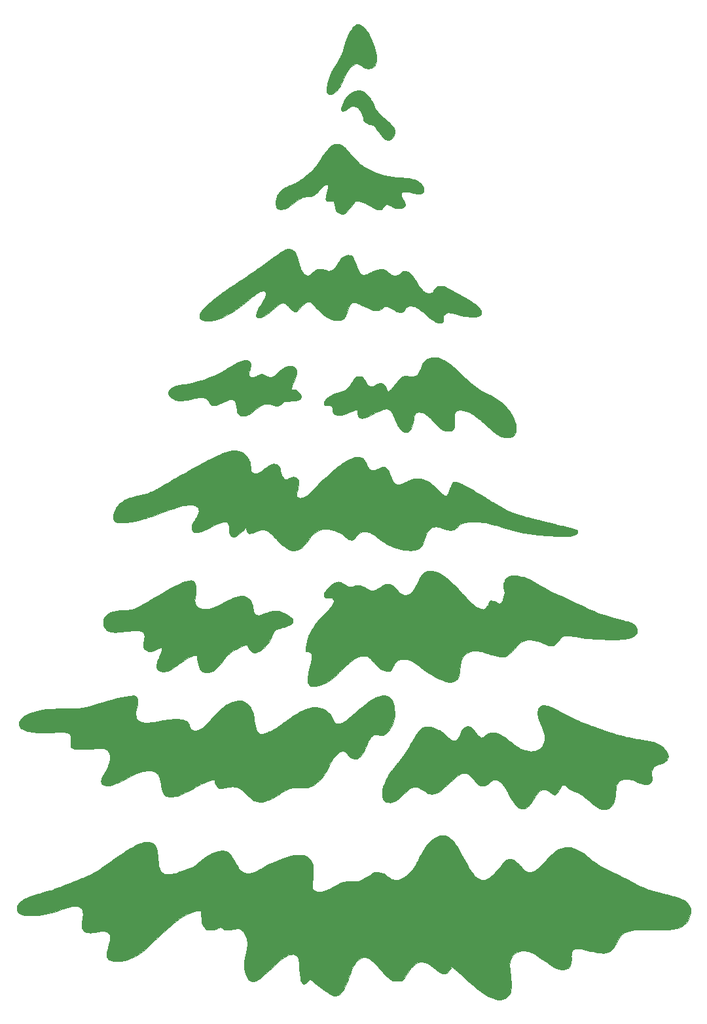
<source format=gbr>
%TF.GenerationSoftware,KiCad,Pcbnew,5.1.6-c6e7f7d~87~ubuntu19.10.1*%
%TF.CreationDate,2020-12-10T17:19:22-08:00*%
%TF.ProjectId,2021-xmas-tree,32303231-2d78-46d6-9173-2d747265652e,rev?*%
%TF.SameCoordinates,Original*%
%TF.FileFunction,Legend,Top*%
%TF.FilePolarity,Positive*%
%FSLAX46Y46*%
G04 Gerber Fmt 4.6, Leading zero omitted, Abs format (unit mm)*
G04 Created by KiCad (PCBNEW 5.1.6-c6e7f7d~87~ubuntu19.10.1) date 2020-12-10 17:19:22*
%MOMM*%
%LPD*%
G01*
G04 APERTURE LIST*
%ADD10C,0.010000*%
G04 APERTURE END LIST*
D10*
%TO.C,G\u002A\u002A\u002A*%
G36*
X51418501Y140734733D02*
G01*
X51631110Y140619927D01*
X51850784Y140445847D01*
X52073086Y140215248D01*
X52213190Y140041266D01*
X52401219Y139763655D01*
X52591596Y139430015D01*
X52778661Y139054415D01*
X52956759Y138650926D01*
X53120230Y138233619D01*
X53263419Y137816564D01*
X53380666Y137413831D01*
X53466316Y137039491D01*
X53498903Y136843679D01*
X53536577Y136449414D01*
X53531602Y136109238D01*
X53483156Y135820421D01*
X53390418Y135580232D01*
X53252566Y135385940D01*
X53068778Y135234816D01*
X53003502Y135196921D01*
X52883563Y135136423D01*
X52785647Y135100400D01*
X52682494Y135082589D01*
X52546843Y135076728D01*
X52478611Y135076328D01*
X52275245Y135087136D01*
X52095441Y135124814D01*
X51921086Y135196453D01*
X51734064Y135309148D01*
X51560134Y135435947D01*
X51374562Y135572595D01*
X51226290Y135663930D01*
X51101634Y135713412D01*
X50986912Y135724499D01*
X50868441Y135700653D01*
X50732536Y135645332D01*
X50732361Y135645250D01*
X50462027Y135483124D01*
X50205474Y135259243D01*
X49996022Y135013849D01*
X49907758Y134892835D01*
X49828525Y134776583D01*
X49752879Y134655104D01*
X49675373Y134518407D01*
X49590562Y134356503D01*
X49493000Y134159403D01*
X49377243Y133917118D01*
X49248650Y133642838D01*
X49100493Y133328753D01*
X48973981Y133070159D01*
X48863396Y132857516D01*
X48763017Y132681282D01*
X48667125Y132531916D01*
X48570001Y132399878D01*
X48465925Y132275625D01*
X48360796Y132161744D01*
X48134065Y131950353D01*
X47919724Y131802758D01*
X47719899Y131719639D01*
X47536718Y131701680D01*
X47372306Y131749562D01*
X47278520Y131814541D01*
X47178751Y131923885D01*
X47116943Y132051012D01*
X47088713Y132211205D01*
X47089678Y132419746D01*
X47092558Y132462848D01*
X47112839Y132620016D01*
X47152240Y132827847D01*
X47206648Y133070382D01*
X47271950Y133331663D01*
X47344031Y133595733D01*
X47418777Y133846633D01*
X47428657Y133876528D01*
X48527500Y133876528D01*
X48545139Y133858889D01*
X48562778Y133876528D01*
X48545139Y133894167D01*
X48527500Y133876528D01*
X47428657Y133876528D01*
X47492076Y134068406D01*
X47512571Y134123472D01*
X48774444Y134123472D01*
X48792083Y134105833D01*
X48809722Y134123472D01*
X48792083Y134141111D01*
X48774444Y134123472D01*
X47512571Y134123472D01*
X47538833Y134194028D01*
X47610275Y134358668D01*
X47707498Y134561698D01*
X47735812Y134617361D01*
X48068889Y134617361D01*
X48086528Y134599722D01*
X48104166Y134617361D01*
X49091944Y134617361D01*
X49109583Y134599722D01*
X49127222Y134617361D01*
X49109583Y134635000D01*
X49091944Y134617361D01*
X48104166Y134617361D01*
X48086528Y134635000D01*
X48068889Y134617361D01*
X47735812Y134617361D01*
X47819271Y134781434D01*
X47825871Y134793750D01*
X49197778Y134793750D01*
X49215416Y134776111D01*
X49233055Y134793750D01*
X49215416Y134811389D01*
X49197778Y134793750D01*
X47825871Y134793750D01*
X47882588Y134899583D01*
X48139444Y134899583D01*
X48157083Y134881944D01*
X48174722Y134899583D01*
X48157083Y134917222D01*
X48139444Y134899583D01*
X47882588Y134899583D01*
X47934365Y134996198D01*
X47979819Y135075972D01*
X49374166Y135075972D01*
X49391805Y135058333D01*
X49409444Y135075972D01*
X49391805Y135093611D01*
X49374166Y135075972D01*
X47979819Y135075972D01*
X48041548Y135184307D01*
X48105289Y135287639D01*
X48127427Y135322917D01*
X49550555Y135322917D01*
X49568194Y135305278D01*
X49585833Y135322917D01*
X49568194Y135340555D01*
X49550555Y135322917D01*
X48127427Y135322917D01*
X48159890Y135374645D01*
X48199767Y135442905D01*
X48201617Y135446389D01*
X48251641Y135534583D01*
X49726944Y135534583D01*
X49744583Y135516944D01*
X49762222Y135534583D01*
X49744583Y135552222D01*
X49726944Y135534583D01*
X48251641Y135534583D01*
X48279891Y135584387D01*
X48347514Y135682002D01*
X48397901Y135730807D01*
X48421845Y135728322D01*
X48448109Y135718989D01*
X48459990Y135746250D01*
X49938611Y135746250D01*
X49956250Y135728611D01*
X49973889Y135746250D01*
X49956250Y135763889D01*
X49938611Y135746250D01*
X48459990Y135746250D01*
X48466399Y135760955D01*
X48469431Y135812024D01*
X48448203Y135811403D01*
X48425188Y135808488D01*
X48429659Y135820174D01*
X48455867Y135863636D01*
X48491657Y135922639D01*
X50150278Y135922639D01*
X50167916Y135905000D01*
X50185555Y135922639D01*
X50167916Y135940278D01*
X50150278Y135922639D01*
X48491657Y135922639D01*
X48508653Y135950657D01*
X48577886Y136064544D01*
X48597847Y136097344D01*
X48619273Y136134305D01*
X50467778Y136134305D01*
X50485416Y136116667D01*
X50503055Y136134305D01*
X50485416Y136151944D01*
X50467778Y136134305D01*
X48619273Y136134305D01*
X48639723Y136169583D01*
X51490833Y136169583D01*
X51508472Y136151944D01*
X51526111Y136169583D01*
X51508472Y136187222D01*
X51490833Y136169583D01*
X48639723Y136169583D01*
X48696929Y136268265D01*
X50948415Y136268265D01*
X50996944Y136263348D01*
X51047026Y136268892D01*
X51041041Y136281142D01*
X50968816Y136285801D01*
X50952847Y136281142D01*
X50948415Y136268265D01*
X48696929Y136268265D01*
X48705597Y136283217D01*
X48823854Y136501743D01*
X48870635Y136592917D01*
X52901944Y136592917D01*
X52919583Y136575278D01*
X52937222Y136592917D01*
X52919583Y136610555D01*
X52901944Y136592917D01*
X48870635Y136592917D01*
X48924937Y136698750D01*
X52937222Y136698750D01*
X52954861Y136681111D01*
X52972500Y136698750D01*
X52954861Y136716389D01*
X52937222Y136698750D01*
X48924937Y136698750D01*
X48941929Y136731865D01*
X49037244Y136928055D01*
X52972500Y136928055D01*
X52985407Y136899018D01*
X52996018Y136904537D01*
X53000240Y136946403D01*
X52996018Y136951574D01*
X52975046Y136946731D01*
X52972500Y136928055D01*
X49037244Y136928055D01*
X49049134Y136952528D01*
X49134778Y137142675D01*
X49161375Y137207424D01*
X49193954Y137303307D01*
X49208247Y137351389D01*
X52972500Y137351389D01*
X52985407Y137322351D01*
X52996018Y137327870D01*
X53000240Y137369737D01*
X52996018Y137374907D01*
X52975046Y137370065D01*
X52972500Y137351389D01*
X49208247Y137351389D01*
X49238342Y137452621D01*
X49290290Y137640095D01*
X49345547Y137850457D01*
X49391722Y138034958D01*
X49443155Y138242812D01*
X49487732Y138411692D01*
X49531040Y138556231D01*
X49578664Y138691059D01*
X49615334Y138780139D01*
X52796111Y138780139D01*
X52813750Y138762500D01*
X52831389Y138780139D01*
X52813750Y138797778D01*
X52796111Y138780139D01*
X49615334Y138780139D01*
X49636193Y138830810D01*
X49709211Y138990115D01*
X49803305Y139183608D01*
X49918667Y139415139D01*
X50089626Y139748544D01*
X50240330Y140022434D01*
X50375938Y140243115D01*
X50501611Y140416890D01*
X50622509Y140550064D01*
X50743794Y140648940D01*
X50870626Y140719824D01*
X51008165Y140769020D01*
X51032222Y140775483D01*
X51217393Y140787504D01*
X51418501Y140734733D01*
G37*
X51418501Y140734733D02*
X51631110Y140619927D01*
X51850784Y140445847D01*
X52073086Y140215248D01*
X52213190Y140041266D01*
X52401219Y139763655D01*
X52591596Y139430015D01*
X52778661Y139054415D01*
X52956759Y138650926D01*
X53120230Y138233619D01*
X53263419Y137816564D01*
X53380666Y137413831D01*
X53466316Y137039491D01*
X53498903Y136843679D01*
X53536577Y136449414D01*
X53531602Y136109238D01*
X53483156Y135820421D01*
X53390418Y135580232D01*
X53252566Y135385940D01*
X53068778Y135234816D01*
X53003502Y135196921D01*
X52883563Y135136423D01*
X52785647Y135100400D01*
X52682494Y135082589D01*
X52546843Y135076728D01*
X52478611Y135076328D01*
X52275245Y135087136D01*
X52095441Y135124814D01*
X51921086Y135196453D01*
X51734064Y135309148D01*
X51560134Y135435947D01*
X51374562Y135572595D01*
X51226290Y135663930D01*
X51101634Y135713412D01*
X50986912Y135724499D01*
X50868441Y135700653D01*
X50732536Y135645332D01*
X50732361Y135645250D01*
X50462027Y135483124D01*
X50205474Y135259243D01*
X49996022Y135013849D01*
X49907758Y134892835D01*
X49828525Y134776583D01*
X49752879Y134655104D01*
X49675373Y134518407D01*
X49590562Y134356503D01*
X49493000Y134159403D01*
X49377243Y133917118D01*
X49248650Y133642838D01*
X49100493Y133328753D01*
X48973981Y133070159D01*
X48863396Y132857516D01*
X48763017Y132681282D01*
X48667125Y132531916D01*
X48570001Y132399878D01*
X48465925Y132275625D01*
X48360796Y132161744D01*
X48134065Y131950353D01*
X47919724Y131802758D01*
X47719899Y131719639D01*
X47536718Y131701680D01*
X47372306Y131749562D01*
X47278520Y131814541D01*
X47178751Y131923885D01*
X47116943Y132051012D01*
X47088713Y132211205D01*
X47089678Y132419746D01*
X47092558Y132462848D01*
X47112839Y132620016D01*
X47152240Y132827847D01*
X47206648Y133070382D01*
X47271950Y133331663D01*
X47344031Y133595733D01*
X47418777Y133846633D01*
X47428657Y133876528D01*
X48527500Y133876528D01*
X48545139Y133858889D01*
X48562778Y133876528D01*
X48545139Y133894167D01*
X48527500Y133876528D01*
X47428657Y133876528D01*
X47492076Y134068406D01*
X47512571Y134123472D01*
X48774444Y134123472D01*
X48792083Y134105833D01*
X48809722Y134123472D01*
X48792083Y134141111D01*
X48774444Y134123472D01*
X47512571Y134123472D01*
X47538833Y134194028D01*
X47610275Y134358668D01*
X47707498Y134561698D01*
X47735812Y134617361D01*
X48068889Y134617361D01*
X48086528Y134599722D01*
X48104166Y134617361D01*
X49091944Y134617361D01*
X49109583Y134599722D01*
X49127222Y134617361D01*
X49109583Y134635000D01*
X49091944Y134617361D01*
X48104166Y134617361D01*
X48086528Y134635000D01*
X48068889Y134617361D01*
X47735812Y134617361D01*
X47819271Y134781434D01*
X47825871Y134793750D01*
X49197778Y134793750D01*
X49215416Y134776111D01*
X49233055Y134793750D01*
X49215416Y134811389D01*
X49197778Y134793750D01*
X47825871Y134793750D01*
X47882588Y134899583D01*
X48139444Y134899583D01*
X48157083Y134881944D01*
X48174722Y134899583D01*
X48157083Y134917222D01*
X48139444Y134899583D01*
X47882588Y134899583D01*
X47934365Y134996198D01*
X47979819Y135075972D01*
X49374166Y135075972D01*
X49391805Y135058333D01*
X49409444Y135075972D01*
X49391805Y135093611D01*
X49374166Y135075972D01*
X47979819Y135075972D01*
X48041548Y135184307D01*
X48105289Y135287639D01*
X48127427Y135322917D01*
X49550555Y135322917D01*
X49568194Y135305278D01*
X49585833Y135322917D01*
X49568194Y135340555D01*
X49550555Y135322917D01*
X48127427Y135322917D01*
X48159890Y135374645D01*
X48199767Y135442905D01*
X48201617Y135446389D01*
X48251641Y135534583D01*
X49726944Y135534583D01*
X49744583Y135516944D01*
X49762222Y135534583D01*
X49744583Y135552222D01*
X49726944Y135534583D01*
X48251641Y135534583D01*
X48279891Y135584387D01*
X48347514Y135682002D01*
X48397901Y135730807D01*
X48421845Y135728322D01*
X48448109Y135718989D01*
X48459990Y135746250D01*
X49938611Y135746250D01*
X49956250Y135728611D01*
X49973889Y135746250D01*
X49956250Y135763889D01*
X49938611Y135746250D01*
X48459990Y135746250D01*
X48466399Y135760955D01*
X48469431Y135812024D01*
X48448203Y135811403D01*
X48425188Y135808488D01*
X48429659Y135820174D01*
X48455867Y135863636D01*
X48491657Y135922639D01*
X50150278Y135922639D01*
X50167916Y135905000D01*
X50185555Y135922639D01*
X50167916Y135940278D01*
X50150278Y135922639D01*
X48491657Y135922639D01*
X48508653Y135950657D01*
X48577886Y136064544D01*
X48597847Y136097344D01*
X48619273Y136134305D01*
X50467778Y136134305D01*
X50485416Y136116667D01*
X50503055Y136134305D01*
X50485416Y136151944D01*
X50467778Y136134305D01*
X48619273Y136134305D01*
X48639723Y136169583D01*
X51490833Y136169583D01*
X51508472Y136151944D01*
X51526111Y136169583D01*
X51508472Y136187222D01*
X51490833Y136169583D01*
X48639723Y136169583D01*
X48696929Y136268265D01*
X50948415Y136268265D01*
X50996944Y136263348D01*
X51047026Y136268892D01*
X51041041Y136281142D01*
X50968816Y136285801D01*
X50952847Y136281142D01*
X50948415Y136268265D01*
X48696929Y136268265D01*
X48705597Y136283217D01*
X48823854Y136501743D01*
X48870635Y136592917D01*
X52901944Y136592917D01*
X52919583Y136575278D01*
X52937222Y136592917D01*
X52919583Y136610555D01*
X52901944Y136592917D01*
X48870635Y136592917D01*
X48924937Y136698750D01*
X52937222Y136698750D01*
X52954861Y136681111D01*
X52972500Y136698750D01*
X52954861Y136716389D01*
X52937222Y136698750D01*
X48924937Y136698750D01*
X48941929Y136731865D01*
X49037244Y136928055D01*
X52972500Y136928055D01*
X52985407Y136899018D01*
X52996018Y136904537D01*
X53000240Y136946403D01*
X52996018Y136951574D01*
X52975046Y136946731D01*
X52972500Y136928055D01*
X49037244Y136928055D01*
X49049134Y136952528D01*
X49134778Y137142675D01*
X49161375Y137207424D01*
X49193954Y137303307D01*
X49208247Y137351389D01*
X52972500Y137351389D01*
X52985407Y137322351D01*
X52996018Y137327870D01*
X53000240Y137369737D01*
X52996018Y137374907D01*
X52975046Y137370065D01*
X52972500Y137351389D01*
X49208247Y137351389D01*
X49238342Y137452621D01*
X49290290Y137640095D01*
X49345547Y137850457D01*
X49391722Y138034958D01*
X49443155Y138242812D01*
X49487732Y138411692D01*
X49531040Y138556231D01*
X49578664Y138691059D01*
X49615334Y138780139D01*
X52796111Y138780139D01*
X52813750Y138762500D01*
X52831389Y138780139D01*
X52813750Y138797778D01*
X52796111Y138780139D01*
X49615334Y138780139D01*
X49636193Y138830810D01*
X49709211Y138990115D01*
X49803305Y139183608D01*
X49918667Y139415139D01*
X50089626Y139748544D01*
X50240330Y140022434D01*
X50375938Y140243115D01*
X50501611Y140416890D01*
X50622509Y140550064D01*
X50743794Y140648940D01*
X50870626Y140719824D01*
X51008165Y140769020D01*
X51032222Y140775483D01*
X51217393Y140787504D01*
X51418501Y140734733D01*
G36*
X51414573Y132217376D02*
G01*
X51717339Y132131387D01*
X52011457Y131976729D01*
X52294599Y131753874D01*
X52376213Y131674641D01*
X52466581Y131581273D01*
X52541108Y131498000D01*
X52606720Y131413790D01*
X52670338Y131317612D01*
X52738889Y131198435D01*
X52819294Y131045226D01*
X52918478Y130846955D01*
X53000818Y130679465D01*
X53167312Y130346978D01*
X53318702Y130064578D01*
X53464133Y129820780D01*
X53612751Y129604101D01*
X53773700Y129403055D01*
X53956125Y129206160D01*
X54169171Y129001930D01*
X54421983Y128778881D01*
X54701111Y128544234D01*
X54996950Y128293733D01*
X55239636Y128075062D01*
X55434961Y127881271D01*
X55588717Y127705414D01*
X55706695Y127540541D01*
X55794685Y127379705D01*
X55858480Y127215956D01*
X55884889Y127123943D01*
X55921586Y126915306D01*
X55913438Y126725804D01*
X55857617Y126528812D01*
X55809691Y126416479D01*
X55672114Y126174757D01*
X55512396Y125990365D01*
X55335533Y125866099D01*
X55146524Y125804751D01*
X54950362Y125809115D01*
X54805846Y125855254D01*
X54692675Y125913538D01*
X54581428Y125988648D01*
X54466369Y126086833D01*
X54341761Y126214342D01*
X54214791Y126362361D01*
X54701111Y126362361D01*
X54718750Y126344722D01*
X54736389Y126362361D01*
X54718750Y126380000D01*
X54701111Y126362361D01*
X54214791Y126362361D01*
X54201867Y126377427D01*
X54040950Y126582336D01*
X54020943Y126609305D01*
X55653611Y126609305D01*
X55671250Y126591667D01*
X55688889Y126609305D01*
X55671250Y126626944D01*
X55653611Y126609305D01*
X54020943Y126609305D01*
X53890089Y126785694D01*
X55794722Y126785694D01*
X55812361Y126768055D01*
X55830000Y126785694D01*
X55812361Y126803333D01*
X55794722Y126785694D01*
X53890089Y126785694D01*
X53853273Y126835320D01*
X53663505Y127099748D01*
X53541442Y127267135D01*
X53424065Y127419947D01*
X53321136Y127546058D01*
X53306935Y127561805D01*
X54030833Y127561805D01*
X54048472Y127544167D01*
X54066111Y127561805D01*
X54048472Y127579444D01*
X54030833Y127561805D01*
X53306935Y127561805D01*
X53242415Y127633344D01*
X53210824Y127662065D01*
X53201648Y127667639D01*
X53960278Y127667639D01*
X53977916Y127650000D01*
X53995555Y127667639D01*
X53977916Y127685278D01*
X53960278Y127667639D01*
X53201648Y127667639D01*
X53112442Y127721827D01*
X52984185Y127781641D01*
X52852611Y127830854D01*
X52744279Y127858817D01*
X52713086Y127861667D01*
X52609116Y127878468D01*
X52606471Y127879305D01*
X53713333Y127879305D01*
X53730972Y127861667D01*
X53748611Y127879305D01*
X53730972Y127896944D01*
X53713333Y127879305D01*
X52606471Y127879305D01*
X52469838Y127922536D01*
X52320163Y127984368D01*
X52184999Y128054460D01*
X52149459Y128076699D01*
X52017958Y128179646D01*
X51933783Y128292166D01*
X51882890Y128437404D01*
X51862530Y128549583D01*
X51839022Y128655417D01*
X52690278Y128655417D01*
X52707916Y128637778D01*
X52725555Y128655417D01*
X52707916Y128673055D01*
X52690278Y128655417D01*
X51839022Y128655417D01*
X51804945Y128808825D01*
X51796988Y128831805D01*
X52478611Y128831805D01*
X52496250Y128814167D01*
X52513889Y128831805D01*
X52496250Y128849444D01*
X52478611Y128831805D01*
X51796988Y128831805D01*
X51709076Y129085669D01*
X51648143Y129219861D01*
X52302222Y129219861D01*
X52319861Y129202222D01*
X52337500Y129219861D01*
X52319861Y129237500D01*
X52302222Y129219861D01*
X51648143Y129219861D01*
X51600086Y129325694D01*
X52266944Y129325694D01*
X52284583Y129308055D01*
X52302222Y129325694D01*
X52284583Y129343333D01*
X52266944Y129325694D01*
X51600086Y129325694D01*
X51584429Y129360173D01*
X51440513Y129612393D01*
X51286834Y129822383D01*
X51222367Y129892488D01*
X51044155Y130045898D01*
X50867595Y130139799D01*
X50672672Y130181827D01*
X50464621Y130181586D01*
X50383353Y130176175D01*
X50318790Y130169858D01*
X50261168Y130157568D01*
X50200722Y130134240D01*
X50127689Y130094809D01*
X50032304Y130034209D01*
X49904802Y129947375D01*
X49735420Y129829241D01*
X49591908Y129728847D01*
X49436931Y129635411D01*
X49295514Y129577461D01*
X49242675Y129565927D01*
X49145740Y129559131D01*
X49087284Y129580333D01*
X49037164Y129641132D01*
X49033753Y129646309D01*
X48983473Y129766277D01*
X48977284Y129912166D01*
X49016125Y130092720D01*
X49100934Y130316684D01*
X49107230Y130331069D01*
X49115847Y130348750D01*
X51949444Y130348750D01*
X51967083Y130331111D01*
X51984722Y130348750D01*
X51967083Y130366389D01*
X51949444Y130348750D01*
X49115847Y130348750D01*
X49201814Y130525139D01*
X49621111Y130525139D01*
X49638750Y130507500D01*
X49656389Y130525139D01*
X49638750Y130542778D01*
X49621111Y130525139D01*
X49201814Y130525139D01*
X49236200Y130595694D01*
X49797500Y130595694D01*
X49815139Y130578055D01*
X49832778Y130595694D01*
X49815139Y130613333D01*
X49797500Y130595694D01*
X49236200Y130595694D01*
X49253393Y130630972D01*
X49868055Y130630972D01*
X49885694Y130613333D01*
X49903333Y130630972D01*
X49885694Y130648611D01*
X49868055Y130630972D01*
X49253393Y130630972D01*
X49270587Y130666250D01*
X49938611Y130666250D01*
X49956250Y130648611D01*
X49973889Y130666250D01*
X49956250Y130683889D01*
X49938611Y130666250D01*
X49270587Y130666250D01*
X49287781Y130701528D01*
X49374166Y130701528D01*
X49391805Y130683889D01*
X49409444Y130701528D01*
X49391805Y130719167D01*
X49374166Y130701528D01*
X49287781Y130701528D01*
X49338121Y130804815D01*
X49339660Y130807361D01*
X49409444Y130807361D01*
X49427083Y130789722D01*
X49444722Y130807361D01*
X49427083Y130825000D01*
X49409444Y130807361D01*
X49339660Y130807361D01*
X49424967Y130948472D01*
X51314444Y130948472D01*
X51332083Y130930833D01*
X51349722Y130948472D01*
X51332083Y130966111D01*
X51314444Y130948472D01*
X49424967Y130948472D01*
X49583650Y131210957D01*
X49843501Y131549100D01*
X50117359Y131818845D01*
X50404908Y132019794D01*
X50477674Y132058621D01*
X50792412Y132181464D01*
X51105488Y132234225D01*
X51414573Y132217376D01*
G37*
X51414573Y132217376D02*
X51717339Y132131387D01*
X52011457Y131976729D01*
X52294599Y131753874D01*
X52376213Y131674641D01*
X52466581Y131581273D01*
X52541108Y131498000D01*
X52606720Y131413790D01*
X52670338Y131317612D01*
X52738889Y131198435D01*
X52819294Y131045226D01*
X52918478Y130846955D01*
X53000818Y130679465D01*
X53167312Y130346978D01*
X53318702Y130064578D01*
X53464133Y129820780D01*
X53612751Y129604101D01*
X53773700Y129403055D01*
X53956125Y129206160D01*
X54169171Y129001930D01*
X54421983Y128778881D01*
X54701111Y128544234D01*
X54996950Y128293733D01*
X55239636Y128075062D01*
X55434961Y127881271D01*
X55588717Y127705414D01*
X55706695Y127540541D01*
X55794685Y127379705D01*
X55858480Y127215956D01*
X55884889Y127123943D01*
X55921586Y126915306D01*
X55913438Y126725804D01*
X55857617Y126528812D01*
X55809691Y126416479D01*
X55672114Y126174757D01*
X55512396Y125990365D01*
X55335533Y125866099D01*
X55146524Y125804751D01*
X54950362Y125809115D01*
X54805846Y125855254D01*
X54692675Y125913538D01*
X54581428Y125988648D01*
X54466369Y126086833D01*
X54341761Y126214342D01*
X54214791Y126362361D01*
X54701111Y126362361D01*
X54718750Y126344722D01*
X54736389Y126362361D01*
X54718750Y126380000D01*
X54701111Y126362361D01*
X54214791Y126362361D01*
X54201867Y126377427D01*
X54040950Y126582336D01*
X54020943Y126609305D01*
X55653611Y126609305D01*
X55671250Y126591667D01*
X55688889Y126609305D01*
X55671250Y126626944D01*
X55653611Y126609305D01*
X54020943Y126609305D01*
X53890089Y126785694D01*
X55794722Y126785694D01*
X55812361Y126768055D01*
X55830000Y126785694D01*
X55812361Y126803333D01*
X55794722Y126785694D01*
X53890089Y126785694D01*
X53853273Y126835320D01*
X53663505Y127099748D01*
X53541442Y127267135D01*
X53424065Y127419947D01*
X53321136Y127546058D01*
X53306935Y127561805D01*
X54030833Y127561805D01*
X54048472Y127544167D01*
X54066111Y127561805D01*
X54048472Y127579444D01*
X54030833Y127561805D01*
X53306935Y127561805D01*
X53242415Y127633344D01*
X53210824Y127662065D01*
X53201648Y127667639D01*
X53960278Y127667639D01*
X53977916Y127650000D01*
X53995555Y127667639D01*
X53977916Y127685278D01*
X53960278Y127667639D01*
X53201648Y127667639D01*
X53112442Y127721827D01*
X52984185Y127781641D01*
X52852611Y127830854D01*
X52744279Y127858817D01*
X52713086Y127861667D01*
X52609116Y127878468D01*
X52606471Y127879305D01*
X53713333Y127879305D01*
X53730972Y127861667D01*
X53748611Y127879305D01*
X53730972Y127896944D01*
X53713333Y127879305D01*
X52606471Y127879305D01*
X52469838Y127922536D01*
X52320163Y127984368D01*
X52184999Y128054460D01*
X52149459Y128076699D01*
X52017958Y128179646D01*
X51933783Y128292166D01*
X51882890Y128437404D01*
X51862530Y128549583D01*
X51839022Y128655417D01*
X52690278Y128655417D01*
X52707916Y128637778D01*
X52725555Y128655417D01*
X52707916Y128673055D01*
X52690278Y128655417D01*
X51839022Y128655417D01*
X51804945Y128808825D01*
X51796988Y128831805D01*
X52478611Y128831805D01*
X52496250Y128814167D01*
X52513889Y128831805D01*
X52496250Y128849444D01*
X52478611Y128831805D01*
X51796988Y128831805D01*
X51709076Y129085669D01*
X51648143Y129219861D01*
X52302222Y129219861D01*
X52319861Y129202222D01*
X52337500Y129219861D01*
X52319861Y129237500D01*
X52302222Y129219861D01*
X51648143Y129219861D01*
X51600086Y129325694D01*
X52266944Y129325694D01*
X52284583Y129308055D01*
X52302222Y129325694D01*
X52284583Y129343333D01*
X52266944Y129325694D01*
X51600086Y129325694D01*
X51584429Y129360173D01*
X51440513Y129612393D01*
X51286834Y129822383D01*
X51222367Y129892488D01*
X51044155Y130045898D01*
X50867595Y130139799D01*
X50672672Y130181827D01*
X50464621Y130181586D01*
X50383353Y130176175D01*
X50318790Y130169858D01*
X50261168Y130157568D01*
X50200722Y130134240D01*
X50127689Y130094809D01*
X50032304Y130034209D01*
X49904802Y129947375D01*
X49735420Y129829241D01*
X49591908Y129728847D01*
X49436931Y129635411D01*
X49295514Y129577461D01*
X49242675Y129565927D01*
X49145740Y129559131D01*
X49087284Y129580333D01*
X49037164Y129641132D01*
X49033753Y129646309D01*
X48983473Y129766277D01*
X48977284Y129912166D01*
X49016125Y130092720D01*
X49100934Y130316684D01*
X49107230Y130331069D01*
X49115847Y130348750D01*
X51949444Y130348750D01*
X51967083Y130331111D01*
X51984722Y130348750D01*
X51967083Y130366389D01*
X51949444Y130348750D01*
X49115847Y130348750D01*
X49201814Y130525139D01*
X49621111Y130525139D01*
X49638750Y130507500D01*
X49656389Y130525139D01*
X49638750Y130542778D01*
X49621111Y130525139D01*
X49201814Y130525139D01*
X49236200Y130595694D01*
X49797500Y130595694D01*
X49815139Y130578055D01*
X49832778Y130595694D01*
X49815139Y130613333D01*
X49797500Y130595694D01*
X49236200Y130595694D01*
X49253393Y130630972D01*
X49868055Y130630972D01*
X49885694Y130613333D01*
X49903333Y130630972D01*
X49885694Y130648611D01*
X49868055Y130630972D01*
X49253393Y130630972D01*
X49270587Y130666250D01*
X49938611Y130666250D01*
X49956250Y130648611D01*
X49973889Y130666250D01*
X49956250Y130683889D01*
X49938611Y130666250D01*
X49270587Y130666250D01*
X49287781Y130701528D01*
X49374166Y130701528D01*
X49391805Y130683889D01*
X49409444Y130701528D01*
X49391805Y130719167D01*
X49374166Y130701528D01*
X49287781Y130701528D01*
X49338121Y130804815D01*
X49339660Y130807361D01*
X49409444Y130807361D01*
X49427083Y130789722D01*
X49444722Y130807361D01*
X49427083Y130825000D01*
X49409444Y130807361D01*
X49339660Y130807361D01*
X49424967Y130948472D01*
X51314444Y130948472D01*
X51332083Y130930833D01*
X51349722Y130948472D01*
X51332083Y130966111D01*
X51314444Y130948472D01*
X49424967Y130948472D01*
X49583650Y131210957D01*
X49843501Y131549100D01*
X50117359Y131818845D01*
X50404908Y132019794D01*
X50477674Y132058621D01*
X50792412Y132181464D01*
X51105488Y132234225D01*
X51414573Y132217376D01*
G36*
X48788464Y125271809D02*
G01*
X49026937Y125167090D01*
X49119018Y125109875D01*
X49260078Y125001518D01*
X49439696Y124839902D01*
X49654487Y124628500D01*
X49901067Y124370788D01*
X50176051Y124070239D01*
X50476054Y123730329D01*
X50579469Y123610694D01*
X50798519Y123357784D01*
X50982919Y123150583D01*
X51142792Y122980269D01*
X51288257Y122838019D01*
X51429434Y122715011D01*
X51576445Y122602421D01*
X51739411Y122491427D01*
X51928451Y122373206D01*
X52151628Y122240147D01*
X52633801Y121970209D01*
X53102148Y121738495D01*
X53567105Y121542109D01*
X54039110Y121378160D01*
X54528597Y121243754D01*
X55046004Y121135997D01*
X55601766Y121051996D01*
X56206320Y120988859D01*
X56817778Y120946534D01*
X57272238Y120916199D01*
X57663974Y120877704D01*
X58000575Y120828705D01*
X58289631Y120766858D01*
X58538732Y120689819D01*
X58755469Y120595243D01*
X58947432Y120480787D01*
X59122211Y120344106D01*
X59286114Y120184228D01*
X59479101Y119947477D01*
X59603664Y119723022D01*
X59659627Y119511427D01*
X59646813Y119313258D01*
X59598172Y119185399D01*
X59526023Y119062494D01*
X59450121Y118977866D01*
X59355753Y118924835D01*
X59228208Y118896716D01*
X59052774Y118886829D01*
X58940454Y118886650D01*
X58743535Y118892621D01*
X58567890Y118909507D01*
X58386005Y118941256D01*
X58170368Y118991816D01*
X58123055Y119003941D01*
X57798958Y119078076D01*
X57513281Y119123601D01*
X57272470Y119140044D01*
X57082968Y119126936D01*
X56960089Y119088693D01*
X56857619Y119012278D01*
X56773585Y118913054D01*
X56768842Y118905151D01*
X56727952Y118821882D01*
X56718030Y118748052D01*
X56735884Y118649266D01*
X56742654Y118622929D01*
X56779587Y118522416D01*
X56844174Y118384308D01*
X56925825Y118230303D01*
X56979153Y118138376D01*
X57093680Y117939726D01*
X57171188Y117782167D01*
X57217479Y117650716D01*
X57238357Y117530389D01*
X57241111Y117462023D01*
X57211597Y117290484D01*
X57123628Y117157750D01*
X56978058Y117064415D01*
X56775744Y117011071D01*
X56570833Y116997585D01*
X56275059Y117006290D01*
X56027261Y117036439D01*
X55806620Y117093800D01*
X55592320Y117184142D01*
X55363543Y117313233D01*
X55309833Y117347004D01*
X55143235Y117431693D01*
X54976079Y117479103D01*
X54825890Y117486380D01*
X54710196Y117450672D01*
X54702869Y117445813D01*
X54648010Y117392495D01*
X54569638Y117298093D01*
X54482578Y117180753D01*
X54461620Y117150583D01*
X54333973Y116982463D01*
X54215721Y116872885D01*
X54092828Y116813841D01*
X53951257Y116797321D01*
X53854444Y116804141D01*
X53601250Y116857527D01*
X53321558Y116962326D01*
X53009471Y117120950D01*
X52849700Y117214918D01*
X52594517Y117369845D01*
X52388014Y117492306D01*
X52219257Y117587569D01*
X52077311Y117660907D01*
X51951241Y117717589D01*
X51830113Y117762885D01*
X51702991Y117802067D01*
X51558940Y117840404D01*
X51544248Y117844125D01*
X51297736Y117903177D01*
X51106419Y117937427D01*
X50958191Y117943256D01*
X50840944Y117917045D01*
X50742574Y117855172D01*
X50650975Y117754019D01*
X50554039Y117609967D01*
X50507900Y117534264D01*
X50334150Y117280143D01*
X50101596Y116999482D01*
X49925817Y116809765D01*
X49718085Y116601527D01*
X49542488Y116446434D01*
X49390141Y116340227D01*
X49252157Y116278646D01*
X49119652Y116257431D01*
X48983739Y116272321D01*
X48873068Y116305032D01*
X48694417Y116386163D01*
X48528338Y116492638D01*
X48393892Y116610360D01*
X48313193Y116719064D01*
X48278571Y116812635D01*
X48241787Y116953938D01*
X48208214Y117120557D01*
X48191251Y117227592D01*
X48162719Y117397877D01*
X48128043Y117556121D01*
X48092459Y117680243D01*
X48076650Y117719305D01*
X48915555Y117719305D01*
X48933194Y117701667D01*
X48950833Y117719305D01*
X48933194Y117736944D01*
X48915555Y117719305D01*
X48076650Y117719305D01*
X48071893Y117731056D01*
X48011981Y117829328D01*
X47941840Y117894169D01*
X47847395Y117930432D01*
X47714574Y117942968D01*
X47529305Y117936629D01*
X47484689Y117933522D01*
X47325731Y117922949D01*
X47220525Y117920723D01*
X47152542Y117928946D01*
X47105254Y117949722D01*
X47085140Y117966250D01*
X54066111Y117966250D01*
X54083750Y117948611D01*
X54101389Y117966250D01*
X54083750Y117983889D01*
X54066111Y117966250D01*
X47085140Y117966250D01*
X47062133Y117985154D01*
X47059502Y117987618D01*
X47050636Y118001528D01*
X53078333Y118001528D01*
X53095972Y117983889D01*
X53113611Y118001528D01*
X55053889Y118001528D01*
X55071528Y117983889D01*
X55089166Y118001528D01*
X55071528Y118019167D01*
X55053889Y118001528D01*
X53113611Y118001528D01*
X53095972Y118019167D01*
X53078333Y118001528D01*
X47050636Y118001528D01*
X47028149Y118036805D01*
X54983333Y118036805D01*
X55000972Y118019167D01*
X55018611Y118036805D01*
X55000972Y118054444D01*
X54983333Y118036805D01*
X47028149Y118036805D01*
X47005660Y118072083D01*
X49303611Y118072083D01*
X49321250Y118054444D01*
X49338889Y118072083D01*
X49321250Y118089722D01*
X49303611Y118072083D01*
X47005660Y118072083D01*
X46999771Y118081320D01*
X46988532Y118142639D01*
X49338889Y118142639D01*
X49356528Y118125000D01*
X49374166Y118142639D01*
X49356528Y118160278D01*
X49338889Y118142639D01*
X46988532Y118142639D01*
X46975600Y118213194D01*
X49374166Y118213194D01*
X49391805Y118195555D01*
X49409444Y118213194D01*
X52831389Y118213194D01*
X52849028Y118195555D01*
X52866666Y118213194D01*
X52849028Y118230833D01*
X52831389Y118213194D01*
X49409444Y118213194D01*
X49391805Y118230833D01*
X49374166Y118213194D01*
X46975600Y118213194D01*
X46974194Y118220862D01*
X46978719Y118319028D01*
X52690278Y118319028D01*
X52707916Y118301389D01*
X52725555Y118319028D01*
X52707916Y118336667D01*
X52690278Y118319028D01*
X46978719Y118319028D01*
X46982923Y118410229D01*
X46985521Y118424861D01*
X48139444Y118424861D01*
X48157083Y118407222D01*
X48174722Y118424861D01*
X56041666Y118424861D01*
X56059305Y118407222D01*
X56076944Y118424861D01*
X56059305Y118442500D01*
X56041666Y118424861D01*
X48174722Y118424861D01*
X48157083Y118442500D01*
X48139444Y118424861D01*
X46985521Y118424861D01*
X46998051Y118495417D01*
X52443333Y118495417D01*
X52460972Y118477778D01*
X52478611Y118495417D01*
X52460972Y118513055D01*
X52443333Y118495417D01*
X46998051Y118495417D01*
X47026110Y118653407D01*
X47084885Y118883472D01*
X51808333Y118883472D01*
X51825972Y118865833D01*
X51843611Y118883472D01*
X51825972Y118901111D01*
X51808333Y118883472D01*
X47084885Y118883472D01*
X47095119Y118923531D01*
X47103191Y118954028D01*
X49973889Y118954028D01*
X49991528Y118936389D01*
X50009166Y118954028D01*
X56041666Y118954028D01*
X56059305Y118936389D01*
X56076944Y118954028D01*
X56059305Y118971667D01*
X56041666Y118954028D01*
X50009166Y118954028D01*
X49991528Y118971667D01*
X49973889Y118954028D01*
X47103191Y118954028D01*
X47131204Y119059861D01*
X50115000Y119059861D01*
X50132639Y119042222D01*
X50150278Y119059861D01*
X51490833Y119059861D01*
X51508472Y119042222D01*
X51526111Y119059861D01*
X56076944Y119059861D01*
X56094583Y119042222D01*
X56112222Y119059861D01*
X56094583Y119077500D01*
X56076944Y119059861D01*
X51526111Y119059861D01*
X51508472Y119077500D01*
X51490833Y119059861D01*
X50150278Y119059861D01*
X50132639Y119077500D01*
X50115000Y119059861D01*
X47131204Y119059861D01*
X47159218Y119165694D01*
X50291389Y119165694D01*
X50309028Y119148055D01*
X50326666Y119165694D01*
X50309028Y119183333D01*
X50291389Y119165694D01*
X47159218Y119165694D01*
X47168557Y119200972D01*
X47292778Y119200972D01*
X47310416Y119183333D01*
X47328055Y119200972D01*
X51208611Y119200972D01*
X51226250Y119183333D01*
X51243889Y119200972D01*
X51226250Y119218611D01*
X51208611Y119200972D01*
X47328055Y119200972D01*
X47310416Y119218611D01*
X47292778Y119200972D01*
X47168557Y119200972D01*
X47177895Y119236250D01*
X50467778Y119236250D01*
X50485416Y119218611D01*
X50503055Y119236250D01*
X50485416Y119253889D01*
X50467778Y119236250D01*
X47177895Y119236250D01*
X47181776Y119250911D01*
X47186233Y119271528D01*
X50961666Y119271528D01*
X50979305Y119253889D01*
X50996944Y119271528D01*
X50979305Y119289167D01*
X50961666Y119271528D01*
X47186233Y119271528D01*
X47209118Y119377361D01*
X47328055Y119377361D01*
X47345694Y119359722D01*
X47363333Y119377361D01*
X47345694Y119395000D01*
X47328055Y119377361D01*
X47209118Y119377361D01*
X47239376Y119517289D01*
X47249361Y119589028D01*
X56535555Y119589028D01*
X56553194Y119571389D01*
X56570833Y119589028D01*
X58652222Y119589028D01*
X58669861Y119571389D01*
X58687500Y119589028D01*
X58669861Y119606667D01*
X58652222Y119589028D01*
X56570833Y119589028D01*
X56553194Y119606667D01*
X56535555Y119589028D01*
X47249361Y119589028D01*
X47254270Y119624305D01*
X57664444Y119624305D01*
X57682083Y119606667D01*
X57699722Y119624305D01*
X57682083Y119641944D01*
X57664444Y119624305D01*
X47254270Y119624305D01*
X47259181Y119659583D01*
X56747222Y119659583D01*
X56764861Y119641944D01*
X56782500Y119659583D01*
X56764861Y119677222D01*
X56747222Y119659583D01*
X47259181Y119659583D01*
X47268390Y119725745D01*
X47269244Y119871250D01*
X47398611Y119871250D01*
X47416250Y119853611D01*
X47433889Y119871250D01*
X47416250Y119888889D01*
X47398611Y119871250D01*
X47269244Y119871250D01*
X47269292Y119879355D01*
X47253631Y119955379D01*
X47194353Y120051201D01*
X47101647Y120090445D01*
X46973472Y120072921D01*
X46807788Y119998436D01*
X46648507Y119898834D01*
X46574773Y119836261D01*
X46471242Y119732313D01*
X46351475Y119601276D01*
X46229029Y119457440D01*
X46225174Y119452732D01*
X46044013Y119233443D01*
X45897412Y119062257D01*
X45777196Y118931139D01*
X45675187Y118832053D01*
X45583208Y118756963D01*
X45493081Y118697835D01*
X45413192Y118654807D01*
X45314216Y118607804D01*
X45229494Y118577108D01*
X45139312Y118559275D01*
X45023951Y118550859D01*
X44863695Y118548416D01*
X44803776Y118548333D01*
X44583421Y118541783D01*
X44381982Y118519333D01*
X44190001Y118476779D01*
X43998021Y118409920D01*
X43796585Y118314555D01*
X43576238Y118186480D01*
X43327522Y118021494D01*
X43040981Y117815395D01*
X42874607Y117691121D01*
X42598700Y117486440D01*
X42366163Y117322041D01*
X42167155Y117191874D01*
X41991837Y117089885D01*
X41830369Y117010026D01*
X41672909Y116946243D01*
X41649893Y116937994D01*
X41464364Y116888019D01*
X41267153Y116860594D01*
X41079336Y116856593D01*
X40921989Y116876889D01*
X40844012Y116904565D01*
X40706115Y116999617D01*
X40609402Y117124649D01*
X40550484Y117288615D01*
X40525976Y117500469D01*
X40530226Y117734341D01*
X40583482Y118153502D01*
X40689473Y118533354D01*
X40787003Y118742361D01*
X42565555Y118742361D01*
X42583194Y118724722D01*
X42600833Y118742361D01*
X42583194Y118760000D01*
X42565555Y118742361D01*
X40787003Y118742361D01*
X40803465Y118777639D01*
X42918333Y118777639D01*
X42935972Y118760000D01*
X42953611Y118777639D01*
X42935972Y118795278D01*
X42918333Y118777639D01*
X40803465Y118777639D01*
X40819927Y118812917D01*
X43024166Y118812917D01*
X43041805Y118795278D01*
X43059444Y118812917D01*
X43041805Y118830555D01*
X43024166Y118812917D01*
X40819927Y118812917D01*
X40846652Y118870186D01*
X40856123Y118883472D01*
X43200555Y118883472D01*
X43218194Y118865833D01*
X43235833Y118883472D01*
X43218194Y118901111D01*
X43200555Y118883472D01*
X40856123Y118883472D01*
X40906425Y118954028D01*
X42283333Y118954028D01*
X42300972Y118936389D01*
X42318611Y118954028D01*
X42300972Y118971667D01*
X42283333Y118954028D01*
X40906425Y118954028D01*
X41032178Y119130417D01*
X43729722Y119130417D01*
X43747361Y119112778D01*
X43765000Y119130417D01*
X43747361Y119148055D01*
X43729722Y119130417D01*
X41032178Y119130417D01*
X41053470Y119160282D01*
X41160756Y119271528D01*
X44188333Y119271528D01*
X44205972Y119253889D01*
X44223611Y119271528D01*
X44205972Y119289167D01*
X44188333Y119271528D01*
X41160756Y119271528D01*
X41178411Y119289834D01*
X41269170Y119370277D01*
X41364327Y119443323D01*
X41371359Y119447917D01*
X45070278Y119447917D01*
X45087916Y119430278D01*
X45105555Y119447917D01*
X45087916Y119465555D01*
X45070278Y119447917D01*
X41371359Y119447917D01*
X41475513Y119515960D01*
X41603584Y119589028D01*
X45281944Y119589028D01*
X45299583Y119571389D01*
X45317222Y119589028D01*
X45299583Y119606667D01*
X45281944Y119589028D01*
X41603584Y119589028D01*
X41614359Y119595175D01*
X41792496Y119687955D01*
X41806453Y119694861D01*
X45423055Y119694861D01*
X45440694Y119677222D01*
X45458333Y119694861D01*
X45440694Y119712500D01*
X45423055Y119694861D01*
X41806453Y119694861D01*
X42021556Y119801288D01*
X42064760Y119822306D01*
X42312561Y119941805D01*
X42495000Y119941805D01*
X42512639Y119924167D01*
X42530278Y119941805D01*
X42512639Y119959444D01*
X42495000Y119941805D01*
X42312561Y119941805D01*
X42356401Y119962946D01*
X42591479Y120073897D01*
X42766597Y120153472D01*
X45952222Y120153472D01*
X45969861Y120135833D01*
X45987500Y120153472D01*
X45969861Y120171111D01*
X45952222Y120153472D01*
X42766597Y120153472D01*
X42776142Y120157809D01*
X42916537Y120217330D01*
X43018811Y120255107D01*
X43034609Y120259305D01*
X58722778Y120259305D01*
X58740416Y120241667D01*
X58758055Y120259305D01*
X58740416Y120276944D01*
X58722778Y120259305D01*
X43034609Y120259305D01*
X43089110Y120273787D01*
X43120247Y120276944D01*
X43166387Y120298012D01*
X43259356Y120357089D01*
X43271013Y120365139D01*
X47398611Y120365139D01*
X47416250Y120347500D01*
X47433889Y120365139D01*
X47416250Y120382778D01*
X47398611Y120365139D01*
X43271013Y120365139D01*
X43322099Y120400417D01*
X46234444Y120400417D01*
X46252083Y120382778D01*
X46269722Y120400417D01*
X58652222Y120400417D01*
X58669861Y120382778D01*
X58687500Y120400417D01*
X58669861Y120418055D01*
X58652222Y120400417D01*
X46269722Y120400417D01*
X46252083Y120418055D01*
X46234444Y120400417D01*
X43322099Y120400417D01*
X43390989Y120447989D01*
X43472044Y120506250D01*
X47363333Y120506250D01*
X47380972Y120488611D01*
X47398611Y120506250D01*
X47380972Y120523889D01*
X47363333Y120506250D01*
X43472044Y120506250D01*
X43553118Y120564524D01*
X43737576Y120700506D01*
X43760747Y120717917D01*
X47222222Y120717917D01*
X47239861Y120700278D01*
X47257500Y120717917D01*
X47239861Y120735555D01*
X47222222Y120717917D01*
X43760747Y120717917D01*
X43807696Y120753194D01*
X46798889Y120753194D01*
X46816528Y120735555D01*
X46834166Y120753194D01*
X46816528Y120770833D01*
X46798889Y120753194D01*
X43807696Y120753194D01*
X43854646Y120788472D01*
X47045833Y120788472D01*
X47063472Y120770833D01*
X47081111Y120788472D01*
X47063472Y120806111D01*
X47045833Y120788472D01*
X43854646Y120788472D01*
X43936196Y120849748D01*
X44140811Y121006063D01*
X44343255Y121163263D01*
X44535359Y121315160D01*
X44708958Y121455568D01*
X44855885Y121578298D01*
X44965877Y121675233D01*
X45209537Y121905796D01*
X45421679Y122122091D01*
X45613355Y122337745D01*
X45795613Y122566385D01*
X45979503Y122821639D01*
X46176074Y123117135D01*
X46324092Y123350358D01*
X46520055Y123659902D01*
X46689035Y123917894D01*
X46838441Y124134389D01*
X46975679Y124319442D01*
X47108158Y124483110D01*
X47243284Y124635447D01*
X47363333Y124761072D01*
X47565660Y124953431D01*
X47748497Y125094385D01*
X47928054Y125193384D01*
X48120542Y125259882D01*
X48275153Y125292756D01*
X48543251Y125312532D01*
X48788464Y125271809D01*
G37*
X48788464Y125271809D02*
X49026937Y125167090D01*
X49119018Y125109875D01*
X49260078Y125001518D01*
X49439696Y124839902D01*
X49654487Y124628500D01*
X49901067Y124370788D01*
X50176051Y124070239D01*
X50476054Y123730329D01*
X50579469Y123610694D01*
X50798519Y123357784D01*
X50982919Y123150583D01*
X51142792Y122980269D01*
X51288257Y122838019D01*
X51429434Y122715011D01*
X51576445Y122602421D01*
X51739411Y122491427D01*
X51928451Y122373206D01*
X52151628Y122240147D01*
X52633801Y121970209D01*
X53102148Y121738495D01*
X53567105Y121542109D01*
X54039110Y121378160D01*
X54528597Y121243754D01*
X55046004Y121135997D01*
X55601766Y121051996D01*
X56206320Y120988859D01*
X56817778Y120946534D01*
X57272238Y120916199D01*
X57663974Y120877704D01*
X58000575Y120828705D01*
X58289631Y120766858D01*
X58538732Y120689819D01*
X58755469Y120595243D01*
X58947432Y120480787D01*
X59122211Y120344106D01*
X59286114Y120184228D01*
X59479101Y119947477D01*
X59603664Y119723022D01*
X59659627Y119511427D01*
X59646813Y119313258D01*
X59598172Y119185399D01*
X59526023Y119062494D01*
X59450121Y118977866D01*
X59355753Y118924835D01*
X59228208Y118896716D01*
X59052774Y118886829D01*
X58940454Y118886650D01*
X58743535Y118892621D01*
X58567890Y118909507D01*
X58386005Y118941256D01*
X58170368Y118991816D01*
X58123055Y119003941D01*
X57798958Y119078076D01*
X57513281Y119123601D01*
X57272470Y119140044D01*
X57082968Y119126936D01*
X56960089Y119088693D01*
X56857619Y119012278D01*
X56773585Y118913054D01*
X56768842Y118905151D01*
X56727952Y118821882D01*
X56718030Y118748052D01*
X56735884Y118649266D01*
X56742654Y118622929D01*
X56779587Y118522416D01*
X56844174Y118384308D01*
X56925825Y118230303D01*
X56979153Y118138376D01*
X57093680Y117939726D01*
X57171188Y117782167D01*
X57217479Y117650716D01*
X57238357Y117530389D01*
X57241111Y117462023D01*
X57211597Y117290484D01*
X57123628Y117157750D01*
X56978058Y117064415D01*
X56775744Y117011071D01*
X56570833Y116997585D01*
X56275059Y117006290D01*
X56027261Y117036439D01*
X55806620Y117093800D01*
X55592320Y117184142D01*
X55363543Y117313233D01*
X55309833Y117347004D01*
X55143235Y117431693D01*
X54976079Y117479103D01*
X54825890Y117486380D01*
X54710196Y117450672D01*
X54702869Y117445813D01*
X54648010Y117392495D01*
X54569638Y117298093D01*
X54482578Y117180753D01*
X54461620Y117150583D01*
X54333973Y116982463D01*
X54215721Y116872885D01*
X54092828Y116813841D01*
X53951257Y116797321D01*
X53854444Y116804141D01*
X53601250Y116857527D01*
X53321558Y116962326D01*
X53009471Y117120950D01*
X52849700Y117214918D01*
X52594517Y117369845D01*
X52388014Y117492306D01*
X52219257Y117587569D01*
X52077311Y117660907D01*
X51951241Y117717589D01*
X51830113Y117762885D01*
X51702991Y117802067D01*
X51558940Y117840404D01*
X51544248Y117844125D01*
X51297736Y117903177D01*
X51106419Y117937427D01*
X50958191Y117943256D01*
X50840944Y117917045D01*
X50742574Y117855172D01*
X50650975Y117754019D01*
X50554039Y117609967D01*
X50507900Y117534264D01*
X50334150Y117280143D01*
X50101596Y116999482D01*
X49925817Y116809765D01*
X49718085Y116601527D01*
X49542488Y116446434D01*
X49390141Y116340227D01*
X49252157Y116278646D01*
X49119652Y116257431D01*
X48983739Y116272321D01*
X48873068Y116305032D01*
X48694417Y116386163D01*
X48528338Y116492638D01*
X48393892Y116610360D01*
X48313193Y116719064D01*
X48278571Y116812635D01*
X48241787Y116953938D01*
X48208214Y117120557D01*
X48191251Y117227592D01*
X48162719Y117397877D01*
X48128043Y117556121D01*
X48092459Y117680243D01*
X48076650Y117719305D01*
X48915555Y117719305D01*
X48933194Y117701667D01*
X48950833Y117719305D01*
X48933194Y117736944D01*
X48915555Y117719305D01*
X48076650Y117719305D01*
X48071893Y117731056D01*
X48011981Y117829328D01*
X47941840Y117894169D01*
X47847395Y117930432D01*
X47714574Y117942968D01*
X47529305Y117936629D01*
X47484689Y117933522D01*
X47325731Y117922949D01*
X47220525Y117920723D01*
X47152542Y117928946D01*
X47105254Y117949722D01*
X47085140Y117966250D01*
X54066111Y117966250D01*
X54083750Y117948611D01*
X54101389Y117966250D01*
X54083750Y117983889D01*
X54066111Y117966250D01*
X47085140Y117966250D01*
X47062133Y117985154D01*
X47059502Y117987618D01*
X47050636Y118001528D01*
X53078333Y118001528D01*
X53095972Y117983889D01*
X53113611Y118001528D01*
X55053889Y118001528D01*
X55071528Y117983889D01*
X55089166Y118001528D01*
X55071528Y118019167D01*
X55053889Y118001528D01*
X53113611Y118001528D01*
X53095972Y118019167D01*
X53078333Y118001528D01*
X47050636Y118001528D01*
X47028149Y118036805D01*
X54983333Y118036805D01*
X55000972Y118019167D01*
X55018611Y118036805D01*
X55000972Y118054444D01*
X54983333Y118036805D01*
X47028149Y118036805D01*
X47005660Y118072083D01*
X49303611Y118072083D01*
X49321250Y118054444D01*
X49338889Y118072083D01*
X49321250Y118089722D01*
X49303611Y118072083D01*
X47005660Y118072083D01*
X46999771Y118081320D01*
X46988532Y118142639D01*
X49338889Y118142639D01*
X49356528Y118125000D01*
X49374166Y118142639D01*
X49356528Y118160278D01*
X49338889Y118142639D01*
X46988532Y118142639D01*
X46975600Y118213194D01*
X49374166Y118213194D01*
X49391805Y118195555D01*
X49409444Y118213194D01*
X52831389Y118213194D01*
X52849028Y118195555D01*
X52866666Y118213194D01*
X52849028Y118230833D01*
X52831389Y118213194D01*
X49409444Y118213194D01*
X49391805Y118230833D01*
X49374166Y118213194D01*
X46975600Y118213194D01*
X46974194Y118220862D01*
X46978719Y118319028D01*
X52690278Y118319028D01*
X52707916Y118301389D01*
X52725555Y118319028D01*
X52707916Y118336667D01*
X52690278Y118319028D01*
X46978719Y118319028D01*
X46982923Y118410229D01*
X46985521Y118424861D01*
X48139444Y118424861D01*
X48157083Y118407222D01*
X48174722Y118424861D01*
X56041666Y118424861D01*
X56059305Y118407222D01*
X56076944Y118424861D01*
X56059305Y118442500D01*
X56041666Y118424861D01*
X48174722Y118424861D01*
X48157083Y118442500D01*
X48139444Y118424861D01*
X46985521Y118424861D01*
X46998051Y118495417D01*
X52443333Y118495417D01*
X52460972Y118477778D01*
X52478611Y118495417D01*
X52460972Y118513055D01*
X52443333Y118495417D01*
X46998051Y118495417D01*
X47026110Y118653407D01*
X47084885Y118883472D01*
X51808333Y118883472D01*
X51825972Y118865833D01*
X51843611Y118883472D01*
X51825972Y118901111D01*
X51808333Y118883472D01*
X47084885Y118883472D01*
X47095119Y118923531D01*
X47103191Y118954028D01*
X49973889Y118954028D01*
X49991528Y118936389D01*
X50009166Y118954028D01*
X56041666Y118954028D01*
X56059305Y118936389D01*
X56076944Y118954028D01*
X56059305Y118971667D01*
X56041666Y118954028D01*
X50009166Y118954028D01*
X49991528Y118971667D01*
X49973889Y118954028D01*
X47103191Y118954028D01*
X47131204Y119059861D01*
X50115000Y119059861D01*
X50132639Y119042222D01*
X50150278Y119059861D01*
X51490833Y119059861D01*
X51508472Y119042222D01*
X51526111Y119059861D01*
X56076944Y119059861D01*
X56094583Y119042222D01*
X56112222Y119059861D01*
X56094583Y119077500D01*
X56076944Y119059861D01*
X51526111Y119059861D01*
X51508472Y119077500D01*
X51490833Y119059861D01*
X50150278Y119059861D01*
X50132639Y119077500D01*
X50115000Y119059861D01*
X47131204Y119059861D01*
X47159218Y119165694D01*
X50291389Y119165694D01*
X50309028Y119148055D01*
X50326666Y119165694D01*
X50309028Y119183333D01*
X50291389Y119165694D01*
X47159218Y119165694D01*
X47168557Y119200972D01*
X47292778Y119200972D01*
X47310416Y119183333D01*
X47328055Y119200972D01*
X51208611Y119200972D01*
X51226250Y119183333D01*
X51243889Y119200972D01*
X51226250Y119218611D01*
X51208611Y119200972D01*
X47328055Y119200972D01*
X47310416Y119218611D01*
X47292778Y119200972D01*
X47168557Y119200972D01*
X47177895Y119236250D01*
X50467778Y119236250D01*
X50485416Y119218611D01*
X50503055Y119236250D01*
X50485416Y119253889D01*
X50467778Y119236250D01*
X47177895Y119236250D01*
X47181776Y119250911D01*
X47186233Y119271528D01*
X50961666Y119271528D01*
X50979305Y119253889D01*
X50996944Y119271528D01*
X50979305Y119289167D01*
X50961666Y119271528D01*
X47186233Y119271528D01*
X47209118Y119377361D01*
X47328055Y119377361D01*
X47345694Y119359722D01*
X47363333Y119377361D01*
X47345694Y119395000D01*
X47328055Y119377361D01*
X47209118Y119377361D01*
X47239376Y119517289D01*
X47249361Y119589028D01*
X56535555Y119589028D01*
X56553194Y119571389D01*
X56570833Y119589028D01*
X58652222Y119589028D01*
X58669861Y119571389D01*
X58687500Y119589028D01*
X58669861Y119606667D01*
X58652222Y119589028D01*
X56570833Y119589028D01*
X56553194Y119606667D01*
X56535555Y119589028D01*
X47249361Y119589028D01*
X47254270Y119624305D01*
X57664444Y119624305D01*
X57682083Y119606667D01*
X57699722Y119624305D01*
X57682083Y119641944D01*
X57664444Y119624305D01*
X47254270Y119624305D01*
X47259181Y119659583D01*
X56747222Y119659583D01*
X56764861Y119641944D01*
X56782500Y119659583D01*
X56764861Y119677222D01*
X56747222Y119659583D01*
X47259181Y119659583D01*
X47268390Y119725745D01*
X47269244Y119871250D01*
X47398611Y119871250D01*
X47416250Y119853611D01*
X47433889Y119871250D01*
X47416250Y119888889D01*
X47398611Y119871250D01*
X47269244Y119871250D01*
X47269292Y119879355D01*
X47253631Y119955379D01*
X47194353Y120051201D01*
X47101647Y120090445D01*
X46973472Y120072921D01*
X46807788Y119998436D01*
X46648507Y119898834D01*
X46574773Y119836261D01*
X46471242Y119732313D01*
X46351475Y119601276D01*
X46229029Y119457440D01*
X46225174Y119452732D01*
X46044013Y119233443D01*
X45897412Y119062257D01*
X45777196Y118931139D01*
X45675187Y118832053D01*
X45583208Y118756963D01*
X45493081Y118697835D01*
X45413192Y118654807D01*
X45314216Y118607804D01*
X45229494Y118577108D01*
X45139312Y118559275D01*
X45023951Y118550859D01*
X44863695Y118548416D01*
X44803776Y118548333D01*
X44583421Y118541783D01*
X44381982Y118519333D01*
X44190001Y118476779D01*
X43998021Y118409920D01*
X43796585Y118314555D01*
X43576238Y118186480D01*
X43327522Y118021494D01*
X43040981Y117815395D01*
X42874607Y117691121D01*
X42598700Y117486440D01*
X42366163Y117322041D01*
X42167155Y117191874D01*
X41991837Y117089885D01*
X41830369Y117010026D01*
X41672909Y116946243D01*
X41649893Y116937994D01*
X41464364Y116888019D01*
X41267153Y116860594D01*
X41079336Y116856593D01*
X40921989Y116876889D01*
X40844012Y116904565D01*
X40706115Y116999617D01*
X40609402Y117124649D01*
X40550484Y117288615D01*
X40525976Y117500469D01*
X40530226Y117734341D01*
X40583482Y118153502D01*
X40689473Y118533354D01*
X40787003Y118742361D01*
X42565555Y118742361D01*
X42583194Y118724722D01*
X42600833Y118742361D01*
X42583194Y118760000D01*
X42565555Y118742361D01*
X40787003Y118742361D01*
X40803465Y118777639D01*
X42918333Y118777639D01*
X42935972Y118760000D01*
X42953611Y118777639D01*
X42935972Y118795278D01*
X42918333Y118777639D01*
X40803465Y118777639D01*
X40819927Y118812917D01*
X43024166Y118812917D01*
X43041805Y118795278D01*
X43059444Y118812917D01*
X43041805Y118830555D01*
X43024166Y118812917D01*
X40819927Y118812917D01*
X40846652Y118870186D01*
X40856123Y118883472D01*
X43200555Y118883472D01*
X43218194Y118865833D01*
X43235833Y118883472D01*
X43218194Y118901111D01*
X43200555Y118883472D01*
X40856123Y118883472D01*
X40906425Y118954028D01*
X42283333Y118954028D01*
X42300972Y118936389D01*
X42318611Y118954028D01*
X42300972Y118971667D01*
X42283333Y118954028D01*
X40906425Y118954028D01*
X41032178Y119130417D01*
X43729722Y119130417D01*
X43747361Y119112778D01*
X43765000Y119130417D01*
X43747361Y119148055D01*
X43729722Y119130417D01*
X41032178Y119130417D01*
X41053470Y119160282D01*
X41160756Y119271528D01*
X44188333Y119271528D01*
X44205972Y119253889D01*
X44223611Y119271528D01*
X44205972Y119289167D01*
X44188333Y119271528D01*
X41160756Y119271528D01*
X41178411Y119289834D01*
X41269170Y119370277D01*
X41364327Y119443323D01*
X41371359Y119447917D01*
X45070278Y119447917D01*
X45087916Y119430278D01*
X45105555Y119447917D01*
X45087916Y119465555D01*
X45070278Y119447917D01*
X41371359Y119447917D01*
X41475513Y119515960D01*
X41603584Y119589028D01*
X45281944Y119589028D01*
X45299583Y119571389D01*
X45317222Y119589028D01*
X45299583Y119606667D01*
X45281944Y119589028D01*
X41603584Y119589028D01*
X41614359Y119595175D01*
X41792496Y119687955D01*
X41806453Y119694861D01*
X45423055Y119694861D01*
X45440694Y119677222D01*
X45458333Y119694861D01*
X45440694Y119712500D01*
X45423055Y119694861D01*
X41806453Y119694861D01*
X42021556Y119801288D01*
X42064760Y119822306D01*
X42312561Y119941805D01*
X42495000Y119941805D01*
X42512639Y119924167D01*
X42530278Y119941805D01*
X42512639Y119959444D01*
X42495000Y119941805D01*
X42312561Y119941805D01*
X42356401Y119962946D01*
X42591479Y120073897D01*
X42766597Y120153472D01*
X45952222Y120153472D01*
X45969861Y120135833D01*
X45987500Y120153472D01*
X45969861Y120171111D01*
X45952222Y120153472D01*
X42766597Y120153472D01*
X42776142Y120157809D01*
X42916537Y120217330D01*
X43018811Y120255107D01*
X43034609Y120259305D01*
X58722778Y120259305D01*
X58740416Y120241667D01*
X58758055Y120259305D01*
X58740416Y120276944D01*
X58722778Y120259305D01*
X43034609Y120259305D01*
X43089110Y120273787D01*
X43120247Y120276944D01*
X43166387Y120298012D01*
X43259356Y120357089D01*
X43271013Y120365139D01*
X47398611Y120365139D01*
X47416250Y120347500D01*
X47433889Y120365139D01*
X47416250Y120382778D01*
X47398611Y120365139D01*
X43271013Y120365139D01*
X43322099Y120400417D01*
X46234444Y120400417D01*
X46252083Y120382778D01*
X46269722Y120400417D01*
X58652222Y120400417D01*
X58669861Y120382778D01*
X58687500Y120400417D01*
X58669861Y120418055D01*
X58652222Y120400417D01*
X46269722Y120400417D01*
X46252083Y120418055D01*
X46234444Y120400417D01*
X43322099Y120400417D01*
X43390989Y120447989D01*
X43472044Y120506250D01*
X47363333Y120506250D01*
X47380972Y120488611D01*
X47398611Y120506250D01*
X47380972Y120523889D01*
X47363333Y120506250D01*
X43472044Y120506250D01*
X43553118Y120564524D01*
X43737576Y120700506D01*
X43760747Y120717917D01*
X47222222Y120717917D01*
X47239861Y120700278D01*
X47257500Y120717917D01*
X47239861Y120735555D01*
X47222222Y120717917D01*
X43760747Y120717917D01*
X43807696Y120753194D01*
X46798889Y120753194D01*
X46816528Y120735555D01*
X46834166Y120753194D01*
X46816528Y120770833D01*
X46798889Y120753194D01*
X43807696Y120753194D01*
X43854646Y120788472D01*
X47045833Y120788472D01*
X47063472Y120770833D01*
X47081111Y120788472D01*
X47063472Y120806111D01*
X47045833Y120788472D01*
X43854646Y120788472D01*
X43936196Y120849748D01*
X44140811Y121006063D01*
X44343255Y121163263D01*
X44535359Y121315160D01*
X44708958Y121455568D01*
X44855885Y121578298D01*
X44965877Y121675233D01*
X45209537Y121905796D01*
X45421679Y122122091D01*
X45613355Y122337745D01*
X45795613Y122566385D01*
X45979503Y122821639D01*
X46176074Y123117135D01*
X46324092Y123350358D01*
X46520055Y123659902D01*
X46689035Y123917894D01*
X46838441Y124134389D01*
X46975679Y124319442D01*
X47108158Y124483110D01*
X47243284Y124635447D01*
X47363333Y124761072D01*
X47565660Y124953431D01*
X47748497Y125094385D01*
X47928054Y125193384D01*
X48120542Y125259882D01*
X48275153Y125292756D01*
X48543251Y125312532D01*
X48788464Y125271809D01*
G36*
X42536560Y111706596D02*
G01*
X42740510Y111590683D01*
X42924464Y111409975D01*
X43090367Y111164181D01*
X43164306Y111022694D01*
X43241317Y110844299D01*
X43318232Y110625313D01*
X43398240Y110355842D01*
X43481402Y110038526D01*
X43558562Y109735637D01*
X43624838Y109491529D01*
X43684014Y109295970D01*
X43739878Y109138726D01*
X43796214Y109009565D01*
X43856810Y108898255D01*
X43925450Y108794563D01*
X43958074Y108750177D01*
X44097258Y108582226D01*
X44234064Y108458507D01*
X44392614Y108357861D01*
X44424706Y108340882D01*
X44532844Y108297383D01*
X44637044Y108286815D01*
X44747054Y108313221D01*
X44872621Y108380644D01*
X45023494Y108493124D01*
X45209420Y108654704D01*
X45232772Y108675961D01*
X45374514Y108799371D01*
X45518164Y108914180D01*
X45644875Y109005843D01*
X45720418Y109052231D01*
X45814965Y109097733D01*
X45902240Y109125667D01*
X46004449Y109140036D01*
X46143801Y109144846D01*
X46234444Y109144916D01*
X46401859Y109141460D01*
X46530837Y109129133D01*
X46649648Y109102278D01*
X46786558Y109055238D01*
X46894573Y109012794D01*
X47120672Y108931682D01*
X47305042Y108890464D01*
X47463548Y108888275D01*
X47612050Y108924250D01*
X47711796Y108968230D01*
X47892619Y109082874D01*
X48070528Y109244524D01*
X48252319Y109460309D01*
X48444057Y109736222D01*
X48545200Y109892759D01*
X48641813Y110042062D01*
X48722218Y110166096D01*
X48770551Y110240417D01*
X48919062Y110435975D01*
X49092267Y110612539D01*
X49273261Y110754992D01*
X49445134Y110848216D01*
X49454167Y110851682D01*
X49677201Y110923295D01*
X49861327Y110953829D01*
X50023475Y110945340D01*
X50093784Y110929335D01*
X50237265Y110872842D01*
X50365547Y110784439D01*
X50482916Y110657639D01*
X50593661Y110485955D01*
X50702068Y110262901D01*
X50812422Y109981991D01*
X50911013Y109692709D01*
X51027956Y109352854D01*
X51139238Y109076378D01*
X51248888Y108856775D01*
X51360932Y108687537D01*
X51479399Y108562157D01*
X51608317Y108474127D01*
X51687398Y108438406D01*
X51799936Y108403511D01*
X51912552Y108388908D01*
X52035267Y108397001D01*
X52178098Y108430197D01*
X52351066Y108490899D01*
X52564190Y108581514D01*
X52827490Y108704446D01*
X52859230Y108719700D01*
X53148399Y108855783D01*
X53387423Y108960027D01*
X53587331Y109035744D01*
X53759152Y109086250D01*
X53913915Y109114859D01*
X54062648Y109124885D01*
X54194972Y109121119D01*
X54402534Y109091953D01*
X54598158Y109027860D01*
X54796042Y108921927D01*
X55010386Y108767239D01*
X55135477Y108663157D01*
X55322062Y108508839D01*
X55474275Y108400331D01*
X55604850Y108330918D01*
X55726525Y108293884D01*
X55852035Y108282516D01*
X55857469Y108282500D01*
X56087186Y108302375D01*
X56290132Y108367163D01*
X56484391Y108484610D01*
X56642676Y108618848D01*
X56759285Y108721567D01*
X56868024Y108805506D01*
X56951768Y108857902D01*
X56976594Y108867752D01*
X57129988Y108880136D01*
X57315955Y108855484D01*
X57509937Y108798165D01*
X57609238Y108755234D01*
X57757714Y108670698D01*
X57901982Y108562044D01*
X58047544Y108422816D01*
X58199906Y108246557D01*
X58364571Y108026808D01*
X58547042Y107757113D01*
X58752823Y107431015D01*
X58790974Y107368762D01*
X58996060Y107043228D01*
X59179502Y106775868D01*
X59347279Y106559933D01*
X59505374Y106388675D01*
X59659768Y106255344D01*
X59816442Y106153193D01*
X59910457Y106105689D01*
X60012219Y106062840D01*
X60102267Y106037711D01*
X60203810Y106026998D01*
X60340055Y106027399D01*
X60434985Y106031018D01*
X60636050Y106047373D01*
X60775639Y106078585D01*
X60861991Y106128645D01*
X60903344Y106201546D01*
X60910000Y106261247D01*
X60942950Y106403313D01*
X61033954Y106546624D01*
X61171241Y106682290D01*
X61343040Y106801422D01*
X61537582Y106895133D01*
X61743094Y106954534D01*
X61846721Y106968625D01*
X62078392Y106962295D01*
X62325206Y106905353D01*
X62593740Y106795364D01*
X62890571Y106629891D01*
X63061944Y106518637D01*
X63250703Y106397645D01*
X63494047Y106252529D01*
X63782471Y106088663D01*
X64106466Y105911420D01*
X64456525Y105726176D01*
X64546301Y105679604D01*
X64955406Y105464454D01*
X65307249Y105270613D01*
X65609915Y105092792D01*
X65871493Y104925701D01*
X66100070Y104764052D01*
X66303732Y104602555D01*
X66490567Y104435920D01*
X66579281Y104349938D01*
X66804728Y104104569D01*
X66969326Y103878302D01*
X67072636Y103673079D01*
X67114216Y103490840D01*
X67093625Y103333527D01*
X67010423Y103203081D01*
X66864170Y103101444D01*
X66862854Y103100805D01*
X66640884Y103022865D01*
X66363085Y102973844D01*
X66037698Y102953110D01*
X65672962Y102960028D01*
X65277117Y102993966D01*
X64858403Y103054289D01*
X64425058Y103140363D01*
X63985324Y103251556D01*
X63671125Y103346250D01*
X63378906Y103435224D01*
X63140367Y103493952D01*
X62945354Y103522234D01*
X62783712Y103519876D01*
X62645285Y103486677D01*
X62519918Y103422443D01*
X62397455Y103326975D01*
X62391227Y103321378D01*
X62274243Y103205981D01*
X62200230Y103100709D01*
X62161896Y102985061D01*
X62151952Y102838534D01*
X62160519Y102672568D01*
X62170974Y102523674D01*
X62171921Y102425982D01*
X62160179Y102360423D01*
X62132566Y102307926D01*
X62090899Y102255356D01*
X62029752Y102191062D01*
X61968788Y102158238D01*
X61881403Y102147023D01*
X61797628Y102146652D01*
X61656449Y102157386D01*
X61519846Y102181949D01*
X61462181Y102198915D01*
X61283836Y102273963D01*
X61078652Y102375265D01*
X60870651Y102489694D01*
X60683856Y102604118D01*
X60557222Y102693501D01*
X60467181Y102767258D01*
X60337903Y102877602D01*
X60182142Y103013428D01*
X60012654Y103163628D01*
X59869305Y103292510D01*
X59536929Y103585021D01*
X59241993Y103825425D01*
X58978520Y104017231D01*
X58955329Y104031528D01*
X64402500Y104031528D01*
X64420139Y104013889D01*
X64437778Y104031528D01*
X65108055Y104031528D01*
X65125694Y104013889D01*
X65143333Y104031528D01*
X65125694Y104049167D01*
X65108055Y104031528D01*
X64437778Y104031528D01*
X64420139Y104049167D01*
X64402500Y104031528D01*
X58955329Y104031528D01*
X58783656Y104137361D01*
X65355000Y104137361D01*
X65372639Y104119722D01*
X65390278Y104137361D01*
X65372639Y104155000D01*
X65355000Y104137361D01*
X58783656Y104137361D01*
X58740532Y104163946D01*
X58649154Y104207917D01*
X65425555Y104207917D01*
X65443194Y104190278D01*
X65460833Y104207917D01*
X65443194Y104225555D01*
X65425555Y104207917D01*
X58649154Y104207917D01*
X58522052Y104269078D01*
X58493342Y104278472D01*
X63344166Y104278472D01*
X63361805Y104260833D01*
X63379444Y104278472D01*
X63361805Y104296111D01*
X63344166Y104278472D01*
X58493342Y104278472D01*
X58385522Y104313750D01*
X63238333Y104313750D01*
X63255972Y104296111D01*
X63273611Y104313750D01*
X63255972Y104331389D01*
X63238333Y104313750D01*
X58385522Y104313750D01*
X58317104Y104336136D01*
X58119709Y104368628D01*
X58028391Y104372949D01*
X57787198Y104359505D01*
X57593978Y104307372D01*
X57434061Y104208176D01*
X57292776Y104053541D01*
X57188713Y103893581D01*
X57073055Y103725497D01*
X56950772Y103617480D01*
X56805569Y103559708D01*
X56621151Y103542360D01*
X56606111Y103542407D01*
X56472093Y103552825D01*
X56338553Y103585516D01*
X56192649Y103646029D01*
X56021539Y103739910D01*
X55812379Y103872706D01*
X55759257Y103908181D01*
X55524194Y104060354D01*
X55330236Y104171150D01*
X55165400Y104245670D01*
X55017705Y104289014D01*
X54875170Y104306282D01*
X54822086Y104307091D01*
X54669846Y104298347D01*
X54550894Y104268485D01*
X54441860Y104207076D01*
X54319377Y104103689D01*
X54277778Y104064146D01*
X54099969Y103926471D01*
X53894196Y103835568D01*
X53644634Y103784881D01*
X53589861Y103779155D01*
X53451577Y103773665D01*
X53310162Y103784665D01*
X53156409Y103815056D01*
X52981112Y103867735D01*
X52775064Y103945602D01*
X52529060Y104051557D01*
X52233893Y104188497D01*
X52125833Y104240162D01*
X51824141Y104384305D01*
X60839444Y104384305D01*
X60857083Y104366667D01*
X60874722Y104384305D01*
X60857083Y104401944D01*
X60839444Y104384305D01*
X51824141Y104384305D01*
X51809031Y104391524D01*
X51749091Y104419583D01*
X60098611Y104419583D01*
X60116250Y104401944D01*
X60133889Y104419583D01*
X61015833Y104419583D01*
X61033472Y104401944D01*
X61051111Y104419583D01*
X62956111Y104419583D01*
X62973750Y104401944D01*
X62991389Y104419583D01*
X62973750Y104437222D01*
X62956111Y104419583D01*
X61051111Y104419583D01*
X61033472Y104437222D01*
X61015833Y104419583D01*
X60133889Y104419583D01*
X60116250Y104437222D01*
X60098611Y104419583D01*
X51749091Y104419583D01*
X51547379Y104514008D01*
X51522091Y104525417D01*
X65425555Y104525417D01*
X65443194Y104507778D01*
X65460833Y104525417D01*
X65443194Y104543055D01*
X65425555Y104525417D01*
X51522091Y104525417D01*
X51333116Y104610672D01*
X51284489Y104631250D01*
X61721389Y104631250D01*
X61739028Y104613611D01*
X61756666Y104631250D01*
X61739028Y104648889D01*
X61721389Y104631250D01*
X51284489Y104631250D01*
X51201123Y104666528D01*
X62321111Y104666528D01*
X62338750Y104648889D01*
X62356389Y104666528D01*
X62338750Y104684167D01*
X62321111Y104666528D01*
X51201123Y104666528D01*
X51158478Y104684574D01*
X51113088Y104701805D01*
X65319722Y104701805D01*
X65337361Y104684167D01*
X65355000Y104701805D01*
X65337361Y104719444D01*
X65319722Y104701805D01*
X51113088Y104701805D01*
X51015704Y104738774D01*
X50909574Y104772361D01*
X55195000Y104772361D01*
X55212639Y104754722D01*
X55230278Y104772361D01*
X55212639Y104790000D01*
X55195000Y104772361D01*
X50909574Y104772361D01*
X50897029Y104776331D01*
X50794692Y104800302D01*
X50743523Y104807639D01*
X55583055Y104807639D01*
X55600694Y104790000D01*
X55618333Y104807639D01*
X55600694Y104825278D01*
X55583055Y104807639D01*
X50743523Y104807639D01*
X50700931Y104813746D01*
X50661805Y104817019D01*
X50520299Y104815915D01*
X50398072Y104787623D01*
X50290013Y104725952D01*
X50191012Y104624712D01*
X50095960Y104477713D01*
X49999747Y104278764D01*
X49897262Y104021676D01*
X49814437Y103790524D01*
X49723405Y103532542D01*
X49648038Y103330949D01*
X49583128Y103174736D01*
X49523466Y103052896D01*
X49463842Y102954420D01*
X49399047Y102868301D01*
X49352757Y102814916D01*
X49222892Y102690088D01*
X49086057Y102603350D01*
X48926319Y102549031D01*
X48727748Y102521458D01*
X48509861Y102514813D01*
X48242617Y102525549D01*
X48000867Y102561089D01*
X47763873Y102626942D01*
X47510894Y102728616D01*
X47278151Y102841978D01*
X46910522Y103052871D01*
X46566664Y103297025D01*
X46235125Y103584027D01*
X45904454Y103923467D01*
X45871889Y103960972D01*
X47751389Y103960972D01*
X47769028Y103943333D01*
X47786666Y103960972D01*
X47769028Y103978611D01*
X47751389Y103960972D01*
X45871889Y103960972D01*
X45841256Y103996250D01*
X47398611Y103996250D01*
X47416250Y103978611D01*
X47433889Y103996250D01*
X47416250Y104013889D01*
X47398611Y103996250D01*
X45841256Y103996250D01*
X45779991Y104066805D01*
X47222222Y104066805D01*
X47239861Y104049167D01*
X47257500Y104066805D01*
X47239861Y104084444D01*
X47222222Y104066805D01*
X45779991Y104066805D01*
X45749358Y104102083D01*
X47151666Y104102083D01*
X47169305Y104084444D01*
X47186944Y104102083D01*
X47169305Y104119722D01*
X47151666Y104102083D01*
X45749358Y104102083D01*
X45685803Y104175275D01*
X45658178Y104207917D01*
X46975278Y104207917D01*
X46992916Y104190278D01*
X47010555Y104207917D01*
X46992916Y104225555D01*
X46975278Y104207917D01*
X45658178Y104207917D01*
X45598467Y104278472D01*
X48104166Y104278472D01*
X48121805Y104260833D01*
X48139444Y104278472D01*
X48739166Y104278472D01*
X48756805Y104260833D01*
X48774444Y104278472D01*
X48756805Y104296111D01*
X48739166Y104278472D01*
X48139444Y104278472D01*
X48121805Y104296111D01*
X48104166Y104278472D01*
X45598467Y104278472D01*
X45492343Y104403868D01*
X45384634Y104525417D01*
X49056666Y104525417D01*
X49074305Y104507778D01*
X49091944Y104525417D01*
X49074305Y104543055D01*
X49056666Y104525417D01*
X45384634Y104525417D01*
X45353373Y104560694D01*
X46481389Y104560694D01*
X46499028Y104543055D01*
X46516666Y104560694D01*
X46499028Y104578333D01*
X46481389Y104560694D01*
X45353373Y104560694D01*
X45334290Y104582228D01*
X45204362Y104716299D01*
X45100272Y104807639D01*
X46128611Y104807639D01*
X46146250Y104790000D01*
X46163889Y104807639D01*
X46146250Y104825278D01*
X46128611Y104807639D01*
X45100272Y104807639D01*
X45095277Y104812022D01*
X45048670Y104842917D01*
X59216666Y104842917D01*
X59234305Y104825278D01*
X59251944Y104842917D01*
X59234305Y104860555D01*
X59216666Y104842917D01*
X45048670Y104842917D01*
X44999753Y104875342D01*
X44910509Y104912202D01*
X44903496Y104913472D01*
X65143333Y104913472D01*
X65160972Y104895833D01*
X65178611Y104913472D01*
X65160972Y104931111D01*
X65143333Y104913472D01*
X44903496Y104913472D01*
X44820262Y104928544D01*
X44759845Y104930979D01*
X44644236Y104920200D01*
X44529567Y104883878D01*
X44407844Y104816345D01*
X44271075Y104711935D01*
X44111267Y104564980D01*
X43920426Y104369812D01*
X43826235Y104269010D01*
X43607748Y104039776D01*
X43418289Y103855344D01*
X43261392Y103718844D01*
X43140591Y103633408D01*
X43076497Y103604895D01*
X43006427Y103593323D01*
X42938324Y103599141D01*
X42864501Y103627721D01*
X42777271Y103684434D01*
X42668947Y103774653D01*
X42531843Y103903748D01*
X42358272Y104077093D01*
X42265694Y104171502D01*
X42082839Y104357222D01*
X41940186Y104497919D01*
X41829926Y104600275D01*
X41744254Y104670972D01*
X41675361Y104716691D01*
X41615442Y104744115D01*
X41586074Y104753142D01*
X41447139Y104775855D01*
X41309187Y104766088D01*
X41164539Y104719829D01*
X41005518Y104633068D01*
X40824445Y104501793D01*
X40613643Y104321993D01*
X40424531Y104146333D01*
X40114125Y103862853D01*
X39805244Y103604236D01*
X39505052Y103375360D01*
X39220715Y103181103D01*
X38959396Y103026342D01*
X38728261Y102915956D01*
X38534474Y102854822D01*
X38524714Y102852924D01*
X38327205Y102840621D01*
X38171329Y102882629D01*
X38060994Y102975688D01*
X38000104Y103116540D01*
X37992122Y103297295D01*
X38011087Y103404994D01*
X38051555Y103532157D01*
X38116906Y103685746D01*
X38210519Y103872719D01*
X38335774Y104100036D01*
X38496052Y104374656D01*
X38597135Y104543055D01*
X38798090Y104883202D01*
X38834327Y104948750D01*
X53007778Y104948750D01*
X53025416Y104931111D01*
X53043055Y104948750D01*
X53025416Y104966389D01*
X53007778Y104948750D01*
X38834327Y104948750D01*
X38853830Y104984028D01*
X45881666Y104984028D01*
X45899305Y104966389D01*
X45916944Y104984028D01*
X53113611Y104984028D01*
X53131250Y104966389D01*
X53148889Y104984028D01*
X53131250Y105001667D01*
X53113611Y104984028D01*
X45916944Y104984028D01*
X45899305Y105001667D01*
X45881666Y104984028D01*
X38853830Y104984028D01*
X38864851Y105003964D01*
X55873927Y105003964D01*
X55878752Y105001667D01*
X55901617Y105019305D01*
X58934444Y105019305D01*
X58952083Y105001667D01*
X58969722Y105019305D01*
X58952083Y105036944D01*
X58934444Y105019305D01*
X55901617Y105019305D01*
X55910946Y105026501D01*
X55918194Y105036944D01*
X55927184Y105069925D01*
X55922358Y105072222D01*
X55890164Y105047387D01*
X55882916Y105036944D01*
X55873927Y105003964D01*
X38864851Y105003964D01*
X38892835Y105054583D01*
X52055278Y105054583D01*
X52072916Y105036944D01*
X52090555Y105054583D01*
X53290000Y105054583D01*
X53307639Y105036944D01*
X53325278Y105054583D01*
X54771666Y105054583D01*
X54789305Y105036944D01*
X54806944Y105054583D01*
X54789305Y105072222D01*
X54771666Y105054583D01*
X53325278Y105054583D01*
X53307639Y105072222D01*
X53290000Y105054583D01*
X52090555Y105054583D01*
X52072916Y105072222D01*
X52055278Y105054583D01*
X38892835Y105054583D01*
X38912338Y105089861D01*
X51984722Y105089861D01*
X52002361Y105072222D01*
X52020000Y105089861D01*
X52002361Y105107500D01*
X51984722Y105089861D01*
X38912338Y105089861D01*
X38931841Y105125139D01*
X53466389Y105125139D01*
X53484028Y105107500D01*
X53501666Y105125139D01*
X58758055Y105125139D01*
X58775694Y105107500D01*
X58793333Y105125139D01*
X58775694Y105142778D01*
X58758055Y105125139D01*
X53501666Y105125139D01*
X53484028Y105142778D01*
X53466389Y105125139D01*
X38931841Y105125139D01*
X38951345Y105160417D01*
X45634722Y105160417D01*
X45652361Y105142778D01*
X45670000Y105160417D01*
X54560000Y105160417D01*
X54577639Y105142778D01*
X54595278Y105160417D01*
X64896389Y105160417D01*
X64914028Y105142778D01*
X64931666Y105160417D01*
X64914028Y105178055D01*
X64896389Y105160417D01*
X54595278Y105160417D01*
X54577639Y105178055D01*
X54560000Y105160417D01*
X45670000Y105160417D01*
X45652361Y105178055D01*
X45634722Y105160417D01*
X38951345Y105160417D01*
X38958192Y105172801D01*
X38969554Y105195694D01*
X53678055Y105195694D01*
X53695694Y105178055D01*
X53713333Y105195694D01*
X54454166Y105195694D01*
X54471805Y105178055D01*
X54489444Y105195694D01*
X54471805Y105213333D01*
X54454166Y105195694D01*
X53713333Y105195694D01*
X53695694Y105213333D01*
X53678055Y105195694D01*
X38969554Y105195694D01*
X38987064Y105230972D01*
X53854444Y105230972D01*
X53872083Y105213333D01*
X53889722Y105230972D01*
X53872083Y105248611D01*
X53854444Y105230972D01*
X38987064Y105230972D01*
X39004574Y105266250D01*
X45493611Y105266250D01*
X45511250Y105248611D01*
X45528889Y105266250D01*
X58511111Y105266250D01*
X58528750Y105248611D01*
X58546389Y105266250D01*
X58528750Y105283889D01*
X58511111Y105266250D01*
X45528889Y105266250D01*
X45511250Y105283889D01*
X45493611Y105266250D01*
X39004574Y105266250D01*
X39022084Y105301528D01*
X51631944Y105301528D01*
X51649583Y105283889D01*
X51667222Y105301528D01*
X51649583Y105319167D01*
X51631944Y105301528D01*
X39022084Y105301528D01*
X39039594Y105336805D01*
X42918333Y105336805D01*
X42935972Y105319167D01*
X42953611Y105336805D01*
X42935972Y105354444D01*
X42918333Y105336805D01*
X39039594Y105336805D01*
X39057105Y105372083D01*
X42459722Y105372083D01*
X42477361Y105354444D01*
X42495000Y105372083D01*
X42489075Y105378008D01*
X56189668Y105378008D01*
X56189907Y105355024D01*
X56196097Y105354444D01*
X56225545Y105378552D01*
X56257833Y105416180D01*
X56288343Y105457967D01*
X56270074Y105449207D01*
X56244514Y105429500D01*
X56189668Y105378008D01*
X42489075Y105378008D01*
X42477361Y105389722D01*
X42459722Y105372083D01*
X39057105Y105372083D01*
X39079539Y105417281D01*
X39090025Y105442639D01*
X43059444Y105442639D01*
X43077083Y105425000D01*
X43094722Y105442639D01*
X43077083Y105460278D01*
X43059444Y105442639D01*
X39090025Y105442639D01*
X39104614Y105477917D01*
X42389166Y105477917D01*
X42406805Y105460278D01*
X42424444Y105477917D01*
X58123055Y105477917D01*
X58140694Y105460278D01*
X58158333Y105477917D01*
X64543611Y105477917D01*
X64561250Y105460278D01*
X64578889Y105477917D01*
X64561250Y105495555D01*
X64543611Y105477917D01*
X58158333Y105477917D01*
X58140694Y105495555D01*
X58123055Y105477917D01*
X42424444Y105477917D01*
X42406805Y105495555D01*
X42389166Y105477917D01*
X39104614Y105477917D01*
X39133792Y105548472D01*
X45140833Y105548472D01*
X45158472Y105530833D01*
X45176111Y105548472D01*
X45158472Y105566111D01*
X45140833Y105548472D01*
X39133792Y105548472D01*
X39162970Y105619028D01*
X57805555Y105619028D01*
X57823194Y105601389D01*
X57840833Y105619028D01*
X57823194Y105636667D01*
X57805555Y105619028D01*
X39162970Y105619028D01*
X39164229Y105622070D01*
X39184075Y105689583D01*
X42283333Y105689583D01*
X42300972Y105671944D01*
X42318611Y105689583D01*
X42300972Y105707222D01*
X42283333Y105689583D01*
X39184075Y105689583D01*
X39204817Y105760139D01*
X57276389Y105760139D01*
X57294028Y105742500D01*
X57311666Y105760139D01*
X57294028Y105777778D01*
X57276389Y105760139D01*
X39204817Y105760139D01*
X39214359Y105792597D01*
X39223507Y105865972D01*
X43518055Y105865972D01*
X43535694Y105848333D01*
X43553333Y105865972D01*
X43535694Y105883611D01*
X43518055Y105865972D01*
X39223507Y105865972D01*
X39227905Y105901250D01*
X50361944Y105901250D01*
X50379583Y105883611D01*
X50397222Y105901250D01*
X50379583Y105918889D01*
X50361944Y105901250D01*
X39227905Y105901250D01*
X39232026Y105934292D01*
X39228000Y105971805D01*
X43659166Y105971805D01*
X43676805Y105954167D01*
X43694444Y105971805D01*
X43676805Y105989444D01*
X43659166Y105971805D01*
X39228000Y105971805D01*
X39224213Y106007083D01*
X43729722Y106007083D01*
X43747361Y105989444D01*
X43765000Y106007083D01*
X43747361Y106024722D01*
X43729722Y106007083D01*
X39224213Y106007083D01*
X39219328Y106052583D01*
X39211018Y106077639D01*
X43976666Y106077639D01*
X43994305Y106060000D01*
X44011944Y106077639D01*
X43994305Y106095278D01*
X43976666Y106077639D01*
X39211018Y106077639D01*
X39201302Y106106931D01*
X39114282Y106243294D01*
X39097577Y106254028D01*
X41860000Y106254028D01*
X41877639Y106236389D01*
X41895278Y106254028D01*
X41877639Y106271667D01*
X41860000Y106254028D01*
X39097577Y106254028D01*
X38995314Y106319736D01*
X38980424Y106321037D01*
X41011173Y106321037D01*
X41059953Y106315470D01*
X41083889Y106315129D01*
X41148070Y106318807D01*
X41152841Y106324583D01*
X41542500Y106324583D01*
X41560139Y106306944D01*
X41577778Y106324583D01*
X41560139Y106342222D01*
X41542500Y106324583D01*
X41152841Y106324583D01*
X41155634Y106327964D01*
X41145625Y106331262D01*
X41056152Y106336749D01*
X41022153Y106331262D01*
X41011173Y106321037D01*
X38980424Y106321037D01*
X38850674Y106332373D01*
X38839444Y106330718D01*
X38685820Y106291529D01*
X38507720Y106218702D01*
X38301752Y106109969D01*
X38064522Y105963061D01*
X37792636Y105775708D01*
X37482702Y105545642D01*
X37131324Y105270592D01*
X36735110Y104948290D01*
X36581874Y104821116D01*
X35953270Y104318916D01*
X35341570Y103874258D01*
X34748727Y103488240D01*
X34176693Y103161962D01*
X33627421Y102896522D01*
X33102862Y102693018D01*
X32604970Y102552551D01*
X32518035Y102533986D01*
X32101981Y102465776D01*
X31729035Y102437856D01*
X31403177Y102450130D01*
X31128385Y102502503D01*
X30950881Y102571727D01*
X30802575Y102681858D01*
X30711236Y102828818D01*
X30676607Y103008165D01*
X30698429Y103215457D01*
X30776446Y103446251D01*
X30910399Y103696104D01*
X31025907Y103864692D01*
X31190508Y104063575D01*
X31411834Y104294280D01*
X31685607Y104553180D01*
X32007548Y104836652D01*
X32373376Y105141071D01*
X32620027Y105336805D01*
X34557500Y105336805D01*
X34575139Y105319167D01*
X34592778Y105336805D01*
X34575139Y105354444D01*
X34557500Y105336805D01*
X32620027Y105336805D01*
X32778812Y105462811D01*
X32845015Y105513194D01*
X35298333Y105513194D01*
X35315972Y105495555D01*
X35333611Y105513194D01*
X35315972Y105530833D01*
X35298333Y105513194D01*
X32845015Y105513194D01*
X32891370Y105548472D01*
X35368889Y105548472D01*
X35386528Y105530833D01*
X35404166Y105548472D01*
X35386528Y105566111D01*
X35368889Y105548472D01*
X32891370Y105548472D01*
X32937725Y105583750D01*
X35439444Y105583750D01*
X35457083Y105566111D01*
X35474722Y105583750D01*
X35457083Y105601389D01*
X35439444Y105583750D01*
X32937725Y105583750D01*
X33219577Y105798248D01*
X33263884Y105830694D01*
X35898055Y105830694D01*
X35915694Y105813055D01*
X35933333Y105830694D01*
X35915694Y105848333D01*
X35898055Y105830694D01*
X33263884Y105830694D01*
X33601103Y106077639D01*
X36356666Y106077639D01*
X36374305Y106060000D01*
X36391944Y106077639D01*
X36374305Y106095278D01*
X36356666Y106077639D01*
X33601103Y106077639D01*
X33691392Y106143757D01*
X33851944Y106258493D01*
X33895745Y106289305D01*
X36744722Y106289305D01*
X36762361Y106271667D01*
X36780000Y106289305D01*
X36762361Y106306944D01*
X36744722Y106289305D01*
X33895745Y106289305D01*
X33993245Y106357891D01*
X34148562Y106465694D01*
X40942778Y106465694D01*
X40960416Y106448055D01*
X40978055Y106465694D01*
X40960416Y106483333D01*
X40942778Y106465694D01*
X34148562Y106465694D01*
X34160921Y106474272D01*
X34199738Y106500972D01*
X37132778Y106500972D01*
X37150416Y106483333D01*
X37168055Y106500972D01*
X37150416Y106518611D01*
X37132778Y106500972D01*
X34199738Y106500972D01*
X34346020Y106601588D01*
X34353658Y106606805D01*
X34875000Y106606805D01*
X34892639Y106589167D01*
X34910278Y106606805D01*
X34892639Y106624444D01*
X34875000Y106606805D01*
X34353658Y106606805D01*
X34539591Y106733793D01*
X34732683Y106864838D01*
X34820876Y106924305D01*
X37979444Y106924305D01*
X37997083Y106906667D01*
X38014722Y106924305D01*
X37997083Y106941944D01*
X37979444Y106924305D01*
X34820876Y106924305D01*
X34916345Y106988677D01*
X34978313Y107030139D01*
X38226389Y107030139D01*
X38244028Y107012500D01*
X38261666Y107030139D01*
X38244028Y107047778D01*
X38226389Y107030139D01*
X34978313Y107030139D01*
X35081625Y107099263D01*
X35137098Y107135972D01*
X38508611Y107135972D01*
X38526250Y107118333D01*
X38543889Y107135972D01*
X38526250Y107153611D01*
X38508611Y107135972D01*
X35137098Y107135972D01*
X35219571Y107190548D01*
X35321233Y107256485D01*
X35377659Y107291027D01*
X35385813Y107294722D01*
X35421009Y107312361D01*
X35580555Y107312361D01*
X35598194Y107294722D01*
X35615833Y107312361D01*
X35598194Y107330000D01*
X35580555Y107312361D01*
X35421009Y107312361D01*
X35422456Y107313086D01*
X35500501Y107361322D01*
X35533244Y107382917D01*
X39390555Y107382917D01*
X39408194Y107365278D01*
X39425833Y107382917D01*
X39408194Y107400555D01*
X39390555Y107382917D01*
X35533244Y107382917D01*
X35586732Y107418194D01*
X40554722Y107418194D01*
X40572361Y107400555D01*
X40590000Y107418194D01*
X40572361Y107435833D01*
X40554722Y107418194D01*
X35586732Y107418194D01*
X35603338Y107429146D01*
X35607413Y107431904D01*
X35648528Y107459352D01*
X39860926Y107459352D01*
X39865768Y107438379D01*
X39884444Y107435833D01*
X39913482Y107448741D01*
X39911022Y107453472D01*
X40343055Y107453472D01*
X40360694Y107435833D01*
X40378333Y107453472D01*
X40360694Y107471111D01*
X40343055Y107453472D01*
X39911022Y107453472D01*
X39907963Y107459352D01*
X39866096Y107463574D01*
X39860926Y107459352D01*
X35648528Y107459352D01*
X35685117Y107483778D01*
X35813453Y107568527D01*
X35983900Y107680563D01*
X36187937Y107814301D01*
X36417046Y107964154D01*
X36662706Y108124535D01*
X36850555Y108246983D01*
X37364706Y108583641D01*
X37826949Y108890301D01*
X38245972Y109173107D01*
X38630466Y109438202D01*
X38989118Y109691727D01*
X39330619Y109939826D01*
X39663655Y110188642D01*
X39996918Y110444317D01*
X40339094Y110712994D01*
X40342408Y110715623D01*
X40531695Y110864139D01*
X40722199Y111010705D01*
X40899536Y111144461D01*
X41049318Y111254542D01*
X41148741Y111324443D01*
X41481869Y111528132D01*
X41785268Y111668482D01*
X42060886Y111745204D01*
X42310668Y111758006D01*
X42536560Y111706596D01*
G37*
X42536560Y111706596D02*
X42740510Y111590683D01*
X42924464Y111409975D01*
X43090367Y111164181D01*
X43164306Y111022694D01*
X43241317Y110844299D01*
X43318232Y110625313D01*
X43398240Y110355842D01*
X43481402Y110038526D01*
X43558562Y109735637D01*
X43624838Y109491529D01*
X43684014Y109295970D01*
X43739878Y109138726D01*
X43796214Y109009565D01*
X43856810Y108898255D01*
X43925450Y108794563D01*
X43958074Y108750177D01*
X44097258Y108582226D01*
X44234064Y108458507D01*
X44392614Y108357861D01*
X44424706Y108340882D01*
X44532844Y108297383D01*
X44637044Y108286815D01*
X44747054Y108313221D01*
X44872621Y108380644D01*
X45023494Y108493124D01*
X45209420Y108654704D01*
X45232772Y108675961D01*
X45374514Y108799371D01*
X45518164Y108914180D01*
X45644875Y109005843D01*
X45720418Y109052231D01*
X45814965Y109097733D01*
X45902240Y109125667D01*
X46004449Y109140036D01*
X46143801Y109144846D01*
X46234444Y109144916D01*
X46401859Y109141460D01*
X46530837Y109129133D01*
X46649648Y109102278D01*
X46786558Y109055238D01*
X46894573Y109012794D01*
X47120672Y108931682D01*
X47305042Y108890464D01*
X47463548Y108888275D01*
X47612050Y108924250D01*
X47711796Y108968230D01*
X47892619Y109082874D01*
X48070528Y109244524D01*
X48252319Y109460309D01*
X48444057Y109736222D01*
X48545200Y109892759D01*
X48641813Y110042062D01*
X48722218Y110166096D01*
X48770551Y110240417D01*
X48919062Y110435975D01*
X49092267Y110612539D01*
X49273261Y110754992D01*
X49445134Y110848216D01*
X49454167Y110851682D01*
X49677201Y110923295D01*
X49861327Y110953829D01*
X50023475Y110945340D01*
X50093784Y110929335D01*
X50237265Y110872842D01*
X50365547Y110784439D01*
X50482916Y110657639D01*
X50593661Y110485955D01*
X50702068Y110262901D01*
X50812422Y109981991D01*
X50911013Y109692709D01*
X51027956Y109352854D01*
X51139238Y109076378D01*
X51248888Y108856775D01*
X51360932Y108687537D01*
X51479399Y108562157D01*
X51608317Y108474127D01*
X51687398Y108438406D01*
X51799936Y108403511D01*
X51912552Y108388908D01*
X52035267Y108397001D01*
X52178098Y108430197D01*
X52351066Y108490899D01*
X52564190Y108581514D01*
X52827490Y108704446D01*
X52859230Y108719700D01*
X53148399Y108855783D01*
X53387423Y108960027D01*
X53587331Y109035744D01*
X53759152Y109086250D01*
X53913915Y109114859D01*
X54062648Y109124885D01*
X54194972Y109121119D01*
X54402534Y109091953D01*
X54598158Y109027860D01*
X54796042Y108921927D01*
X55010386Y108767239D01*
X55135477Y108663157D01*
X55322062Y108508839D01*
X55474275Y108400331D01*
X55604850Y108330918D01*
X55726525Y108293884D01*
X55852035Y108282516D01*
X55857469Y108282500D01*
X56087186Y108302375D01*
X56290132Y108367163D01*
X56484391Y108484610D01*
X56642676Y108618848D01*
X56759285Y108721567D01*
X56868024Y108805506D01*
X56951768Y108857902D01*
X56976594Y108867752D01*
X57129988Y108880136D01*
X57315955Y108855484D01*
X57509937Y108798165D01*
X57609238Y108755234D01*
X57757714Y108670698D01*
X57901982Y108562044D01*
X58047544Y108422816D01*
X58199906Y108246557D01*
X58364571Y108026808D01*
X58547042Y107757113D01*
X58752823Y107431015D01*
X58790974Y107368762D01*
X58996060Y107043228D01*
X59179502Y106775868D01*
X59347279Y106559933D01*
X59505374Y106388675D01*
X59659768Y106255344D01*
X59816442Y106153193D01*
X59910457Y106105689D01*
X60012219Y106062840D01*
X60102267Y106037711D01*
X60203810Y106026998D01*
X60340055Y106027399D01*
X60434985Y106031018D01*
X60636050Y106047373D01*
X60775639Y106078585D01*
X60861991Y106128645D01*
X60903344Y106201546D01*
X60910000Y106261247D01*
X60942950Y106403313D01*
X61033954Y106546624D01*
X61171241Y106682290D01*
X61343040Y106801422D01*
X61537582Y106895133D01*
X61743094Y106954534D01*
X61846721Y106968625D01*
X62078392Y106962295D01*
X62325206Y106905353D01*
X62593740Y106795364D01*
X62890571Y106629891D01*
X63061944Y106518637D01*
X63250703Y106397645D01*
X63494047Y106252529D01*
X63782471Y106088663D01*
X64106466Y105911420D01*
X64456525Y105726176D01*
X64546301Y105679604D01*
X64955406Y105464454D01*
X65307249Y105270613D01*
X65609915Y105092792D01*
X65871493Y104925701D01*
X66100070Y104764052D01*
X66303732Y104602555D01*
X66490567Y104435920D01*
X66579281Y104349938D01*
X66804728Y104104569D01*
X66969326Y103878302D01*
X67072636Y103673079D01*
X67114216Y103490840D01*
X67093625Y103333527D01*
X67010423Y103203081D01*
X66864170Y103101444D01*
X66862854Y103100805D01*
X66640884Y103022865D01*
X66363085Y102973844D01*
X66037698Y102953110D01*
X65672962Y102960028D01*
X65277117Y102993966D01*
X64858403Y103054289D01*
X64425058Y103140363D01*
X63985324Y103251556D01*
X63671125Y103346250D01*
X63378906Y103435224D01*
X63140367Y103493952D01*
X62945354Y103522234D01*
X62783712Y103519876D01*
X62645285Y103486677D01*
X62519918Y103422443D01*
X62397455Y103326975D01*
X62391227Y103321378D01*
X62274243Y103205981D01*
X62200230Y103100709D01*
X62161896Y102985061D01*
X62151952Y102838534D01*
X62160519Y102672568D01*
X62170974Y102523674D01*
X62171921Y102425982D01*
X62160179Y102360423D01*
X62132566Y102307926D01*
X62090899Y102255356D01*
X62029752Y102191062D01*
X61968788Y102158238D01*
X61881403Y102147023D01*
X61797628Y102146652D01*
X61656449Y102157386D01*
X61519846Y102181949D01*
X61462181Y102198915D01*
X61283836Y102273963D01*
X61078652Y102375265D01*
X60870651Y102489694D01*
X60683856Y102604118D01*
X60557222Y102693501D01*
X60467181Y102767258D01*
X60337903Y102877602D01*
X60182142Y103013428D01*
X60012654Y103163628D01*
X59869305Y103292510D01*
X59536929Y103585021D01*
X59241993Y103825425D01*
X58978520Y104017231D01*
X58955329Y104031528D01*
X64402500Y104031528D01*
X64420139Y104013889D01*
X64437778Y104031528D01*
X65108055Y104031528D01*
X65125694Y104013889D01*
X65143333Y104031528D01*
X65125694Y104049167D01*
X65108055Y104031528D01*
X64437778Y104031528D01*
X64420139Y104049167D01*
X64402500Y104031528D01*
X58955329Y104031528D01*
X58783656Y104137361D01*
X65355000Y104137361D01*
X65372639Y104119722D01*
X65390278Y104137361D01*
X65372639Y104155000D01*
X65355000Y104137361D01*
X58783656Y104137361D01*
X58740532Y104163946D01*
X58649154Y104207917D01*
X65425555Y104207917D01*
X65443194Y104190278D01*
X65460833Y104207917D01*
X65443194Y104225555D01*
X65425555Y104207917D01*
X58649154Y104207917D01*
X58522052Y104269078D01*
X58493342Y104278472D01*
X63344166Y104278472D01*
X63361805Y104260833D01*
X63379444Y104278472D01*
X63361805Y104296111D01*
X63344166Y104278472D01*
X58493342Y104278472D01*
X58385522Y104313750D01*
X63238333Y104313750D01*
X63255972Y104296111D01*
X63273611Y104313750D01*
X63255972Y104331389D01*
X63238333Y104313750D01*
X58385522Y104313750D01*
X58317104Y104336136D01*
X58119709Y104368628D01*
X58028391Y104372949D01*
X57787198Y104359505D01*
X57593978Y104307372D01*
X57434061Y104208176D01*
X57292776Y104053541D01*
X57188713Y103893581D01*
X57073055Y103725497D01*
X56950772Y103617480D01*
X56805569Y103559708D01*
X56621151Y103542360D01*
X56606111Y103542407D01*
X56472093Y103552825D01*
X56338553Y103585516D01*
X56192649Y103646029D01*
X56021539Y103739910D01*
X55812379Y103872706D01*
X55759257Y103908181D01*
X55524194Y104060354D01*
X55330236Y104171150D01*
X55165400Y104245670D01*
X55017705Y104289014D01*
X54875170Y104306282D01*
X54822086Y104307091D01*
X54669846Y104298347D01*
X54550894Y104268485D01*
X54441860Y104207076D01*
X54319377Y104103689D01*
X54277778Y104064146D01*
X54099969Y103926471D01*
X53894196Y103835568D01*
X53644634Y103784881D01*
X53589861Y103779155D01*
X53451577Y103773665D01*
X53310162Y103784665D01*
X53156409Y103815056D01*
X52981112Y103867735D01*
X52775064Y103945602D01*
X52529060Y104051557D01*
X52233893Y104188497D01*
X52125833Y104240162D01*
X51824141Y104384305D01*
X60839444Y104384305D01*
X60857083Y104366667D01*
X60874722Y104384305D01*
X60857083Y104401944D01*
X60839444Y104384305D01*
X51824141Y104384305D01*
X51809031Y104391524D01*
X51749091Y104419583D01*
X60098611Y104419583D01*
X60116250Y104401944D01*
X60133889Y104419583D01*
X61015833Y104419583D01*
X61033472Y104401944D01*
X61051111Y104419583D01*
X62956111Y104419583D01*
X62973750Y104401944D01*
X62991389Y104419583D01*
X62973750Y104437222D01*
X62956111Y104419583D01*
X61051111Y104419583D01*
X61033472Y104437222D01*
X61015833Y104419583D01*
X60133889Y104419583D01*
X60116250Y104437222D01*
X60098611Y104419583D01*
X51749091Y104419583D01*
X51547379Y104514008D01*
X51522091Y104525417D01*
X65425555Y104525417D01*
X65443194Y104507778D01*
X65460833Y104525417D01*
X65443194Y104543055D01*
X65425555Y104525417D01*
X51522091Y104525417D01*
X51333116Y104610672D01*
X51284489Y104631250D01*
X61721389Y104631250D01*
X61739028Y104613611D01*
X61756666Y104631250D01*
X61739028Y104648889D01*
X61721389Y104631250D01*
X51284489Y104631250D01*
X51201123Y104666528D01*
X62321111Y104666528D01*
X62338750Y104648889D01*
X62356389Y104666528D01*
X62338750Y104684167D01*
X62321111Y104666528D01*
X51201123Y104666528D01*
X51158478Y104684574D01*
X51113088Y104701805D01*
X65319722Y104701805D01*
X65337361Y104684167D01*
X65355000Y104701805D01*
X65337361Y104719444D01*
X65319722Y104701805D01*
X51113088Y104701805D01*
X51015704Y104738774D01*
X50909574Y104772361D01*
X55195000Y104772361D01*
X55212639Y104754722D01*
X55230278Y104772361D01*
X55212639Y104790000D01*
X55195000Y104772361D01*
X50909574Y104772361D01*
X50897029Y104776331D01*
X50794692Y104800302D01*
X50743523Y104807639D01*
X55583055Y104807639D01*
X55600694Y104790000D01*
X55618333Y104807639D01*
X55600694Y104825278D01*
X55583055Y104807639D01*
X50743523Y104807639D01*
X50700931Y104813746D01*
X50661805Y104817019D01*
X50520299Y104815915D01*
X50398072Y104787623D01*
X50290013Y104725952D01*
X50191012Y104624712D01*
X50095960Y104477713D01*
X49999747Y104278764D01*
X49897262Y104021676D01*
X49814437Y103790524D01*
X49723405Y103532542D01*
X49648038Y103330949D01*
X49583128Y103174736D01*
X49523466Y103052896D01*
X49463842Y102954420D01*
X49399047Y102868301D01*
X49352757Y102814916D01*
X49222892Y102690088D01*
X49086057Y102603350D01*
X48926319Y102549031D01*
X48727748Y102521458D01*
X48509861Y102514813D01*
X48242617Y102525549D01*
X48000867Y102561089D01*
X47763873Y102626942D01*
X47510894Y102728616D01*
X47278151Y102841978D01*
X46910522Y103052871D01*
X46566664Y103297025D01*
X46235125Y103584027D01*
X45904454Y103923467D01*
X45871889Y103960972D01*
X47751389Y103960972D01*
X47769028Y103943333D01*
X47786666Y103960972D01*
X47769028Y103978611D01*
X47751389Y103960972D01*
X45871889Y103960972D01*
X45841256Y103996250D01*
X47398611Y103996250D01*
X47416250Y103978611D01*
X47433889Y103996250D01*
X47416250Y104013889D01*
X47398611Y103996250D01*
X45841256Y103996250D01*
X45779991Y104066805D01*
X47222222Y104066805D01*
X47239861Y104049167D01*
X47257500Y104066805D01*
X47239861Y104084444D01*
X47222222Y104066805D01*
X45779991Y104066805D01*
X45749358Y104102083D01*
X47151666Y104102083D01*
X47169305Y104084444D01*
X47186944Y104102083D01*
X47169305Y104119722D01*
X47151666Y104102083D01*
X45749358Y104102083D01*
X45685803Y104175275D01*
X45658178Y104207917D01*
X46975278Y104207917D01*
X46992916Y104190278D01*
X47010555Y104207917D01*
X46992916Y104225555D01*
X46975278Y104207917D01*
X45658178Y104207917D01*
X45598467Y104278472D01*
X48104166Y104278472D01*
X48121805Y104260833D01*
X48139444Y104278472D01*
X48739166Y104278472D01*
X48756805Y104260833D01*
X48774444Y104278472D01*
X48756805Y104296111D01*
X48739166Y104278472D01*
X48139444Y104278472D01*
X48121805Y104296111D01*
X48104166Y104278472D01*
X45598467Y104278472D01*
X45492343Y104403868D01*
X45384634Y104525417D01*
X49056666Y104525417D01*
X49074305Y104507778D01*
X49091944Y104525417D01*
X49074305Y104543055D01*
X49056666Y104525417D01*
X45384634Y104525417D01*
X45353373Y104560694D01*
X46481389Y104560694D01*
X46499028Y104543055D01*
X46516666Y104560694D01*
X46499028Y104578333D01*
X46481389Y104560694D01*
X45353373Y104560694D01*
X45334290Y104582228D01*
X45204362Y104716299D01*
X45100272Y104807639D01*
X46128611Y104807639D01*
X46146250Y104790000D01*
X46163889Y104807639D01*
X46146250Y104825278D01*
X46128611Y104807639D01*
X45100272Y104807639D01*
X45095277Y104812022D01*
X45048670Y104842917D01*
X59216666Y104842917D01*
X59234305Y104825278D01*
X59251944Y104842917D01*
X59234305Y104860555D01*
X59216666Y104842917D01*
X45048670Y104842917D01*
X44999753Y104875342D01*
X44910509Y104912202D01*
X44903496Y104913472D01*
X65143333Y104913472D01*
X65160972Y104895833D01*
X65178611Y104913472D01*
X65160972Y104931111D01*
X65143333Y104913472D01*
X44903496Y104913472D01*
X44820262Y104928544D01*
X44759845Y104930979D01*
X44644236Y104920200D01*
X44529567Y104883878D01*
X44407844Y104816345D01*
X44271075Y104711935D01*
X44111267Y104564980D01*
X43920426Y104369812D01*
X43826235Y104269010D01*
X43607748Y104039776D01*
X43418289Y103855344D01*
X43261392Y103718844D01*
X43140591Y103633408D01*
X43076497Y103604895D01*
X43006427Y103593323D01*
X42938324Y103599141D01*
X42864501Y103627721D01*
X42777271Y103684434D01*
X42668947Y103774653D01*
X42531843Y103903748D01*
X42358272Y104077093D01*
X42265694Y104171502D01*
X42082839Y104357222D01*
X41940186Y104497919D01*
X41829926Y104600275D01*
X41744254Y104670972D01*
X41675361Y104716691D01*
X41615442Y104744115D01*
X41586074Y104753142D01*
X41447139Y104775855D01*
X41309187Y104766088D01*
X41164539Y104719829D01*
X41005518Y104633068D01*
X40824445Y104501793D01*
X40613643Y104321993D01*
X40424531Y104146333D01*
X40114125Y103862853D01*
X39805244Y103604236D01*
X39505052Y103375360D01*
X39220715Y103181103D01*
X38959396Y103026342D01*
X38728261Y102915956D01*
X38534474Y102854822D01*
X38524714Y102852924D01*
X38327205Y102840621D01*
X38171329Y102882629D01*
X38060994Y102975688D01*
X38000104Y103116540D01*
X37992122Y103297295D01*
X38011087Y103404994D01*
X38051555Y103532157D01*
X38116906Y103685746D01*
X38210519Y103872719D01*
X38335774Y104100036D01*
X38496052Y104374656D01*
X38597135Y104543055D01*
X38798090Y104883202D01*
X38834327Y104948750D01*
X53007778Y104948750D01*
X53025416Y104931111D01*
X53043055Y104948750D01*
X53025416Y104966389D01*
X53007778Y104948750D01*
X38834327Y104948750D01*
X38853830Y104984028D01*
X45881666Y104984028D01*
X45899305Y104966389D01*
X45916944Y104984028D01*
X53113611Y104984028D01*
X53131250Y104966389D01*
X53148889Y104984028D01*
X53131250Y105001667D01*
X53113611Y104984028D01*
X45916944Y104984028D01*
X45899305Y105001667D01*
X45881666Y104984028D01*
X38853830Y104984028D01*
X38864851Y105003964D01*
X55873927Y105003964D01*
X55878752Y105001667D01*
X55901617Y105019305D01*
X58934444Y105019305D01*
X58952083Y105001667D01*
X58969722Y105019305D01*
X58952083Y105036944D01*
X58934444Y105019305D01*
X55901617Y105019305D01*
X55910946Y105026501D01*
X55918194Y105036944D01*
X55927184Y105069925D01*
X55922358Y105072222D01*
X55890164Y105047387D01*
X55882916Y105036944D01*
X55873927Y105003964D01*
X38864851Y105003964D01*
X38892835Y105054583D01*
X52055278Y105054583D01*
X52072916Y105036944D01*
X52090555Y105054583D01*
X53290000Y105054583D01*
X53307639Y105036944D01*
X53325278Y105054583D01*
X54771666Y105054583D01*
X54789305Y105036944D01*
X54806944Y105054583D01*
X54789305Y105072222D01*
X54771666Y105054583D01*
X53325278Y105054583D01*
X53307639Y105072222D01*
X53290000Y105054583D01*
X52090555Y105054583D01*
X52072916Y105072222D01*
X52055278Y105054583D01*
X38892835Y105054583D01*
X38912338Y105089861D01*
X51984722Y105089861D01*
X52002361Y105072222D01*
X52020000Y105089861D01*
X52002361Y105107500D01*
X51984722Y105089861D01*
X38912338Y105089861D01*
X38931841Y105125139D01*
X53466389Y105125139D01*
X53484028Y105107500D01*
X53501666Y105125139D01*
X58758055Y105125139D01*
X58775694Y105107500D01*
X58793333Y105125139D01*
X58775694Y105142778D01*
X58758055Y105125139D01*
X53501666Y105125139D01*
X53484028Y105142778D01*
X53466389Y105125139D01*
X38931841Y105125139D01*
X38951345Y105160417D01*
X45634722Y105160417D01*
X45652361Y105142778D01*
X45670000Y105160417D01*
X54560000Y105160417D01*
X54577639Y105142778D01*
X54595278Y105160417D01*
X64896389Y105160417D01*
X64914028Y105142778D01*
X64931666Y105160417D01*
X64914028Y105178055D01*
X64896389Y105160417D01*
X54595278Y105160417D01*
X54577639Y105178055D01*
X54560000Y105160417D01*
X45670000Y105160417D01*
X45652361Y105178055D01*
X45634722Y105160417D01*
X38951345Y105160417D01*
X38958192Y105172801D01*
X38969554Y105195694D01*
X53678055Y105195694D01*
X53695694Y105178055D01*
X53713333Y105195694D01*
X54454166Y105195694D01*
X54471805Y105178055D01*
X54489444Y105195694D01*
X54471805Y105213333D01*
X54454166Y105195694D01*
X53713333Y105195694D01*
X53695694Y105213333D01*
X53678055Y105195694D01*
X38969554Y105195694D01*
X38987064Y105230972D01*
X53854444Y105230972D01*
X53872083Y105213333D01*
X53889722Y105230972D01*
X53872083Y105248611D01*
X53854444Y105230972D01*
X38987064Y105230972D01*
X39004574Y105266250D01*
X45493611Y105266250D01*
X45511250Y105248611D01*
X45528889Y105266250D01*
X58511111Y105266250D01*
X58528750Y105248611D01*
X58546389Y105266250D01*
X58528750Y105283889D01*
X58511111Y105266250D01*
X45528889Y105266250D01*
X45511250Y105283889D01*
X45493611Y105266250D01*
X39004574Y105266250D01*
X39022084Y105301528D01*
X51631944Y105301528D01*
X51649583Y105283889D01*
X51667222Y105301528D01*
X51649583Y105319167D01*
X51631944Y105301528D01*
X39022084Y105301528D01*
X39039594Y105336805D01*
X42918333Y105336805D01*
X42935972Y105319167D01*
X42953611Y105336805D01*
X42935972Y105354444D01*
X42918333Y105336805D01*
X39039594Y105336805D01*
X39057105Y105372083D01*
X42459722Y105372083D01*
X42477361Y105354444D01*
X42495000Y105372083D01*
X42489075Y105378008D01*
X56189668Y105378008D01*
X56189907Y105355024D01*
X56196097Y105354444D01*
X56225545Y105378552D01*
X56257833Y105416180D01*
X56288343Y105457967D01*
X56270074Y105449207D01*
X56244514Y105429500D01*
X56189668Y105378008D01*
X42489075Y105378008D01*
X42477361Y105389722D01*
X42459722Y105372083D01*
X39057105Y105372083D01*
X39079539Y105417281D01*
X39090025Y105442639D01*
X43059444Y105442639D01*
X43077083Y105425000D01*
X43094722Y105442639D01*
X43077083Y105460278D01*
X43059444Y105442639D01*
X39090025Y105442639D01*
X39104614Y105477917D01*
X42389166Y105477917D01*
X42406805Y105460278D01*
X42424444Y105477917D01*
X58123055Y105477917D01*
X58140694Y105460278D01*
X58158333Y105477917D01*
X64543611Y105477917D01*
X64561250Y105460278D01*
X64578889Y105477917D01*
X64561250Y105495555D01*
X64543611Y105477917D01*
X58158333Y105477917D01*
X58140694Y105495555D01*
X58123055Y105477917D01*
X42424444Y105477917D01*
X42406805Y105495555D01*
X42389166Y105477917D01*
X39104614Y105477917D01*
X39133792Y105548472D01*
X45140833Y105548472D01*
X45158472Y105530833D01*
X45176111Y105548472D01*
X45158472Y105566111D01*
X45140833Y105548472D01*
X39133792Y105548472D01*
X39162970Y105619028D01*
X57805555Y105619028D01*
X57823194Y105601389D01*
X57840833Y105619028D01*
X57823194Y105636667D01*
X57805555Y105619028D01*
X39162970Y105619028D01*
X39164229Y105622070D01*
X39184075Y105689583D01*
X42283333Y105689583D01*
X42300972Y105671944D01*
X42318611Y105689583D01*
X42300972Y105707222D01*
X42283333Y105689583D01*
X39184075Y105689583D01*
X39204817Y105760139D01*
X57276389Y105760139D01*
X57294028Y105742500D01*
X57311666Y105760139D01*
X57294028Y105777778D01*
X57276389Y105760139D01*
X39204817Y105760139D01*
X39214359Y105792597D01*
X39223507Y105865972D01*
X43518055Y105865972D01*
X43535694Y105848333D01*
X43553333Y105865972D01*
X43535694Y105883611D01*
X43518055Y105865972D01*
X39223507Y105865972D01*
X39227905Y105901250D01*
X50361944Y105901250D01*
X50379583Y105883611D01*
X50397222Y105901250D01*
X50379583Y105918889D01*
X50361944Y105901250D01*
X39227905Y105901250D01*
X39232026Y105934292D01*
X39228000Y105971805D01*
X43659166Y105971805D01*
X43676805Y105954167D01*
X43694444Y105971805D01*
X43676805Y105989444D01*
X43659166Y105971805D01*
X39228000Y105971805D01*
X39224213Y106007083D01*
X43729722Y106007083D01*
X43747361Y105989444D01*
X43765000Y106007083D01*
X43747361Y106024722D01*
X43729722Y106007083D01*
X39224213Y106007083D01*
X39219328Y106052583D01*
X39211018Y106077639D01*
X43976666Y106077639D01*
X43994305Y106060000D01*
X44011944Y106077639D01*
X43994305Y106095278D01*
X43976666Y106077639D01*
X39211018Y106077639D01*
X39201302Y106106931D01*
X39114282Y106243294D01*
X39097577Y106254028D01*
X41860000Y106254028D01*
X41877639Y106236389D01*
X41895278Y106254028D01*
X41877639Y106271667D01*
X41860000Y106254028D01*
X39097577Y106254028D01*
X38995314Y106319736D01*
X38980424Y106321037D01*
X41011173Y106321037D01*
X41059953Y106315470D01*
X41083889Y106315129D01*
X41148070Y106318807D01*
X41152841Y106324583D01*
X41542500Y106324583D01*
X41560139Y106306944D01*
X41577778Y106324583D01*
X41560139Y106342222D01*
X41542500Y106324583D01*
X41152841Y106324583D01*
X41155634Y106327964D01*
X41145625Y106331262D01*
X41056152Y106336749D01*
X41022153Y106331262D01*
X41011173Y106321037D01*
X38980424Y106321037D01*
X38850674Y106332373D01*
X38839444Y106330718D01*
X38685820Y106291529D01*
X38507720Y106218702D01*
X38301752Y106109969D01*
X38064522Y105963061D01*
X37792636Y105775708D01*
X37482702Y105545642D01*
X37131324Y105270592D01*
X36735110Y104948290D01*
X36581874Y104821116D01*
X35953270Y104318916D01*
X35341570Y103874258D01*
X34748727Y103488240D01*
X34176693Y103161962D01*
X33627421Y102896522D01*
X33102862Y102693018D01*
X32604970Y102552551D01*
X32518035Y102533986D01*
X32101981Y102465776D01*
X31729035Y102437856D01*
X31403177Y102450130D01*
X31128385Y102502503D01*
X30950881Y102571727D01*
X30802575Y102681858D01*
X30711236Y102828818D01*
X30676607Y103008165D01*
X30698429Y103215457D01*
X30776446Y103446251D01*
X30910399Y103696104D01*
X31025907Y103864692D01*
X31190508Y104063575D01*
X31411834Y104294280D01*
X31685607Y104553180D01*
X32007548Y104836652D01*
X32373376Y105141071D01*
X32620027Y105336805D01*
X34557500Y105336805D01*
X34575139Y105319167D01*
X34592778Y105336805D01*
X34575139Y105354444D01*
X34557500Y105336805D01*
X32620027Y105336805D01*
X32778812Y105462811D01*
X32845015Y105513194D01*
X35298333Y105513194D01*
X35315972Y105495555D01*
X35333611Y105513194D01*
X35315972Y105530833D01*
X35298333Y105513194D01*
X32845015Y105513194D01*
X32891370Y105548472D01*
X35368889Y105548472D01*
X35386528Y105530833D01*
X35404166Y105548472D01*
X35386528Y105566111D01*
X35368889Y105548472D01*
X32891370Y105548472D01*
X32937725Y105583750D01*
X35439444Y105583750D01*
X35457083Y105566111D01*
X35474722Y105583750D01*
X35457083Y105601389D01*
X35439444Y105583750D01*
X32937725Y105583750D01*
X33219577Y105798248D01*
X33263884Y105830694D01*
X35898055Y105830694D01*
X35915694Y105813055D01*
X35933333Y105830694D01*
X35915694Y105848333D01*
X35898055Y105830694D01*
X33263884Y105830694D01*
X33601103Y106077639D01*
X36356666Y106077639D01*
X36374305Y106060000D01*
X36391944Y106077639D01*
X36374305Y106095278D01*
X36356666Y106077639D01*
X33601103Y106077639D01*
X33691392Y106143757D01*
X33851944Y106258493D01*
X33895745Y106289305D01*
X36744722Y106289305D01*
X36762361Y106271667D01*
X36780000Y106289305D01*
X36762361Y106306944D01*
X36744722Y106289305D01*
X33895745Y106289305D01*
X33993245Y106357891D01*
X34148562Y106465694D01*
X40942778Y106465694D01*
X40960416Y106448055D01*
X40978055Y106465694D01*
X40960416Y106483333D01*
X40942778Y106465694D01*
X34148562Y106465694D01*
X34160921Y106474272D01*
X34199738Y106500972D01*
X37132778Y106500972D01*
X37150416Y106483333D01*
X37168055Y106500972D01*
X37150416Y106518611D01*
X37132778Y106500972D01*
X34199738Y106500972D01*
X34346020Y106601588D01*
X34353658Y106606805D01*
X34875000Y106606805D01*
X34892639Y106589167D01*
X34910278Y106606805D01*
X34892639Y106624444D01*
X34875000Y106606805D01*
X34353658Y106606805D01*
X34539591Y106733793D01*
X34732683Y106864838D01*
X34820876Y106924305D01*
X37979444Y106924305D01*
X37997083Y106906667D01*
X38014722Y106924305D01*
X37997083Y106941944D01*
X37979444Y106924305D01*
X34820876Y106924305D01*
X34916345Y106988677D01*
X34978313Y107030139D01*
X38226389Y107030139D01*
X38244028Y107012500D01*
X38261666Y107030139D01*
X38244028Y107047778D01*
X38226389Y107030139D01*
X34978313Y107030139D01*
X35081625Y107099263D01*
X35137098Y107135972D01*
X38508611Y107135972D01*
X38526250Y107118333D01*
X38543889Y107135972D01*
X38526250Y107153611D01*
X38508611Y107135972D01*
X35137098Y107135972D01*
X35219571Y107190548D01*
X35321233Y107256485D01*
X35377659Y107291027D01*
X35385813Y107294722D01*
X35421009Y107312361D01*
X35580555Y107312361D01*
X35598194Y107294722D01*
X35615833Y107312361D01*
X35598194Y107330000D01*
X35580555Y107312361D01*
X35421009Y107312361D01*
X35422456Y107313086D01*
X35500501Y107361322D01*
X35533244Y107382917D01*
X39390555Y107382917D01*
X39408194Y107365278D01*
X39425833Y107382917D01*
X39408194Y107400555D01*
X39390555Y107382917D01*
X35533244Y107382917D01*
X35586732Y107418194D01*
X40554722Y107418194D01*
X40572361Y107400555D01*
X40590000Y107418194D01*
X40572361Y107435833D01*
X40554722Y107418194D01*
X35586732Y107418194D01*
X35603338Y107429146D01*
X35607413Y107431904D01*
X35648528Y107459352D01*
X39860926Y107459352D01*
X39865768Y107438379D01*
X39884444Y107435833D01*
X39913482Y107448741D01*
X39911022Y107453472D01*
X40343055Y107453472D01*
X40360694Y107435833D01*
X40378333Y107453472D01*
X40360694Y107471111D01*
X40343055Y107453472D01*
X39911022Y107453472D01*
X39907963Y107459352D01*
X39866096Y107463574D01*
X39860926Y107459352D01*
X35648528Y107459352D01*
X35685117Y107483778D01*
X35813453Y107568527D01*
X35983900Y107680563D01*
X36187937Y107814301D01*
X36417046Y107964154D01*
X36662706Y108124535D01*
X36850555Y108246983D01*
X37364706Y108583641D01*
X37826949Y108890301D01*
X38245972Y109173107D01*
X38630466Y109438202D01*
X38989118Y109691727D01*
X39330619Y109939826D01*
X39663655Y110188642D01*
X39996918Y110444317D01*
X40339094Y110712994D01*
X40342408Y110715623D01*
X40531695Y110864139D01*
X40722199Y111010705D01*
X40899536Y111144461D01*
X41049318Y111254542D01*
X41148741Y111324443D01*
X41481869Y111528132D01*
X41785268Y111668482D01*
X42060886Y111745204D01*
X42310668Y111758006D01*
X42536560Y111706596D01*
G36*
X36762298Y97318822D02*
G01*
X36964750Y97262592D01*
X37119586Y97154969D01*
X37209129Y97045761D01*
X37265773Y96923936D01*
X37289633Y96780108D01*
X37280822Y96604888D01*
X37239454Y96388888D01*
X37165642Y96122718D01*
X37133349Y96019665D01*
X37062832Y95766972D01*
X37032022Y95566439D01*
X37041940Y95411224D01*
X37093608Y95294481D01*
X37188047Y95209366D01*
X37259727Y95173079D01*
X37461519Y95125031D01*
X37678053Y95136606D01*
X37889192Y95206097D01*
X37935347Y95230361D01*
X38079271Y95312107D01*
X38235812Y95401019D01*
X38305764Y95440750D01*
X38449941Y95511207D01*
X38584420Y95547045D01*
X38723234Y95546863D01*
X38880416Y95509262D01*
X39069999Y95432842D01*
X39246360Y95346934D01*
X39473355Y95238187D01*
X39661198Y95169438D01*
X39823619Y95142782D01*
X39974344Y95160315D01*
X40127102Y95224134D01*
X40295622Y95336334D01*
X40493631Y95499012D01*
X40546698Y95545472D01*
X40867354Y95817631D01*
X41176159Y96058725D01*
X41463651Y96261864D01*
X41720366Y96420156D01*
X41822062Y96474288D01*
X41968958Y96545521D01*
X42079321Y96589540D01*
X42178608Y96612827D01*
X42292274Y96621865D01*
X42406722Y96623194D01*
X42558180Y96620418D01*
X42662672Y96608581D01*
X42743683Y96582424D01*
X42824701Y96536687D01*
X42841233Y96525879D01*
X42954948Y96432253D01*
X43060107Y96316767D01*
X43085601Y96281383D01*
X43130431Y96208205D01*
X43158863Y96140114D01*
X43174542Y96058151D01*
X43181117Y95943362D01*
X43182235Y95778976D01*
X43182566Y95683665D01*
X43182234Y95605578D01*
X43178643Y95536429D01*
X43169196Y95467931D01*
X43151296Y95391797D01*
X43122346Y95299741D01*
X43079748Y95183476D01*
X43020906Y95034714D01*
X42943222Y94845171D01*
X42844100Y94606558D01*
X42725392Y94321301D01*
X42651828Y94131016D01*
X42591989Y93950587D01*
X42552267Y93800434D01*
X42540430Y93730398D01*
X42520407Y93536389D01*
X42778787Y93536389D01*
X43013981Y93516851D01*
X43206991Y93452938D01*
X43376056Y93336701D01*
X43480730Y93230481D01*
X43620629Y93041870D01*
X43716674Y92849095D01*
X43765137Y92664441D01*
X43762291Y92500197D01*
X43730168Y92408334D01*
X43658008Y92320514D01*
X43540506Y92246825D01*
X43373202Y92186171D01*
X43151638Y92137457D01*
X42871353Y92099589D01*
X42527889Y92071473D01*
X42310250Y92059760D01*
X42063017Y92047692D01*
X41873296Y92034486D01*
X41728104Y92016070D01*
X41614457Y91988372D01*
X41519374Y91947321D01*
X41429872Y91888845D01*
X41332967Y91808873D01*
X41237796Y91723419D01*
X41124225Y91626254D01*
X41018099Y91545672D01*
X40938900Y91496242D01*
X40926819Y91490917D01*
X40740799Y91454150D01*
X40503951Y91465843D01*
X40216688Y91525950D01*
X40016084Y91586635D01*
X39826231Y91647023D01*
X39678584Y91685741D01*
X39549763Y91707139D01*
X39416390Y91715569D01*
X39320000Y91716183D01*
X39146504Y91707359D01*
X38983202Y91680433D01*
X38821917Y91630936D01*
X38654471Y91554400D01*
X38472687Y91446355D01*
X38268389Y91302335D01*
X38033400Y91117870D01*
X37759542Y90888492D01*
X37679583Y90819754D01*
X37416439Y90599753D01*
X37190687Y90428179D01*
X36993522Y90300130D01*
X36816138Y90210706D01*
X36649730Y90155007D01*
X36485490Y90128131D01*
X36430784Y90124772D01*
X36269535Y90128417D01*
X36114199Y90148237D01*
X36038334Y90166751D01*
X35869864Y90250537D01*
X35714929Y90380221D01*
X35601002Y90532537D01*
X35596605Y90540851D01*
X35548154Y90661696D01*
X35506377Y90827485D01*
X35469382Y91047202D01*
X35440294Y91282973D01*
X35410326Y91526307D01*
X35378415Y91711751D01*
X35340956Y91851952D01*
X35294341Y91959558D01*
X35234964Y92047214D01*
X35216039Y92069367D01*
X35212544Y92072361D01*
X40025555Y92072361D01*
X40043194Y92054722D01*
X40060833Y92072361D01*
X40043194Y92090000D01*
X40025555Y92072361D01*
X35212544Y92072361D01*
X35091005Y92176458D01*
X35004756Y92213472D01*
X39143611Y92213472D01*
X39161250Y92195833D01*
X39178889Y92213472D01*
X40201944Y92213472D01*
X40219583Y92195833D01*
X40237222Y92213472D01*
X40219583Y92231111D01*
X40201944Y92213472D01*
X39178889Y92213472D01*
X39161250Y92231111D01*
X39143611Y92213472D01*
X35004756Y92213472D01*
X34941312Y92240699D01*
X34762255Y92261540D01*
X34549133Y92238430D01*
X34297240Y92170817D01*
X34001873Y92058150D01*
X33658329Y91899878D01*
X33623709Y91882794D01*
X33346685Y91748261D01*
X33119850Y91645845D01*
X32932287Y91572393D01*
X32773078Y91524751D01*
X32631304Y91499767D01*
X32496048Y91494289D01*
X32356391Y91505162D01*
X32328618Y91508794D01*
X32186315Y91542611D01*
X32080040Y91607236D01*
X31996201Y91715447D01*
X31921203Y91880021D01*
X31914369Y91898179D01*
X31794264Y92129249D01*
X31649869Y92284028D01*
X38473333Y92284028D01*
X38490972Y92266389D01*
X38508611Y92284028D01*
X40307778Y92284028D01*
X40325416Y92266389D01*
X40343055Y92284028D01*
X40325416Y92301667D01*
X40307778Y92284028D01*
X38508611Y92284028D01*
X38490972Y92301667D01*
X38473333Y92284028D01*
X31649869Y92284028D01*
X31625409Y92310246D01*
X31610223Y92319305D01*
X38896666Y92319305D01*
X38914305Y92301667D01*
X38931944Y92319305D01*
X40378333Y92319305D01*
X40395972Y92301667D01*
X40413611Y92319305D01*
X40395972Y92336944D01*
X40378333Y92319305D01*
X38931944Y92319305D01*
X38914305Y92336944D01*
X38896666Y92319305D01*
X31610223Y92319305D01*
X31551083Y92354583D01*
X40484166Y92354583D01*
X40501805Y92336944D01*
X40519444Y92354583D01*
X41225000Y92354583D01*
X41242639Y92336944D01*
X41260278Y92354583D01*
X41860000Y92354583D01*
X41877639Y92336944D01*
X41895278Y92354583D01*
X41877639Y92372222D01*
X41860000Y92354583D01*
X41260278Y92354583D01*
X41242639Y92372222D01*
X41225000Y92354583D01*
X40519444Y92354583D01*
X40501805Y92372222D01*
X40484166Y92354583D01*
X31551083Y92354583D01*
X31432803Y92425139D01*
X42106944Y92425139D01*
X42124583Y92407500D01*
X42142222Y92425139D01*
X42124583Y92442778D01*
X42106944Y92425139D01*
X31432803Y92425139D01*
X31410334Y92438542D01*
X31383938Y92449334D01*
X31351131Y92460417D01*
X42177500Y92460417D01*
X42195139Y92442778D01*
X42212778Y92460417D01*
X42195139Y92478055D01*
X42177500Y92460417D01*
X31351131Y92460417D01*
X31272344Y92487033D01*
X31157358Y92510127D01*
X31017051Y92521508D01*
X30829493Y92524073D01*
X30818055Y92524019D01*
X30686134Y92521960D01*
X30564313Y92516068D01*
X30441767Y92504530D01*
X30307675Y92485532D01*
X30151214Y92457259D01*
X29961560Y92417897D01*
X29727891Y92365631D01*
X29439384Y92298648D01*
X29354028Y92278591D01*
X29133553Y92227786D01*
X28959732Y92191819D01*
X28810847Y92168110D01*
X28665181Y92154078D01*
X28501015Y92147145D01*
X28296632Y92144731D01*
X28225139Y92144504D01*
X28010699Y92144651D01*
X27852090Y92147367D01*
X27734592Y92154431D01*
X27643484Y92167621D01*
X27564048Y92188717D01*
X27481561Y92219497D01*
X27431389Y92240424D01*
X27177442Y92371931D01*
X26954877Y92530972D01*
X37097500Y92530972D01*
X37115139Y92513333D01*
X37132778Y92530972D01*
X37238611Y92530972D01*
X37256250Y92513333D01*
X37273889Y92530972D01*
X37256250Y92548611D01*
X37238611Y92530972D01*
X37132778Y92530972D01*
X37115139Y92548611D01*
X37097500Y92530972D01*
X26954877Y92530972D01*
X26946560Y92536915D01*
X26761533Y92718885D01*
X26748848Y92734361D01*
X26719629Y92777917D01*
X32617222Y92777917D01*
X32634861Y92760278D01*
X32652500Y92777917D01*
X32687778Y92777917D01*
X32705416Y92760278D01*
X32723055Y92777917D01*
X32705416Y92795555D01*
X32687778Y92777917D01*
X32652500Y92777917D01*
X32634861Y92795555D01*
X32617222Y92777917D01*
X26719629Y92777917D01*
X26680300Y92836543D01*
X26676246Y92848472D01*
X32934722Y92848472D01*
X32952361Y92830833D01*
X32970000Y92848472D01*
X42495000Y92848472D01*
X42512639Y92830833D01*
X42530278Y92848472D01*
X42512639Y92866111D01*
X42495000Y92848472D01*
X32970000Y92848472D01*
X32952361Y92866111D01*
X32934722Y92848472D01*
X26676246Y92848472D01*
X26664255Y92883750D01*
X33040555Y92883750D01*
X33058194Y92866111D01*
X33075833Y92883750D01*
X33058194Y92901389D01*
X33040555Y92883750D01*
X26664255Y92883750D01*
X26643165Y92945797D01*
X26633355Y93024861D01*
X35615833Y93024861D01*
X35633472Y93007222D01*
X35651111Y93024861D01*
X35633472Y93042500D01*
X35615833Y93024861D01*
X26633355Y93024861D01*
X26626889Y93076971D01*
X26622984Y93210796D01*
X26639249Y93307083D01*
X42636111Y93307083D01*
X42653750Y93289444D01*
X42671389Y93307083D01*
X42653750Y93324722D01*
X42636111Y93307083D01*
X26639249Y93307083D01*
X26639790Y93310282D01*
X26684796Y93410396D01*
X26706410Y93448333D01*
X26733863Y93483472D01*
X42847778Y93483472D01*
X42865416Y93465833D01*
X42883055Y93483472D01*
X42865416Y93501111D01*
X42847778Y93483472D01*
X26733863Y93483472D01*
X26761425Y93518750D01*
X29971389Y93518750D01*
X29989028Y93501111D01*
X30006666Y93518750D01*
X29989028Y93536389D01*
X29971389Y93518750D01*
X26761425Y93518750D01*
X26788987Y93554028D01*
X30571111Y93554028D01*
X30588750Y93536389D01*
X30606389Y93554028D01*
X30588750Y93571667D01*
X30571111Y93554028D01*
X26788987Y93554028D01*
X26816549Y93589305D01*
X29689166Y93589305D01*
X29706805Y93571667D01*
X29724444Y93589305D01*
X29706805Y93606944D01*
X29689166Y93589305D01*
X26816549Y93589305D01*
X26842435Y93622437D01*
X26933540Y93695139D01*
X31664722Y93695139D01*
X31682361Y93677500D01*
X31700000Y93695139D01*
X31682361Y93712778D01*
X31664722Y93695139D01*
X26933540Y93695139D01*
X26977748Y93730417D01*
X31065000Y93730417D01*
X31082639Y93712778D01*
X31100278Y93730417D01*
X31453055Y93730417D01*
X31470694Y93712778D01*
X31488333Y93730417D01*
X31470694Y93748055D01*
X31453055Y93730417D01*
X31100278Y93730417D01*
X31082639Y93748055D01*
X31065000Y93730417D01*
X26977748Y93730417D01*
X27037548Y93778137D01*
X27273532Y93906805D01*
X29195278Y93906805D01*
X29212916Y93889167D01*
X29230555Y93906805D01*
X29212916Y93924444D01*
X29195278Y93906805D01*
X27273532Y93906805D01*
X27297040Y93919622D01*
X27307916Y93924626D01*
X27402066Y93964823D01*
X27504026Y94001518D01*
X27622582Y94036720D01*
X27766522Y94072441D01*
X27944633Y94110693D01*
X28165703Y94153487D01*
X28438520Y94202835D01*
X28771869Y94260749D01*
X28789583Y94263785D01*
X29629781Y94428138D01*
X30447664Y94628540D01*
X31235818Y94862353D01*
X31986832Y95126939D01*
X32693293Y95419661D01*
X33347787Y95737881D01*
X33942903Y96078961D01*
X34010694Y96121760D01*
X34183051Y96231297D01*
X34358829Y96342231D01*
X34516498Y96441017D01*
X34626751Y96509342D01*
X35091443Y96780564D01*
X35512856Y96997322D01*
X35890819Y97159571D01*
X36225162Y97267267D01*
X36515712Y97320365D01*
X36762298Y97318822D01*
G37*
X36762298Y97318822D02*
X36964750Y97262592D01*
X37119586Y97154969D01*
X37209129Y97045761D01*
X37265773Y96923936D01*
X37289633Y96780108D01*
X37280822Y96604888D01*
X37239454Y96388888D01*
X37165642Y96122718D01*
X37133349Y96019665D01*
X37062832Y95766972D01*
X37032022Y95566439D01*
X37041940Y95411224D01*
X37093608Y95294481D01*
X37188047Y95209366D01*
X37259727Y95173079D01*
X37461519Y95125031D01*
X37678053Y95136606D01*
X37889192Y95206097D01*
X37935347Y95230361D01*
X38079271Y95312107D01*
X38235812Y95401019D01*
X38305764Y95440750D01*
X38449941Y95511207D01*
X38584420Y95547045D01*
X38723234Y95546863D01*
X38880416Y95509262D01*
X39069999Y95432842D01*
X39246360Y95346934D01*
X39473355Y95238187D01*
X39661198Y95169438D01*
X39823619Y95142782D01*
X39974344Y95160315D01*
X40127102Y95224134D01*
X40295622Y95336334D01*
X40493631Y95499012D01*
X40546698Y95545472D01*
X40867354Y95817631D01*
X41176159Y96058725D01*
X41463651Y96261864D01*
X41720366Y96420156D01*
X41822062Y96474288D01*
X41968958Y96545521D01*
X42079321Y96589540D01*
X42178608Y96612827D01*
X42292274Y96621865D01*
X42406722Y96623194D01*
X42558180Y96620418D01*
X42662672Y96608581D01*
X42743683Y96582424D01*
X42824701Y96536687D01*
X42841233Y96525879D01*
X42954948Y96432253D01*
X43060107Y96316767D01*
X43085601Y96281383D01*
X43130431Y96208205D01*
X43158863Y96140114D01*
X43174542Y96058151D01*
X43181117Y95943362D01*
X43182235Y95778976D01*
X43182566Y95683665D01*
X43182234Y95605578D01*
X43178643Y95536429D01*
X43169196Y95467931D01*
X43151296Y95391797D01*
X43122346Y95299741D01*
X43079748Y95183476D01*
X43020906Y95034714D01*
X42943222Y94845171D01*
X42844100Y94606558D01*
X42725392Y94321301D01*
X42651828Y94131016D01*
X42591989Y93950587D01*
X42552267Y93800434D01*
X42540430Y93730398D01*
X42520407Y93536389D01*
X42778787Y93536389D01*
X43013981Y93516851D01*
X43206991Y93452938D01*
X43376056Y93336701D01*
X43480730Y93230481D01*
X43620629Y93041870D01*
X43716674Y92849095D01*
X43765137Y92664441D01*
X43762291Y92500197D01*
X43730168Y92408334D01*
X43658008Y92320514D01*
X43540506Y92246825D01*
X43373202Y92186171D01*
X43151638Y92137457D01*
X42871353Y92099589D01*
X42527889Y92071473D01*
X42310250Y92059760D01*
X42063017Y92047692D01*
X41873296Y92034486D01*
X41728104Y92016070D01*
X41614457Y91988372D01*
X41519374Y91947321D01*
X41429872Y91888845D01*
X41332967Y91808873D01*
X41237796Y91723419D01*
X41124225Y91626254D01*
X41018099Y91545672D01*
X40938900Y91496242D01*
X40926819Y91490917D01*
X40740799Y91454150D01*
X40503951Y91465843D01*
X40216688Y91525950D01*
X40016084Y91586635D01*
X39826231Y91647023D01*
X39678584Y91685741D01*
X39549763Y91707139D01*
X39416390Y91715569D01*
X39320000Y91716183D01*
X39146504Y91707359D01*
X38983202Y91680433D01*
X38821917Y91630936D01*
X38654471Y91554400D01*
X38472687Y91446355D01*
X38268389Y91302335D01*
X38033400Y91117870D01*
X37759542Y90888492D01*
X37679583Y90819754D01*
X37416439Y90599753D01*
X37190687Y90428179D01*
X36993522Y90300130D01*
X36816138Y90210706D01*
X36649730Y90155007D01*
X36485490Y90128131D01*
X36430784Y90124772D01*
X36269535Y90128417D01*
X36114199Y90148237D01*
X36038334Y90166751D01*
X35869864Y90250537D01*
X35714929Y90380221D01*
X35601002Y90532537D01*
X35596605Y90540851D01*
X35548154Y90661696D01*
X35506377Y90827485D01*
X35469382Y91047202D01*
X35440294Y91282973D01*
X35410326Y91526307D01*
X35378415Y91711751D01*
X35340956Y91851952D01*
X35294341Y91959558D01*
X35234964Y92047214D01*
X35216039Y92069367D01*
X35212544Y92072361D01*
X40025555Y92072361D01*
X40043194Y92054722D01*
X40060833Y92072361D01*
X40043194Y92090000D01*
X40025555Y92072361D01*
X35212544Y92072361D01*
X35091005Y92176458D01*
X35004756Y92213472D01*
X39143611Y92213472D01*
X39161250Y92195833D01*
X39178889Y92213472D01*
X40201944Y92213472D01*
X40219583Y92195833D01*
X40237222Y92213472D01*
X40219583Y92231111D01*
X40201944Y92213472D01*
X39178889Y92213472D01*
X39161250Y92231111D01*
X39143611Y92213472D01*
X35004756Y92213472D01*
X34941312Y92240699D01*
X34762255Y92261540D01*
X34549133Y92238430D01*
X34297240Y92170817D01*
X34001873Y92058150D01*
X33658329Y91899878D01*
X33623709Y91882794D01*
X33346685Y91748261D01*
X33119850Y91645845D01*
X32932287Y91572393D01*
X32773078Y91524751D01*
X32631304Y91499767D01*
X32496048Y91494289D01*
X32356391Y91505162D01*
X32328618Y91508794D01*
X32186315Y91542611D01*
X32080040Y91607236D01*
X31996201Y91715447D01*
X31921203Y91880021D01*
X31914369Y91898179D01*
X31794264Y92129249D01*
X31649869Y92284028D01*
X38473333Y92284028D01*
X38490972Y92266389D01*
X38508611Y92284028D01*
X40307778Y92284028D01*
X40325416Y92266389D01*
X40343055Y92284028D01*
X40325416Y92301667D01*
X40307778Y92284028D01*
X38508611Y92284028D01*
X38490972Y92301667D01*
X38473333Y92284028D01*
X31649869Y92284028D01*
X31625409Y92310246D01*
X31610223Y92319305D01*
X38896666Y92319305D01*
X38914305Y92301667D01*
X38931944Y92319305D01*
X40378333Y92319305D01*
X40395972Y92301667D01*
X40413611Y92319305D01*
X40395972Y92336944D01*
X40378333Y92319305D01*
X38931944Y92319305D01*
X38914305Y92336944D01*
X38896666Y92319305D01*
X31610223Y92319305D01*
X31551083Y92354583D01*
X40484166Y92354583D01*
X40501805Y92336944D01*
X40519444Y92354583D01*
X41225000Y92354583D01*
X41242639Y92336944D01*
X41260278Y92354583D01*
X41860000Y92354583D01*
X41877639Y92336944D01*
X41895278Y92354583D01*
X41877639Y92372222D01*
X41860000Y92354583D01*
X41260278Y92354583D01*
X41242639Y92372222D01*
X41225000Y92354583D01*
X40519444Y92354583D01*
X40501805Y92372222D01*
X40484166Y92354583D01*
X31551083Y92354583D01*
X31432803Y92425139D01*
X42106944Y92425139D01*
X42124583Y92407500D01*
X42142222Y92425139D01*
X42124583Y92442778D01*
X42106944Y92425139D01*
X31432803Y92425139D01*
X31410334Y92438542D01*
X31383938Y92449334D01*
X31351131Y92460417D01*
X42177500Y92460417D01*
X42195139Y92442778D01*
X42212778Y92460417D01*
X42195139Y92478055D01*
X42177500Y92460417D01*
X31351131Y92460417D01*
X31272344Y92487033D01*
X31157358Y92510127D01*
X31017051Y92521508D01*
X30829493Y92524073D01*
X30818055Y92524019D01*
X30686134Y92521960D01*
X30564313Y92516068D01*
X30441767Y92504530D01*
X30307675Y92485532D01*
X30151214Y92457259D01*
X29961560Y92417897D01*
X29727891Y92365631D01*
X29439384Y92298648D01*
X29354028Y92278591D01*
X29133553Y92227786D01*
X28959732Y92191819D01*
X28810847Y92168110D01*
X28665181Y92154078D01*
X28501015Y92147145D01*
X28296632Y92144731D01*
X28225139Y92144504D01*
X28010699Y92144651D01*
X27852090Y92147367D01*
X27734592Y92154431D01*
X27643484Y92167621D01*
X27564048Y92188717D01*
X27481561Y92219497D01*
X27431389Y92240424D01*
X27177442Y92371931D01*
X26954877Y92530972D01*
X37097500Y92530972D01*
X37115139Y92513333D01*
X37132778Y92530972D01*
X37238611Y92530972D01*
X37256250Y92513333D01*
X37273889Y92530972D01*
X37256250Y92548611D01*
X37238611Y92530972D01*
X37132778Y92530972D01*
X37115139Y92548611D01*
X37097500Y92530972D01*
X26954877Y92530972D01*
X26946560Y92536915D01*
X26761533Y92718885D01*
X26748848Y92734361D01*
X26719629Y92777917D01*
X32617222Y92777917D01*
X32634861Y92760278D01*
X32652500Y92777917D01*
X32687778Y92777917D01*
X32705416Y92760278D01*
X32723055Y92777917D01*
X32705416Y92795555D01*
X32687778Y92777917D01*
X32652500Y92777917D01*
X32634861Y92795555D01*
X32617222Y92777917D01*
X26719629Y92777917D01*
X26680300Y92836543D01*
X26676246Y92848472D01*
X32934722Y92848472D01*
X32952361Y92830833D01*
X32970000Y92848472D01*
X42495000Y92848472D01*
X42512639Y92830833D01*
X42530278Y92848472D01*
X42512639Y92866111D01*
X42495000Y92848472D01*
X32970000Y92848472D01*
X32952361Y92866111D01*
X32934722Y92848472D01*
X26676246Y92848472D01*
X26664255Y92883750D01*
X33040555Y92883750D01*
X33058194Y92866111D01*
X33075833Y92883750D01*
X33058194Y92901389D01*
X33040555Y92883750D01*
X26664255Y92883750D01*
X26643165Y92945797D01*
X26633355Y93024861D01*
X35615833Y93024861D01*
X35633472Y93007222D01*
X35651111Y93024861D01*
X35633472Y93042500D01*
X35615833Y93024861D01*
X26633355Y93024861D01*
X26626889Y93076971D01*
X26622984Y93210796D01*
X26639249Y93307083D01*
X42636111Y93307083D01*
X42653750Y93289444D01*
X42671389Y93307083D01*
X42653750Y93324722D01*
X42636111Y93307083D01*
X26639249Y93307083D01*
X26639790Y93310282D01*
X26684796Y93410396D01*
X26706410Y93448333D01*
X26733863Y93483472D01*
X42847778Y93483472D01*
X42865416Y93465833D01*
X42883055Y93483472D01*
X42865416Y93501111D01*
X42847778Y93483472D01*
X26733863Y93483472D01*
X26761425Y93518750D01*
X29971389Y93518750D01*
X29989028Y93501111D01*
X30006666Y93518750D01*
X29989028Y93536389D01*
X29971389Y93518750D01*
X26761425Y93518750D01*
X26788987Y93554028D01*
X30571111Y93554028D01*
X30588750Y93536389D01*
X30606389Y93554028D01*
X30588750Y93571667D01*
X30571111Y93554028D01*
X26788987Y93554028D01*
X26816549Y93589305D01*
X29689166Y93589305D01*
X29706805Y93571667D01*
X29724444Y93589305D01*
X29706805Y93606944D01*
X29689166Y93589305D01*
X26816549Y93589305D01*
X26842435Y93622437D01*
X26933540Y93695139D01*
X31664722Y93695139D01*
X31682361Y93677500D01*
X31700000Y93695139D01*
X31682361Y93712778D01*
X31664722Y93695139D01*
X26933540Y93695139D01*
X26977748Y93730417D01*
X31065000Y93730417D01*
X31082639Y93712778D01*
X31100278Y93730417D01*
X31453055Y93730417D01*
X31470694Y93712778D01*
X31488333Y93730417D01*
X31470694Y93748055D01*
X31453055Y93730417D01*
X31100278Y93730417D01*
X31082639Y93748055D01*
X31065000Y93730417D01*
X26977748Y93730417D01*
X27037548Y93778137D01*
X27273532Y93906805D01*
X29195278Y93906805D01*
X29212916Y93889167D01*
X29230555Y93906805D01*
X29212916Y93924444D01*
X29195278Y93906805D01*
X27273532Y93906805D01*
X27297040Y93919622D01*
X27307916Y93924626D01*
X27402066Y93964823D01*
X27504026Y94001518D01*
X27622582Y94036720D01*
X27766522Y94072441D01*
X27944633Y94110693D01*
X28165703Y94153487D01*
X28438520Y94202835D01*
X28771869Y94260749D01*
X28789583Y94263785D01*
X29629781Y94428138D01*
X30447664Y94628540D01*
X31235818Y94862353D01*
X31986832Y95126939D01*
X32693293Y95419661D01*
X33347787Y95737881D01*
X33942903Y96078961D01*
X34010694Y96121760D01*
X34183051Y96231297D01*
X34358829Y96342231D01*
X34516498Y96441017D01*
X34626751Y96509342D01*
X35091443Y96780564D01*
X35512856Y96997322D01*
X35890819Y97159571D01*
X36225162Y97267267D01*
X36515712Y97320365D01*
X36762298Y97318822D01*
G36*
X61233358Y97711021D02*
G01*
X61526302Y97667100D01*
X61649590Y97634092D01*
X61850153Y97564828D01*
X62046571Y97482767D01*
X62244184Y97383990D01*
X62448331Y97264580D01*
X62664354Y97120616D01*
X62897593Y96948181D01*
X63153388Y96743355D01*
X63437079Y96502220D01*
X63754008Y96220857D01*
X64109515Y95895348D01*
X64440776Y95585956D01*
X64917857Y95142719D01*
X65352604Y94750530D01*
X65748408Y94406703D01*
X66108658Y94108550D01*
X66436744Y93853384D01*
X66736055Y93638518D01*
X67009980Y93461264D01*
X67261911Y93318935D01*
X67365833Y93267080D01*
X67794052Y93059637D01*
X68166640Y92872225D01*
X68493494Y92698721D01*
X68784511Y92532999D01*
X69049589Y92368935D01*
X69298625Y92200407D01*
X69541516Y92021288D01*
X69788159Y91825456D01*
X70046944Y91608080D01*
X70271466Y91389749D01*
X70504190Y91116557D01*
X70735521Y90801919D01*
X70955865Y90459248D01*
X71155630Y90101960D01*
X71228715Y89955694D01*
X71352599Y89688835D01*
X71444141Y89463759D01*
X71507952Y89262145D01*
X71548646Y89065672D01*
X71570834Y88856019D01*
X71579128Y88614866D01*
X71579521Y88562222D01*
X71579323Y88365269D01*
X71575485Y88223500D01*
X71566042Y88121561D01*
X71549030Y88044101D01*
X71522485Y87975767D01*
X71498271Y87927222D01*
X71369389Y87726560D01*
X71212953Y87575595D01*
X71052361Y87475790D01*
X70962947Y87433488D01*
X70875772Y87405504D01*
X70771465Y87388337D01*
X70630652Y87378485D01*
X70487916Y87373751D01*
X70221011Y87374930D01*
X70014777Y87394243D01*
X69910856Y87416447D01*
X69686323Y87486077D01*
X69478477Y87567526D01*
X69277768Y87666951D01*
X69074645Y87790506D01*
X68859556Y87944346D01*
X68622951Y88134628D01*
X68355280Y88367506D01*
X68159583Y88545118D01*
X67768434Y88901730D01*
X67420565Y89212625D01*
X67110022Y89482622D01*
X67050662Y89532361D01*
X69800000Y89532361D01*
X69817639Y89514722D01*
X69835278Y89532361D01*
X69817639Y89550000D01*
X69800000Y89532361D01*
X67050662Y89532361D01*
X66830851Y89716543D01*
X66663928Y89849861D01*
X68494722Y89849861D01*
X68512361Y89832222D01*
X68530000Y89849861D01*
X70082222Y89849861D01*
X70099861Y89832222D01*
X70117500Y89849861D01*
X70099861Y89867500D01*
X70082222Y89849861D01*
X68530000Y89849861D01*
X68512361Y89867500D01*
X68494722Y89849861D01*
X66663928Y89849861D01*
X66577099Y89919209D01*
X66481696Y89990972D01*
X68283055Y89990972D01*
X68300694Y89973333D01*
X68318333Y89990972D01*
X68300694Y90008611D01*
X68283055Y89990972D01*
X66481696Y89990972D01*
X66434797Y90026250D01*
X70152778Y90026250D01*
X70170416Y90008611D01*
X70188055Y90026250D01*
X70170416Y90043889D01*
X70152778Y90026250D01*
X66434797Y90026250D01*
X66342813Y90095440D01*
X66122037Y90250058D01*
X65908820Y90387883D01*
X65808548Y90448813D01*
X65609589Y90555417D01*
X67471666Y90555417D01*
X67489305Y90537778D01*
X67506944Y90555417D01*
X67489305Y90573055D01*
X67471666Y90555417D01*
X65609589Y90555417D01*
X65452790Y90639431D01*
X65107560Y90782772D01*
X64781151Y90876343D01*
X64481853Y90917649D01*
X64270155Y90911701D01*
X64078627Y90874041D01*
X63929925Y90805309D01*
X63799046Y90693853D01*
X63796202Y90690858D01*
X63741254Y90629335D01*
X63698335Y90568419D01*
X63665955Y90498714D01*
X63642624Y90410824D01*
X63626851Y90295354D01*
X63617146Y90142907D01*
X63612017Y89944088D01*
X63609974Y89689501D01*
X63609619Y89514722D01*
X63609173Y89245649D01*
X63607877Y89037389D01*
X63604881Y88880200D01*
X63599334Y88764339D01*
X63590387Y88680065D01*
X63577189Y88617634D01*
X63558890Y88567305D01*
X63534640Y88519336D01*
X63520555Y88494144D01*
X63392255Y88334717D01*
X63273611Y88253157D01*
X63191046Y88213170D01*
X63113284Y88189228D01*
X63019776Y88178366D01*
X62889972Y88177619D01*
X62774867Y88181211D01*
X62607910Y88189736D01*
X62484302Y88205006D01*
X62376834Y88233842D01*
X62258300Y88283064D01*
X62139867Y88340390D01*
X62013072Y88407917D01*
X61889813Y88484679D01*
X61763044Y88576862D01*
X61625719Y88690649D01*
X61470792Y88832226D01*
X61291217Y89007776D01*
X61079949Y89223485D01*
X60829941Y89485537D01*
X60804166Y89512806D01*
X60530645Y89797026D01*
X60297634Y90026250D01*
X62391666Y90026250D01*
X62409305Y90008611D01*
X62426944Y90026250D01*
X62409305Y90043889D01*
X62391666Y90026250D01*
X60297634Y90026250D01*
X60293470Y90030346D01*
X60258855Y90061528D01*
X62109444Y90061528D01*
X62127083Y90043889D01*
X62144722Y90061528D01*
X62127083Y90079167D01*
X62109444Y90061528D01*
X60258855Y90061528D01*
X60219694Y90096805D01*
X62038889Y90096805D01*
X62056528Y90079167D01*
X62074166Y90096805D01*
X62056528Y90114444D01*
X62038889Y90096805D01*
X60219694Y90096805D01*
X60085657Y90217547D01*
X60014912Y90273194D01*
X62638611Y90273194D01*
X62656250Y90255555D01*
X62673889Y90273194D01*
X62656250Y90290833D01*
X62638611Y90273194D01*
X60014912Y90273194D01*
X59900220Y90363409D01*
X59821043Y90414305D01*
X61615555Y90414305D01*
X61633194Y90396667D01*
X61650833Y90414305D01*
X61633194Y90431944D01*
X61615555Y90414305D01*
X59821043Y90414305D01*
X59730175Y90472715D01*
X59568536Y90550245D01*
X59552139Y90555417D01*
X60839444Y90555417D01*
X60857083Y90537778D01*
X60874722Y90555417D01*
X61403889Y90555417D01*
X61421528Y90537778D01*
X61439166Y90555417D01*
X61421528Y90573055D01*
X61403889Y90555417D01*
X60874722Y90555417D01*
X60857083Y90573055D01*
X60839444Y90555417D01*
X59552139Y90555417D01*
X59408319Y90600781D01*
X59242540Y90629104D01*
X59163437Y90635930D01*
X58992738Y90639399D01*
X58849958Y90621811D01*
X58730544Y90577012D01*
X58629941Y90498852D01*
X58543597Y90381177D01*
X58466957Y90217837D01*
X58395469Y90002679D01*
X58324578Y89729551D01*
X58252451Y89405178D01*
X58178058Y89073262D01*
X58107312Y88803468D01*
X58036773Y88587722D01*
X57963005Y88417947D01*
X57882570Y88286067D01*
X57792029Y88184008D01*
X57702485Y88113270D01*
X57542609Y88046102D01*
X57358184Y88036427D01*
X57158392Y88079764D01*
X56952411Y88171633D01*
X56749422Y88307555D01*
X56558605Y88483051D01*
X56389138Y88693640D01*
X56332245Y88781941D01*
X56278946Y88883426D01*
X56209764Y89034168D01*
X56132197Y89216853D01*
X56053742Y89414169D01*
X56021467Y89499562D01*
X55890647Y89840387D01*
X55783149Y90096805D01*
X56958889Y90096805D01*
X56976528Y90079167D01*
X56994166Y90096805D01*
X56976528Y90114444D01*
X56958889Y90096805D01*
X55783149Y90096805D01*
X55773012Y90120983D01*
X55664367Y90349504D01*
X55627913Y90414305D01*
X57523333Y90414305D01*
X57540972Y90396667D01*
X57558611Y90414305D01*
X57540972Y90431944D01*
X57523333Y90414305D01*
X55627913Y90414305D01*
X55560519Y90534103D01*
X55521261Y90590694D01*
X56676666Y90590694D01*
X56694305Y90573055D01*
X56711944Y90590694D01*
X56694305Y90608333D01*
X56676666Y90590694D01*
X55521261Y90590694D01*
X55472314Y90661250D01*
X57629166Y90661250D01*
X57646805Y90643611D01*
X57664444Y90661250D01*
X60592500Y90661250D01*
X60610139Y90643611D01*
X60627778Y90661250D01*
X60610139Y90678889D01*
X60592500Y90661250D01*
X57664444Y90661250D01*
X57646805Y90678889D01*
X57629166Y90661250D01*
X55472314Y90661250D01*
X55457271Y90682933D01*
X55383100Y90767083D01*
X62744444Y90767083D01*
X62762083Y90749444D01*
X62779722Y90767083D01*
X62762083Y90784722D01*
X62744444Y90767083D01*
X55383100Y90767083D01*
X55350430Y90804147D01*
X55350077Y90804500D01*
X55238761Y90903657D01*
X55183479Y90943472D01*
X57735000Y90943472D01*
X57752639Y90925833D01*
X57770278Y90943472D01*
X60275000Y90943472D01*
X60292639Y90925833D01*
X60310278Y90943472D01*
X60292639Y90961111D01*
X60275000Y90943472D01*
X57770278Y90943472D01*
X57752639Y90961111D01*
X57735000Y90943472D01*
X55183479Y90943472D01*
X55124888Y90985669D01*
X55069726Y91014028D01*
X66801389Y91014028D01*
X66819028Y90996389D01*
X66836666Y91014028D01*
X66819028Y91031667D01*
X66801389Y91014028D01*
X55069726Y91014028D01*
X55033920Y91032436D01*
X54908893Y91059959D01*
X54766778Y91063070D01*
X54601640Y91039868D01*
X54407547Y90988451D01*
X54178566Y90906916D01*
X53908765Y90793363D01*
X53592208Y90645889D01*
X53222965Y90462592D01*
X53166528Y90433861D01*
X52805717Y90254168D01*
X52498128Y90111077D01*
X52238045Y90002400D01*
X52019750Y89925952D01*
X51837528Y89879547D01*
X51685663Y89860999D01*
X51667264Y89860512D01*
X51472267Y89877856D01*
X51321025Y89938990D01*
X51210277Y90048293D01*
X51136762Y90210145D01*
X51097216Y90428926D01*
X51087865Y90638488D01*
X51087308Y90802361D01*
X51914166Y90802361D01*
X51931805Y90784722D01*
X51949444Y90802361D01*
X51931805Y90820000D01*
X51914166Y90802361D01*
X51087308Y90802361D01*
X51086742Y90968503D01*
X50933844Y90947546D01*
X50869047Y90935392D01*
X50787378Y90913213D01*
X50681457Y90878251D01*
X50543904Y90827747D01*
X50367339Y90758942D01*
X50144381Y90669078D01*
X49867649Y90555395D01*
X49709305Y90489794D01*
X49529233Y90418299D01*
X49346387Y90351200D01*
X49185225Y90297202D01*
X49092826Y90270416D01*
X48866940Y90231687D01*
X48637971Y90225844D01*
X48419447Y90250121D01*
X48224893Y90301753D01*
X48067835Y90377974D01*
X47961800Y90476019D01*
X47943959Y90505318D01*
X47913052Y90608266D01*
X47895535Y90762938D01*
X47892500Y90872917D01*
X47883105Y91049305D01*
X53290000Y91049305D01*
X53307639Y91031667D01*
X53325278Y91049305D01*
X53307639Y91066944D01*
X53290000Y91049305D01*
X47883105Y91049305D01*
X47881849Y91072885D01*
X47861922Y91155139D01*
X53501666Y91155139D01*
X53519305Y91137500D01*
X53536944Y91155139D01*
X53519305Y91172778D01*
X53501666Y91155139D01*
X47861922Y91155139D01*
X47853376Y91190417D01*
X53572222Y91190417D01*
X53589861Y91172778D01*
X53607500Y91190417D01*
X53589861Y91208055D01*
X53572222Y91190417D01*
X47853376Y91190417D01*
X47845786Y91221743D01*
X47843453Y91225694D01*
X66060555Y91225694D01*
X66078194Y91208055D01*
X66095833Y91225694D01*
X66078194Y91243333D01*
X66060555Y91225694D01*
X47843453Y91225694D01*
X47822615Y91260972D01*
X51561389Y91260972D01*
X51579028Y91243333D01*
X51596666Y91260972D01*
X65813611Y91260972D01*
X65831250Y91243333D01*
X65848889Y91260972D01*
X65831250Y91278611D01*
X65813611Y91260972D01*
X51596666Y91260972D01*
X51579028Y91278611D01*
X51561389Y91260972D01*
X47822615Y91260972D01*
X47780940Y91331528D01*
X49515278Y91331528D01*
X49532916Y91313889D01*
X49550555Y91331528D01*
X62920833Y91331528D01*
X62938472Y91313889D01*
X62956111Y91331528D01*
X62938472Y91349167D01*
X62920833Y91331528D01*
X49550555Y91331528D01*
X49532916Y91349167D01*
X49515278Y91331528D01*
X47780940Y91331528D01*
X47778142Y91336264D01*
X47746139Y91366805D01*
X49656389Y91366805D01*
X49674028Y91349167D01*
X49691666Y91366805D01*
X49674028Y91384444D01*
X49656389Y91366805D01*
X47746139Y91366805D01*
X47709172Y91402083D01*
X65355000Y91402083D01*
X65372639Y91384444D01*
X65390278Y91402083D01*
X65372639Y91419722D01*
X65355000Y91402083D01*
X47709172Y91402083D01*
X47691760Y91418699D01*
X47664330Y91437361D01*
X49903333Y91437361D01*
X49920972Y91419722D01*
X49938611Y91437361D01*
X54030833Y91437361D01*
X54048472Y91419722D01*
X54066111Y91437361D01*
X54048472Y91455000D01*
X54030833Y91437361D01*
X49938611Y91437361D01*
X49920972Y91455000D01*
X49903333Y91437361D01*
X47664330Y91437361D01*
X47641280Y91453042D01*
X47589299Y91472639D01*
X54101389Y91472639D01*
X54119028Y91455000D01*
X54136666Y91472639D01*
X54119028Y91490278D01*
X54101389Y91472639D01*
X47589299Y91472639D01*
X47584749Y91474354D01*
X47505772Y91484935D01*
X47387957Y91487086D01*
X47229617Y91483550D01*
X47062799Y91479854D01*
X46952030Y91482002D01*
X46882909Y91491990D01*
X46841036Y91511809D01*
X46813700Y91541118D01*
X46812872Y91543194D01*
X55653611Y91543194D01*
X55671250Y91525555D01*
X55688889Y91543194D01*
X55671250Y91560833D01*
X55653611Y91543194D01*
X46812872Y91543194D01*
X46798787Y91578472D01*
X64966944Y91578472D01*
X64984583Y91560833D01*
X65002222Y91578472D01*
X64984583Y91596111D01*
X64966944Y91578472D01*
X46798787Y91578472D01*
X46784702Y91613750D01*
X50432500Y91613750D01*
X50450139Y91596111D01*
X50467778Y91613750D01*
X63273611Y91613750D01*
X63291250Y91596111D01*
X63308889Y91613750D01*
X63291250Y91631389D01*
X63273611Y91613750D01*
X50467778Y91613750D01*
X50450139Y91631389D01*
X50432500Y91613750D01*
X46784702Y91613750D01*
X46770618Y91649028D01*
X51314444Y91649028D01*
X51332083Y91631389D01*
X51349722Y91649028D01*
X64790555Y91649028D01*
X64808194Y91631389D01*
X64825833Y91649028D01*
X64808194Y91666667D01*
X64790555Y91649028D01*
X51349722Y91649028D01*
X51332083Y91666667D01*
X51314444Y91649028D01*
X46770618Y91649028D01*
X46768937Y91653236D01*
X46766405Y91684305D01*
X55441944Y91684305D01*
X55459583Y91666667D01*
X55477222Y91684305D01*
X63450000Y91684305D01*
X63467639Y91666667D01*
X63485278Y91684305D01*
X63467639Y91701944D01*
X63450000Y91684305D01*
X55477222Y91684305D01*
X55459583Y91701944D01*
X55441944Y91684305D01*
X46766405Y91684305D01*
X46763049Y91725463D01*
X51008703Y91725463D01*
X51013546Y91704490D01*
X51032222Y91701944D01*
X51061260Y91714852D01*
X51058799Y91719583D01*
X64578889Y91719583D01*
X64596528Y91701944D01*
X64614166Y91719583D01*
X64596528Y91737222D01*
X64578889Y91719583D01*
X51058799Y91719583D01*
X51055740Y91725463D01*
X51013874Y91729685D01*
X51008703Y91725463D01*
X46763049Y91725463D01*
X46755438Y91818818D01*
X46760452Y91913611D01*
X46804003Y92054722D01*
X48703889Y92054722D01*
X48716796Y92025685D01*
X48727407Y92031204D01*
X48731629Y92073070D01*
X48727407Y92078241D01*
X48706435Y92073398D01*
X48703889Y92054722D01*
X46804003Y92054722D01*
X46804137Y92055156D01*
X46907369Y92213430D01*
X46972809Y92284028D01*
X48668611Y92284028D01*
X48686250Y92266389D01*
X48703889Y92284028D01*
X48686250Y92301667D01*
X48668611Y92284028D01*
X46972809Y92284028D01*
X47063211Y92381555D01*
X47114543Y92425139D01*
X48492222Y92425139D01*
X48509861Y92407500D01*
X48527500Y92425139D01*
X48509861Y92442778D01*
X48492222Y92425139D01*
X47114543Y92425139D01*
X47264722Y92552649D01*
X47504962Y92719832D01*
X47676921Y92822207D01*
X47808691Y92888304D01*
X47960331Y92954305D01*
X48492222Y92954305D01*
X48509861Y92936667D01*
X48527500Y92954305D01*
X48509861Y92971944D01*
X48492222Y92954305D01*
X47960331Y92954305D01*
X47975332Y92960834D01*
X48160787Y93034032D01*
X48349000Y93102134D01*
X48436272Y93130694D01*
X48774444Y93130694D01*
X48792083Y93113055D01*
X48809722Y93130694D01*
X48792083Y93148333D01*
X48774444Y93130694D01*
X48436272Y93130694D01*
X48523915Y93159375D01*
X48547558Y93165972D01*
X48845000Y93165972D01*
X48862639Y93148333D01*
X48880278Y93165972D01*
X48862639Y93183611D01*
X48845000Y93165972D01*
X48547558Y93165972D01*
X48669475Y93199989D01*
X48676404Y93201250D01*
X48915555Y93201250D01*
X48933194Y93183611D01*
X48950833Y93201250D01*
X48933194Y93218889D01*
X48915555Y93201250D01*
X48676404Y93201250D01*
X48769624Y93218213D01*
X48781182Y93218670D01*
X48859680Y93231183D01*
X48898803Y93255602D01*
X48946362Y93276492D01*
X48989080Y93270863D01*
X49043439Y93265582D01*
X49056666Y93278787D01*
X49086981Y93306123D01*
X49164687Y93344374D01*
X49229451Y93369529D01*
X49466864Y93481381D01*
X49692971Y93646146D01*
X49911978Y93868120D01*
X50128093Y94151600D01*
X50345524Y94500882D01*
X50356923Y94520888D01*
X50450287Y94681413D01*
X50540122Y94828856D01*
X50616354Y94947106D01*
X50668905Y95020052D01*
X50669830Y95021158D01*
X50831943Y95160391D01*
X51034514Y95245277D01*
X51239900Y95271932D01*
X51432015Y95261706D01*
X51591658Y95219948D01*
X51728657Y95139038D01*
X51852839Y95011358D01*
X51974033Y94829288D01*
X52087660Y94614684D01*
X52236837Y94350385D01*
X52391011Y94154619D01*
X52552002Y94025439D01*
X52692259Y93967352D01*
X52833676Y93946008D01*
X52975211Y93957965D01*
X53129590Y94007235D01*
X53309541Y94097830D01*
X53519109Y94228028D01*
X53749922Y94350360D01*
X53967844Y94403641D01*
X54174562Y94387852D01*
X54371762Y94302977D01*
X54487604Y94217696D01*
X54604514Y94091304D01*
X54725352Y93914899D01*
X54838613Y93707314D01*
X54931409Y93491140D01*
X54973056Y93390585D01*
X55010385Y93320451D01*
X55025433Y93302867D01*
X55071784Y93311913D01*
X55154724Y93362189D01*
X55262150Y93443867D01*
X55381959Y93547117D01*
X55502048Y93662111D01*
X55606982Y93775148D01*
X55697559Y93883362D01*
X55815476Y94028878D01*
X55945522Y94192717D01*
X56072485Y94355900D01*
X56073501Y94357221D01*
X56268570Y94606201D01*
X56432042Y94803351D01*
X56570850Y94955945D01*
X56691928Y95071259D01*
X56802210Y95156568D01*
X56881431Y95204922D01*
X57024748Y95271468D01*
X57169075Y95310494D01*
X57331430Y95323529D01*
X57528835Y95312101D01*
X57747122Y95282701D01*
X57995999Y95250634D01*
X58195189Y95243121D01*
X58361709Y95261731D01*
X58512580Y95308035D01*
X58629793Y95364088D01*
X58751450Y95440806D01*
X58859712Y95535711D01*
X58959945Y95657297D01*
X59057513Y95814060D01*
X59157783Y96014495D01*
X59266119Y96267097D01*
X59372940Y96540743D01*
X59500396Y96842877D01*
X59634597Y97084396D01*
X59784580Y97275201D01*
X59959380Y97425196D01*
X60168034Y97544282D01*
X60359548Y97621888D01*
X60624398Y97688173D01*
X60924196Y97717965D01*
X61233358Y97711021D01*
G37*
X61233358Y97711021D02*
X61526302Y97667100D01*
X61649590Y97634092D01*
X61850153Y97564828D01*
X62046571Y97482767D01*
X62244184Y97383990D01*
X62448331Y97264580D01*
X62664354Y97120616D01*
X62897593Y96948181D01*
X63153388Y96743355D01*
X63437079Y96502220D01*
X63754008Y96220857D01*
X64109515Y95895348D01*
X64440776Y95585956D01*
X64917857Y95142719D01*
X65352604Y94750530D01*
X65748408Y94406703D01*
X66108658Y94108550D01*
X66436744Y93853384D01*
X66736055Y93638518D01*
X67009980Y93461264D01*
X67261911Y93318935D01*
X67365833Y93267080D01*
X67794052Y93059637D01*
X68166640Y92872225D01*
X68493494Y92698721D01*
X68784511Y92532999D01*
X69049589Y92368935D01*
X69298625Y92200407D01*
X69541516Y92021288D01*
X69788159Y91825456D01*
X70046944Y91608080D01*
X70271466Y91389749D01*
X70504190Y91116557D01*
X70735521Y90801919D01*
X70955865Y90459248D01*
X71155630Y90101960D01*
X71228715Y89955694D01*
X71352599Y89688835D01*
X71444141Y89463759D01*
X71507952Y89262145D01*
X71548646Y89065672D01*
X71570834Y88856019D01*
X71579128Y88614866D01*
X71579521Y88562222D01*
X71579323Y88365269D01*
X71575485Y88223500D01*
X71566042Y88121561D01*
X71549030Y88044101D01*
X71522485Y87975767D01*
X71498271Y87927222D01*
X71369389Y87726560D01*
X71212953Y87575595D01*
X71052361Y87475790D01*
X70962947Y87433488D01*
X70875772Y87405504D01*
X70771465Y87388337D01*
X70630652Y87378485D01*
X70487916Y87373751D01*
X70221011Y87374930D01*
X70014777Y87394243D01*
X69910856Y87416447D01*
X69686323Y87486077D01*
X69478477Y87567526D01*
X69277768Y87666951D01*
X69074645Y87790506D01*
X68859556Y87944346D01*
X68622951Y88134628D01*
X68355280Y88367506D01*
X68159583Y88545118D01*
X67768434Y88901730D01*
X67420565Y89212625D01*
X67110022Y89482622D01*
X67050662Y89532361D01*
X69800000Y89532361D01*
X69817639Y89514722D01*
X69835278Y89532361D01*
X69817639Y89550000D01*
X69800000Y89532361D01*
X67050662Y89532361D01*
X66830851Y89716543D01*
X66663928Y89849861D01*
X68494722Y89849861D01*
X68512361Y89832222D01*
X68530000Y89849861D01*
X70082222Y89849861D01*
X70099861Y89832222D01*
X70117500Y89849861D01*
X70099861Y89867500D01*
X70082222Y89849861D01*
X68530000Y89849861D01*
X68512361Y89867500D01*
X68494722Y89849861D01*
X66663928Y89849861D01*
X66577099Y89919209D01*
X66481696Y89990972D01*
X68283055Y89990972D01*
X68300694Y89973333D01*
X68318333Y89990972D01*
X68300694Y90008611D01*
X68283055Y89990972D01*
X66481696Y89990972D01*
X66434797Y90026250D01*
X70152778Y90026250D01*
X70170416Y90008611D01*
X70188055Y90026250D01*
X70170416Y90043889D01*
X70152778Y90026250D01*
X66434797Y90026250D01*
X66342813Y90095440D01*
X66122037Y90250058D01*
X65908820Y90387883D01*
X65808548Y90448813D01*
X65609589Y90555417D01*
X67471666Y90555417D01*
X67489305Y90537778D01*
X67506944Y90555417D01*
X67489305Y90573055D01*
X67471666Y90555417D01*
X65609589Y90555417D01*
X65452790Y90639431D01*
X65107560Y90782772D01*
X64781151Y90876343D01*
X64481853Y90917649D01*
X64270155Y90911701D01*
X64078627Y90874041D01*
X63929925Y90805309D01*
X63799046Y90693853D01*
X63796202Y90690858D01*
X63741254Y90629335D01*
X63698335Y90568419D01*
X63665955Y90498714D01*
X63642624Y90410824D01*
X63626851Y90295354D01*
X63617146Y90142907D01*
X63612017Y89944088D01*
X63609974Y89689501D01*
X63609619Y89514722D01*
X63609173Y89245649D01*
X63607877Y89037389D01*
X63604881Y88880200D01*
X63599334Y88764339D01*
X63590387Y88680065D01*
X63577189Y88617634D01*
X63558890Y88567305D01*
X63534640Y88519336D01*
X63520555Y88494144D01*
X63392255Y88334717D01*
X63273611Y88253157D01*
X63191046Y88213170D01*
X63113284Y88189228D01*
X63019776Y88178366D01*
X62889972Y88177619D01*
X62774867Y88181211D01*
X62607910Y88189736D01*
X62484302Y88205006D01*
X62376834Y88233842D01*
X62258300Y88283064D01*
X62139867Y88340390D01*
X62013072Y88407917D01*
X61889813Y88484679D01*
X61763044Y88576862D01*
X61625719Y88690649D01*
X61470792Y88832226D01*
X61291217Y89007776D01*
X61079949Y89223485D01*
X60829941Y89485537D01*
X60804166Y89512806D01*
X60530645Y89797026D01*
X60297634Y90026250D01*
X62391666Y90026250D01*
X62409305Y90008611D01*
X62426944Y90026250D01*
X62409305Y90043889D01*
X62391666Y90026250D01*
X60297634Y90026250D01*
X60293470Y90030346D01*
X60258855Y90061528D01*
X62109444Y90061528D01*
X62127083Y90043889D01*
X62144722Y90061528D01*
X62127083Y90079167D01*
X62109444Y90061528D01*
X60258855Y90061528D01*
X60219694Y90096805D01*
X62038889Y90096805D01*
X62056528Y90079167D01*
X62074166Y90096805D01*
X62056528Y90114444D01*
X62038889Y90096805D01*
X60219694Y90096805D01*
X60085657Y90217547D01*
X60014912Y90273194D01*
X62638611Y90273194D01*
X62656250Y90255555D01*
X62673889Y90273194D01*
X62656250Y90290833D01*
X62638611Y90273194D01*
X60014912Y90273194D01*
X59900220Y90363409D01*
X59821043Y90414305D01*
X61615555Y90414305D01*
X61633194Y90396667D01*
X61650833Y90414305D01*
X61633194Y90431944D01*
X61615555Y90414305D01*
X59821043Y90414305D01*
X59730175Y90472715D01*
X59568536Y90550245D01*
X59552139Y90555417D01*
X60839444Y90555417D01*
X60857083Y90537778D01*
X60874722Y90555417D01*
X61403889Y90555417D01*
X61421528Y90537778D01*
X61439166Y90555417D01*
X61421528Y90573055D01*
X61403889Y90555417D01*
X60874722Y90555417D01*
X60857083Y90573055D01*
X60839444Y90555417D01*
X59552139Y90555417D01*
X59408319Y90600781D01*
X59242540Y90629104D01*
X59163437Y90635930D01*
X58992738Y90639399D01*
X58849958Y90621811D01*
X58730544Y90577012D01*
X58629941Y90498852D01*
X58543597Y90381177D01*
X58466957Y90217837D01*
X58395469Y90002679D01*
X58324578Y89729551D01*
X58252451Y89405178D01*
X58178058Y89073262D01*
X58107312Y88803468D01*
X58036773Y88587722D01*
X57963005Y88417947D01*
X57882570Y88286067D01*
X57792029Y88184008D01*
X57702485Y88113270D01*
X57542609Y88046102D01*
X57358184Y88036427D01*
X57158392Y88079764D01*
X56952411Y88171633D01*
X56749422Y88307555D01*
X56558605Y88483051D01*
X56389138Y88693640D01*
X56332245Y88781941D01*
X56278946Y88883426D01*
X56209764Y89034168D01*
X56132197Y89216853D01*
X56053742Y89414169D01*
X56021467Y89499562D01*
X55890647Y89840387D01*
X55783149Y90096805D01*
X56958889Y90096805D01*
X56976528Y90079167D01*
X56994166Y90096805D01*
X56976528Y90114444D01*
X56958889Y90096805D01*
X55783149Y90096805D01*
X55773012Y90120983D01*
X55664367Y90349504D01*
X55627913Y90414305D01*
X57523333Y90414305D01*
X57540972Y90396667D01*
X57558611Y90414305D01*
X57540972Y90431944D01*
X57523333Y90414305D01*
X55627913Y90414305D01*
X55560519Y90534103D01*
X55521261Y90590694D01*
X56676666Y90590694D01*
X56694305Y90573055D01*
X56711944Y90590694D01*
X56694305Y90608333D01*
X56676666Y90590694D01*
X55521261Y90590694D01*
X55472314Y90661250D01*
X57629166Y90661250D01*
X57646805Y90643611D01*
X57664444Y90661250D01*
X60592500Y90661250D01*
X60610139Y90643611D01*
X60627778Y90661250D01*
X60610139Y90678889D01*
X60592500Y90661250D01*
X57664444Y90661250D01*
X57646805Y90678889D01*
X57629166Y90661250D01*
X55472314Y90661250D01*
X55457271Y90682933D01*
X55383100Y90767083D01*
X62744444Y90767083D01*
X62762083Y90749444D01*
X62779722Y90767083D01*
X62762083Y90784722D01*
X62744444Y90767083D01*
X55383100Y90767083D01*
X55350430Y90804147D01*
X55350077Y90804500D01*
X55238761Y90903657D01*
X55183479Y90943472D01*
X57735000Y90943472D01*
X57752639Y90925833D01*
X57770278Y90943472D01*
X60275000Y90943472D01*
X60292639Y90925833D01*
X60310278Y90943472D01*
X60292639Y90961111D01*
X60275000Y90943472D01*
X57770278Y90943472D01*
X57752639Y90961111D01*
X57735000Y90943472D01*
X55183479Y90943472D01*
X55124888Y90985669D01*
X55069726Y91014028D01*
X66801389Y91014028D01*
X66819028Y90996389D01*
X66836666Y91014028D01*
X66819028Y91031667D01*
X66801389Y91014028D01*
X55069726Y91014028D01*
X55033920Y91032436D01*
X54908893Y91059959D01*
X54766778Y91063070D01*
X54601640Y91039868D01*
X54407547Y90988451D01*
X54178566Y90906916D01*
X53908765Y90793363D01*
X53592208Y90645889D01*
X53222965Y90462592D01*
X53166528Y90433861D01*
X52805717Y90254168D01*
X52498128Y90111077D01*
X52238045Y90002400D01*
X52019750Y89925952D01*
X51837528Y89879547D01*
X51685663Y89860999D01*
X51667264Y89860512D01*
X51472267Y89877856D01*
X51321025Y89938990D01*
X51210277Y90048293D01*
X51136762Y90210145D01*
X51097216Y90428926D01*
X51087865Y90638488D01*
X51087308Y90802361D01*
X51914166Y90802361D01*
X51931805Y90784722D01*
X51949444Y90802361D01*
X51931805Y90820000D01*
X51914166Y90802361D01*
X51087308Y90802361D01*
X51086742Y90968503D01*
X50933844Y90947546D01*
X50869047Y90935392D01*
X50787378Y90913213D01*
X50681457Y90878251D01*
X50543904Y90827747D01*
X50367339Y90758942D01*
X50144381Y90669078D01*
X49867649Y90555395D01*
X49709305Y90489794D01*
X49529233Y90418299D01*
X49346387Y90351200D01*
X49185225Y90297202D01*
X49092826Y90270416D01*
X48866940Y90231687D01*
X48637971Y90225844D01*
X48419447Y90250121D01*
X48224893Y90301753D01*
X48067835Y90377974D01*
X47961800Y90476019D01*
X47943959Y90505318D01*
X47913052Y90608266D01*
X47895535Y90762938D01*
X47892500Y90872917D01*
X47883105Y91049305D01*
X53290000Y91049305D01*
X53307639Y91031667D01*
X53325278Y91049305D01*
X53307639Y91066944D01*
X53290000Y91049305D01*
X47883105Y91049305D01*
X47881849Y91072885D01*
X47861922Y91155139D01*
X53501666Y91155139D01*
X53519305Y91137500D01*
X53536944Y91155139D01*
X53519305Y91172778D01*
X53501666Y91155139D01*
X47861922Y91155139D01*
X47853376Y91190417D01*
X53572222Y91190417D01*
X53589861Y91172778D01*
X53607500Y91190417D01*
X53589861Y91208055D01*
X53572222Y91190417D01*
X47853376Y91190417D01*
X47845786Y91221743D01*
X47843453Y91225694D01*
X66060555Y91225694D01*
X66078194Y91208055D01*
X66095833Y91225694D01*
X66078194Y91243333D01*
X66060555Y91225694D01*
X47843453Y91225694D01*
X47822615Y91260972D01*
X51561389Y91260972D01*
X51579028Y91243333D01*
X51596666Y91260972D01*
X65813611Y91260972D01*
X65831250Y91243333D01*
X65848889Y91260972D01*
X65831250Y91278611D01*
X65813611Y91260972D01*
X51596666Y91260972D01*
X51579028Y91278611D01*
X51561389Y91260972D01*
X47822615Y91260972D01*
X47780940Y91331528D01*
X49515278Y91331528D01*
X49532916Y91313889D01*
X49550555Y91331528D01*
X62920833Y91331528D01*
X62938472Y91313889D01*
X62956111Y91331528D01*
X62938472Y91349167D01*
X62920833Y91331528D01*
X49550555Y91331528D01*
X49532916Y91349167D01*
X49515278Y91331528D01*
X47780940Y91331528D01*
X47778142Y91336264D01*
X47746139Y91366805D01*
X49656389Y91366805D01*
X49674028Y91349167D01*
X49691666Y91366805D01*
X49674028Y91384444D01*
X49656389Y91366805D01*
X47746139Y91366805D01*
X47709172Y91402083D01*
X65355000Y91402083D01*
X65372639Y91384444D01*
X65390278Y91402083D01*
X65372639Y91419722D01*
X65355000Y91402083D01*
X47709172Y91402083D01*
X47691760Y91418699D01*
X47664330Y91437361D01*
X49903333Y91437361D01*
X49920972Y91419722D01*
X49938611Y91437361D01*
X54030833Y91437361D01*
X54048472Y91419722D01*
X54066111Y91437361D01*
X54048472Y91455000D01*
X54030833Y91437361D01*
X49938611Y91437361D01*
X49920972Y91455000D01*
X49903333Y91437361D01*
X47664330Y91437361D01*
X47641280Y91453042D01*
X47589299Y91472639D01*
X54101389Y91472639D01*
X54119028Y91455000D01*
X54136666Y91472639D01*
X54119028Y91490278D01*
X54101389Y91472639D01*
X47589299Y91472639D01*
X47584749Y91474354D01*
X47505772Y91484935D01*
X47387957Y91487086D01*
X47229617Y91483550D01*
X47062799Y91479854D01*
X46952030Y91482002D01*
X46882909Y91491990D01*
X46841036Y91511809D01*
X46813700Y91541118D01*
X46812872Y91543194D01*
X55653611Y91543194D01*
X55671250Y91525555D01*
X55688889Y91543194D01*
X55671250Y91560833D01*
X55653611Y91543194D01*
X46812872Y91543194D01*
X46798787Y91578472D01*
X64966944Y91578472D01*
X64984583Y91560833D01*
X65002222Y91578472D01*
X64984583Y91596111D01*
X64966944Y91578472D01*
X46798787Y91578472D01*
X46784702Y91613750D01*
X50432500Y91613750D01*
X50450139Y91596111D01*
X50467778Y91613750D01*
X63273611Y91613750D01*
X63291250Y91596111D01*
X63308889Y91613750D01*
X63291250Y91631389D01*
X63273611Y91613750D01*
X50467778Y91613750D01*
X50450139Y91631389D01*
X50432500Y91613750D01*
X46784702Y91613750D01*
X46770618Y91649028D01*
X51314444Y91649028D01*
X51332083Y91631389D01*
X51349722Y91649028D01*
X64790555Y91649028D01*
X64808194Y91631389D01*
X64825833Y91649028D01*
X64808194Y91666667D01*
X64790555Y91649028D01*
X51349722Y91649028D01*
X51332083Y91666667D01*
X51314444Y91649028D01*
X46770618Y91649028D01*
X46768937Y91653236D01*
X46766405Y91684305D01*
X55441944Y91684305D01*
X55459583Y91666667D01*
X55477222Y91684305D01*
X63450000Y91684305D01*
X63467639Y91666667D01*
X63485278Y91684305D01*
X63467639Y91701944D01*
X63450000Y91684305D01*
X55477222Y91684305D01*
X55459583Y91701944D01*
X55441944Y91684305D01*
X46766405Y91684305D01*
X46763049Y91725463D01*
X51008703Y91725463D01*
X51013546Y91704490D01*
X51032222Y91701944D01*
X51061260Y91714852D01*
X51058799Y91719583D01*
X64578889Y91719583D01*
X64596528Y91701944D01*
X64614166Y91719583D01*
X64596528Y91737222D01*
X64578889Y91719583D01*
X51058799Y91719583D01*
X51055740Y91725463D01*
X51013874Y91729685D01*
X51008703Y91725463D01*
X46763049Y91725463D01*
X46755438Y91818818D01*
X46760452Y91913611D01*
X46804003Y92054722D01*
X48703889Y92054722D01*
X48716796Y92025685D01*
X48727407Y92031204D01*
X48731629Y92073070D01*
X48727407Y92078241D01*
X48706435Y92073398D01*
X48703889Y92054722D01*
X46804003Y92054722D01*
X46804137Y92055156D01*
X46907369Y92213430D01*
X46972809Y92284028D01*
X48668611Y92284028D01*
X48686250Y92266389D01*
X48703889Y92284028D01*
X48686250Y92301667D01*
X48668611Y92284028D01*
X46972809Y92284028D01*
X47063211Y92381555D01*
X47114543Y92425139D01*
X48492222Y92425139D01*
X48509861Y92407500D01*
X48527500Y92425139D01*
X48509861Y92442778D01*
X48492222Y92425139D01*
X47114543Y92425139D01*
X47264722Y92552649D01*
X47504962Y92719832D01*
X47676921Y92822207D01*
X47808691Y92888304D01*
X47960331Y92954305D01*
X48492222Y92954305D01*
X48509861Y92936667D01*
X48527500Y92954305D01*
X48509861Y92971944D01*
X48492222Y92954305D01*
X47960331Y92954305D01*
X47975332Y92960834D01*
X48160787Y93034032D01*
X48349000Y93102134D01*
X48436272Y93130694D01*
X48774444Y93130694D01*
X48792083Y93113055D01*
X48809722Y93130694D01*
X48792083Y93148333D01*
X48774444Y93130694D01*
X48436272Y93130694D01*
X48523915Y93159375D01*
X48547558Y93165972D01*
X48845000Y93165972D01*
X48862639Y93148333D01*
X48880278Y93165972D01*
X48862639Y93183611D01*
X48845000Y93165972D01*
X48547558Y93165972D01*
X48669475Y93199989D01*
X48676404Y93201250D01*
X48915555Y93201250D01*
X48933194Y93183611D01*
X48950833Y93201250D01*
X48933194Y93218889D01*
X48915555Y93201250D01*
X48676404Y93201250D01*
X48769624Y93218213D01*
X48781182Y93218670D01*
X48859680Y93231183D01*
X48898803Y93255602D01*
X48946362Y93276492D01*
X48989080Y93270863D01*
X49043439Y93265582D01*
X49056666Y93278787D01*
X49086981Y93306123D01*
X49164687Y93344374D01*
X49229451Y93369529D01*
X49466864Y93481381D01*
X49692971Y93646146D01*
X49911978Y93868120D01*
X50128093Y94151600D01*
X50345524Y94500882D01*
X50356923Y94520888D01*
X50450287Y94681413D01*
X50540122Y94828856D01*
X50616354Y94947106D01*
X50668905Y95020052D01*
X50669830Y95021158D01*
X50831943Y95160391D01*
X51034514Y95245277D01*
X51239900Y95271932D01*
X51432015Y95261706D01*
X51591658Y95219948D01*
X51728657Y95139038D01*
X51852839Y95011358D01*
X51974033Y94829288D01*
X52087660Y94614684D01*
X52236837Y94350385D01*
X52391011Y94154619D01*
X52552002Y94025439D01*
X52692259Y93967352D01*
X52833676Y93946008D01*
X52975211Y93957965D01*
X53129590Y94007235D01*
X53309541Y94097830D01*
X53519109Y94228028D01*
X53749922Y94350360D01*
X53967844Y94403641D01*
X54174562Y94387852D01*
X54371762Y94302977D01*
X54487604Y94217696D01*
X54604514Y94091304D01*
X54725352Y93914899D01*
X54838613Y93707314D01*
X54931409Y93491140D01*
X54973056Y93390585D01*
X55010385Y93320451D01*
X55025433Y93302867D01*
X55071784Y93311913D01*
X55154724Y93362189D01*
X55262150Y93443867D01*
X55381959Y93547117D01*
X55502048Y93662111D01*
X55606982Y93775148D01*
X55697559Y93883362D01*
X55815476Y94028878D01*
X55945522Y94192717D01*
X56072485Y94355900D01*
X56073501Y94357221D01*
X56268570Y94606201D01*
X56432042Y94803351D01*
X56570850Y94955945D01*
X56691928Y95071259D01*
X56802210Y95156568D01*
X56881431Y95204922D01*
X57024748Y95271468D01*
X57169075Y95310494D01*
X57331430Y95323529D01*
X57528835Y95312101D01*
X57747122Y95282701D01*
X57995999Y95250634D01*
X58195189Y95243121D01*
X58361709Y95261731D01*
X58512580Y95308035D01*
X58629793Y95364088D01*
X58751450Y95440806D01*
X58859712Y95535711D01*
X58959945Y95657297D01*
X59057513Y95814060D01*
X59157783Y96014495D01*
X59266119Y96267097D01*
X59372940Y96540743D01*
X59500396Y96842877D01*
X59634597Y97084396D01*
X59784580Y97275201D01*
X59959380Y97425196D01*
X60168034Y97544282D01*
X60359548Y97621888D01*
X60624398Y97688173D01*
X60924196Y97717965D01*
X61233358Y97711021D01*
G36*
X35681358Y85623646D02*
G01*
X36023043Y85518285D01*
X36330123Y85352280D01*
X36601868Y85125801D01*
X36837548Y84839015D01*
X36886745Y84764274D01*
X36992189Y84589766D01*
X37070018Y84437584D01*
X37126375Y84288552D01*
X37167402Y84123497D01*
X37199240Y83923243D01*
X37223445Y83713164D01*
X37245258Y83522222D01*
X37268766Y83346315D01*
X37291457Y83202480D01*
X37310819Y83107757D01*
X37314710Y83094167D01*
X37403508Y82900487D01*
X37528135Y82766968D01*
X37691567Y82691330D01*
X37867424Y82670833D01*
X38009767Y82679740D01*
X38147097Y82709925D01*
X38289194Y82766587D01*
X38445840Y82854925D01*
X38626816Y82980136D01*
X38841902Y83147419D01*
X38984861Y83264708D01*
X39291190Y83506772D01*
X39563691Y83693384D01*
X39808848Y83826999D01*
X40033146Y83910070D01*
X40243069Y83945051D01*
X40445102Y83934397D01*
X40628657Y83886724D01*
X40763212Y83829586D01*
X40867317Y83758074D01*
X40947818Y83661091D01*
X41011563Y83527538D01*
X41065397Y83346318D01*
X41116167Y83106333D01*
X41118824Y83092185D01*
X41194619Y82770273D01*
X41291457Y82494905D01*
X41406327Y82270267D01*
X41536221Y82100546D01*
X41678130Y81989928D01*
X41829043Y81942601D01*
X41940021Y81949718D01*
X42021189Y81975911D01*
X42143136Y82024971D01*
X42283735Y82087811D01*
X42331376Y82110468D01*
X42564560Y82206198D01*
X42765797Y82248588D01*
X42948454Y82238372D01*
X43125903Y82176287D01*
X43164504Y82156322D01*
X43294839Y82068624D01*
X43390407Y81961957D01*
X43452079Y81829285D01*
X43480726Y81663575D01*
X43477221Y81457790D01*
X43442436Y81204898D01*
X43377242Y80897864D01*
X43339444Y80744962D01*
X43267526Y80442224D01*
X43222373Y80197687D01*
X43203838Y80004330D01*
X43211773Y79855134D01*
X43246031Y79743078D01*
X43306465Y79661142D01*
X43316522Y79652091D01*
X43461789Y79571363D01*
X43647623Y79536842D01*
X43861459Y79548314D01*
X44090731Y79605564D01*
X44243656Y79667966D01*
X44391974Y79746778D01*
X44546299Y79846999D01*
X44711753Y79973345D01*
X44893458Y80130531D01*
X45096534Y80323274D01*
X45326104Y80556290D01*
X45587288Y80834296D01*
X45885208Y81162006D01*
X45974820Y81262097D01*
X46128874Y81431290D01*
X46283859Y81595588D01*
X46427109Y81741973D01*
X46545954Y81857428D01*
X46609330Y81914121D01*
X46701485Y81992282D01*
X46834361Y82106374D01*
X46995663Y82245772D01*
X47173098Y82399848D01*
X47354372Y82557978D01*
X47363333Y82565816D01*
X47782596Y82928857D01*
X48158531Y83246075D01*
X48497238Y83521995D01*
X48804817Y83761143D01*
X49087368Y83968045D01*
X49350991Y84147227D01*
X49601784Y84303214D01*
X49845849Y84440532D01*
X49991528Y84515810D01*
X50373077Y84683864D01*
X50724970Y84791739D01*
X51045911Y84839401D01*
X51334611Y84826816D01*
X51589775Y84753951D01*
X51810111Y84620770D01*
X51873263Y84565207D01*
X51962365Y84462070D01*
X52054682Y84317635D01*
X52154799Y84123623D01*
X52267303Y83871759D01*
X52297782Y83799073D01*
X52422701Y83544663D01*
X52561905Y83355444D01*
X52721353Y83226545D01*
X52907006Y83153093D01*
X53116027Y83130219D01*
X53313049Y83144489D01*
X53508763Y83192647D01*
X53720051Y83280306D01*
X53960196Y83410953D01*
X54155653Y83516613D01*
X54312778Y83575689D01*
X54444943Y83589603D01*
X54565520Y83559777D01*
X54686998Y83488276D01*
X54828376Y83374906D01*
X54947427Y83251689D01*
X55051716Y83106593D01*
X55148809Y82927587D01*
X55246272Y82702641D01*
X55342169Y82446455D01*
X55459122Y82136379D01*
X55567990Y81888089D01*
X55673449Y81693980D01*
X55780172Y81546447D01*
X55892835Y81437882D01*
X56006564Y81365466D01*
X56144921Y81306713D01*
X56284039Y81275587D01*
X56433089Y81273937D01*
X56601247Y81303612D01*
X56797685Y81366458D01*
X57031577Y81464325D01*
X57312098Y81599060D01*
X57408660Y81647939D01*
X57688048Y81785436D01*
X57925690Y81888061D01*
X58138663Y81959899D01*
X58344044Y82005040D01*
X58558908Y82027571D01*
X58800334Y82031580D01*
X58987361Y82025857D01*
X59259298Y82004124D01*
X59512493Y81960683D01*
X59754238Y81891322D01*
X59991822Y81791828D01*
X60232536Y81657992D01*
X60483670Y81485600D01*
X60752515Y81270442D01*
X61046361Y81008307D01*
X61372499Y80694982D01*
X61485148Y80582943D01*
X61727110Y80343791D01*
X61927929Y80153756D01*
X62093472Y80009345D01*
X62229605Y79907062D01*
X62342197Y79843411D01*
X62437113Y79814898D01*
X62520220Y79818027D01*
X62597384Y79849302D01*
X62652661Y79887369D01*
X62724535Y79959761D01*
X62794292Y80065675D01*
X62865740Y80213315D01*
X62942687Y80410891D01*
X63028942Y80666608D01*
X63060310Y80765833D01*
X63156766Y81055754D01*
X63244883Y81279358D01*
X63326349Y81440167D01*
X63402851Y81541704D01*
X63448787Y81576573D01*
X63563696Y81607199D01*
X63724466Y81607568D01*
X63913775Y81578825D01*
X64075439Y81535213D01*
X64178861Y81495946D01*
X64331624Y81430298D01*
X64520431Y81344363D01*
X64731985Y81244231D01*
X64952990Y81135997D01*
X65019861Y81102497D01*
X65179956Y81021264D01*
X65329663Y80943723D01*
X65475289Y80866134D01*
X65623138Y80784758D01*
X65779517Y80695858D01*
X65950731Y80595693D01*
X66143086Y80480526D01*
X66362887Y80346618D01*
X66616440Y80190229D01*
X66910050Y80007622D01*
X67250024Y79795056D01*
X67642667Y79548794D01*
X67683333Y79523262D01*
X67918613Y79376936D01*
X68160369Y79229077D01*
X68393977Y79088451D01*
X68604817Y78963822D01*
X68778266Y78863954D01*
X68847500Y78825443D01*
X69002559Y78740117D01*
X69202784Y78628980D01*
X69431991Y78501069D01*
X69673996Y78365420D01*
X69912616Y78231070D01*
X69973784Y78196519D01*
X70247172Y78043573D01*
X70492223Y77911079D01*
X70718198Y77795647D01*
X70934359Y77693892D01*
X71149968Y77602426D01*
X71374288Y77517861D01*
X71616579Y77436810D01*
X71886104Y77355886D01*
X72192125Y77271700D01*
X72543904Y77180867D01*
X72950703Y77079998D01*
X73177847Y77024689D01*
X73417115Y76965397D01*
X73632086Y76909698D01*
X73813728Y76860130D01*
X73953010Y76819231D01*
X74040902Y76789540D01*
X74068611Y76774335D01*
X74090344Y76755970D01*
X74103449Y76761534D01*
X74147322Y76759766D01*
X74247456Y76741527D01*
X74392176Y76709386D01*
X74569804Y76665912D01*
X74738105Y76621922D01*
X75052913Y76538594D01*
X75404774Y76447615D01*
X75782185Y76351796D01*
X76173638Y76253949D01*
X76567628Y76156885D01*
X76952650Y76063414D01*
X77317198Y75976348D01*
X77649767Y75898497D01*
X77938850Y75832673D01*
X78172942Y75781687D01*
X78202285Y75775558D01*
X78573866Y75693996D01*
X78879434Y75616485D01*
X79123282Y75541160D01*
X79309703Y75466155D01*
X79442993Y75389606D01*
X79527444Y75309645D01*
X79567350Y75224409D01*
X79571944Y75180497D01*
X79538199Y75063369D01*
X79442824Y74947269D01*
X79294607Y74837601D01*
X79102338Y74739773D01*
X78874805Y74659190D01*
X78633880Y74603514D01*
X78467669Y74579420D01*
X78293767Y74565814D01*
X78093019Y74561944D01*
X77846272Y74567060D01*
X77772778Y74569748D01*
X77158322Y74594389D01*
X76607801Y74618079D01*
X76114610Y74641420D01*
X75672143Y74665012D01*
X75273798Y74689455D01*
X74912968Y74715351D01*
X74583051Y74743299D01*
X74277440Y74773900D01*
X73989533Y74807755D01*
X73712724Y74845465D01*
X73440409Y74887629D01*
X73165983Y74934849D01*
X72882842Y74987725D01*
X72632152Y75037210D01*
X71793847Y75219474D01*
X70917150Y75436715D01*
X69995960Y75690550D01*
X69024173Y75982597D01*
X68809311Y76050132D01*
X68561391Y76126805D01*
X72692778Y76126805D01*
X72710416Y76109167D01*
X72728055Y76126805D01*
X72710416Y76144444D01*
X72692778Y76126805D01*
X68561391Y76126805D01*
X68491822Y76148320D01*
X68217971Y76226420D01*
X67971270Y76287270D01*
X67735229Y76333705D01*
X67493357Y76368565D01*
X67440916Y76373750D01*
X71810833Y76373750D01*
X71828472Y76356111D01*
X71846111Y76373750D01*
X71828472Y76391389D01*
X71810833Y76373750D01*
X67440916Y76373750D01*
X67229166Y76394686D01*
X66926164Y76414907D01*
X66596982Y76430821D01*
X66240568Y76444305D01*
X71563889Y76444305D01*
X71581528Y76426667D01*
X71599166Y76444305D01*
X74103889Y76444305D01*
X74121528Y76426667D01*
X74139166Y76444305D01*
X74121528Y76461944D01*
X74103889Y76444305D01*
X71599166Y76444305D01*
X71581528Y76461944D01*
X71563889Y76444305D01*
X66240568Y76444305D01*
X66235995Y76444478D01*
X65935253Y76451284D01*
X65684744Y76450855D01*
X65474455Y76442809D01*
X65294373Y76426763D01*
X65134486Y76402332D01*
X64984779Y76369133D01*
X64984583Y76369083D01*
X64717593Y76284001D01*
X64478679Y76167848D01*
X64248338Y76009330D01*
X64023108Y75812463D01*
X63856070Y75656715D01*
X63723583Y75544266D01*
X63610721Y75468111D01*
X63502559Y75421245D01*
X63384174Y75396665D01*
X63240640Y75387365D01*
X63114861Y75386197D01*
X62948535Y75388569D01*
X62818265Y75398612D01*
X62698645Y75421082D01*
X62564269Y75460738D01*
X62391666Y75521632D01*
X62115587Y75621027D01*
X61893796Y75696942D01*
X61715080Y75752117D01*
X61568224Y75789288D01*
X61442015Y75811194D01*
X61325238Y75820574D01*
X61206677Y75820166D01*
X61174583Y75818814D01*
X61009850Y75805899D01*
X60883226Y75780250D01*
X60762398Y75733405D01*
X60670018Y75686708D01*
X60460246Y75552222D01*
X60277981Y75383860D01*
X60118534Y75174323D01*
X59977216Y74916311D01*
X59849340Y74602525D01*
X59730218Y74225665D01*
X59729126Y74221805D01*
X59638172Y73921791D01*
X59549800Y73680470D01*
X59458338Y73486465D01*
X59358118Y73328398D01*
X59243466Y73194893D01*
X59193274Y73146713D01*
X59009652Y73006048D01*
X58799684Y72899342D01*
X58555086Y72824616D01*
X58267573Y72779891D01*
X57928863Y72763188D01*
X57611528Y72768831D01*
X56982794Y72825352D01*
X56382968Y72943651D01*
X55804750Y73125982D01*
X55240836Y73374600D01*
X54743594Y73654360D01*
X54605064Y73744781D01*
X54428112Y73867053D01*
X54229584Y74009166D01*
X54132621Y74080694D01*
X57593889Y74080694D01*
X57611528Y74063055D01*
X57629166Y74080694D01*
X57611528Y74098333D01*
X57593889Y74080694D01*
X54132621Y74080694D01*
X54084799Y74115972D01*
X57735000Y74115972D01*
X57752639Y74098333D01*
X57770278Y74115972D01*
X57752639Y74133611D01*
X57735000Y74115972D01*
X54084799Y74115972D01*
X54026323Y74159108D01*
X53879289Y74270719D01*
X53665750Y74433472D01*
X56394444Y74433472D01*
X56412083Y74415833D01*
X56429722Y74433472D01*
X58087778Y74433472D01*
X58105416Y74415833D01*
X58123055Y74433472D01*
X58105416Y74451111D01*
X58087778Y74433472D01*
X56429722Y74433472D01*
X56412083Y74451111D01*
X56394444Y74433472D01*
X53665750Y74433472D01*
X53590991Y74490451D01*
X53524762Y74539305D01*
X56218055Y74539305D01*
X56235694Y74521667D01*
X56253333Y74539305D01*
X56235694Y74556944D01*
X56218055Y74539305D01*
X53524762Y74539305D01*
X53381287Y74645139D01*
X58193611Y74645139D01*
X58211250Y74627500D01*
X58228889Y74645139D01*
X58211250Y74662778D01*
X58193611Y74645139D01*
X53381287Y74645139D01*
X53348115Y74669608D01*
X53142207Y74813168D01*
X52964811Y74926110D01*
X52898977Y74962639D01*
X55583055Y74962639D01*
X55600694Y74945000D01*
X55618333Y74962639D01*
X55600694Y74980278D01*
X55583055Y74962639D01*
X52898977Y74962639D01*
X52807470Y75013413D01*
X52764212Y75033194D01*
X55477222Y75033194D01*
X55494861Y75015555D01*
X55512500Y75033194D01*
X55494861Y75050833D01*
X55477222Y75033194D01*
X52764212Y75033194D01*
X52661730Y75080056D01*
X52595433Y75103750D01*
X55371389Y75103750D01*
X55389028Y75086111D01*
X55406666Y75103750D01*
X55389028Y75121389D01*
X55371389Y75103750D01*
X52595433Y75103750D01*
X52519135Y75131018D01*
X52371228Y75171277D01*
X52335962Y75179458D01*
X52040644Y75211821D01*
X51753418Y75176243D01*
X51479808Y75075292D01*
X51225340Y74911538D01*
X50995538Y74687547D01*
X50846151Y74486889D01*
X50718609Y74310626D01*
X50599215Y74193536D01*
X50475144Y74127428D01*
X50333569Y74104108D01*
X50249951Y74106089D01*
X50124062Y74125914D01*
X49995874Y74171472D01*
X49855022Y74248788D01*
X49691141Y74363884D01*
X49493866Y74522785D01*
X49409897Y74594263D01*
X49028895Y74884505D01*
X48621048Y75119022D01*
X48299201Y75260233D01*
X48242794Y75280139D01*
X55089166Y75280139D01*
X55106805Y75262500D01*
X55124444Y75280139D01*
X55106805Y75297778D01*
X55089166Y75280139D01*
X48242794Y75280139D01*
X48142828Y75315417D01*
X58405278Y75315417D01*
X58422916Y75297778D01*
X58440555Y75315417D01*
X58422916Y75333055D01*
X58405278Y75315417D01*
X48142828Y75315417D01*
X47969047Y75376744D01*
X47668436Y75453402D01*
X47372012Y75494670D01*
X47054419Y75505013D01*
X46926672Y75501904D01*
X46614642Y75477149D01*
X46332480Y75423855D01*
X46072411Y75337043D01*
X45826662Y75211738D01*
X45587460Y75042962D01*
X45347032Y74825738D01*
X45097603Y74555089D01*
X44831402Y74226038D01*
X44734463Y74098333D01*
X44480655Y73769242D01*
X44253733Y73497289D01*
X44047880Y73277091D01*
X43857282Y73103267D01*
X43676124Y72970432D01*
X43498591Y72873205D01*
X43348258Y72815194D01*
X43163183Y72770271D01*
X42963838Y72744165D01*
X42783286Y72740535D01*
X42724305Y72746114D01*
X42374037Y72830189D01*
X42014736Y72984177D01*
X41646478Y73208023D01*
X41269338Y73501675D01*
X40883391Y73865080D01*
X40488714Y74298185D01*
X40449225Y74344785D01*
X40182622Y74648877D01*
X40048336Y74786250D01*
X41577778Y74786250D01*
X41595416Y74768611D01*
X41613055Y74786250D01*
X41895278Y74786250D01*
X41912916Y74768611D01*
X41930555Y74786250D01*
X41912916Y74803889D01*
X41895278Y74786250D01*
X41613055Y74786250D01*
X41595416Y74803889D01*
X41577778Y74786250D01*
X40048336Y74786250D01*
X39979365Y74856805D01*
X41366111Y74856805D01*
X41383750Y74839167D01*
X41401389Y74856805D01*
X41383750Y74874444D01*
X41366111Y74856805D01*
X39979365Y74856805D01*
X39941814Y74895218D01*
X39904955Y74927361D01*
X41225000Y74927361D01*
X41242639Y74909722D01*
X41260278Y74927361D01*
X41242639Y74945000D01*
X41225000Y74927361D01*
X39904955Y74927361D01*
X39864500Y74962639D01*
X43306389Y74962639D01*
X43324028Y74945000D01*
X43341666Y74962639D01*
X43324028Y74980278D01*
X43306389Y74962639D01*
X39864500Y74962639D01*
X39720009Y75088639D01*
X39596461Y75174305D01*
X42812500Y75174305D01*
X42830139Y75156667D01*
X42847778Y75174305D01*
X42830139Y75191944D01*
X42812500Y75174305D01*
X39596461Y75174305D01*
X39510414Y75233968D01*
X39306237Y75336034D01*
X39144924Y75385972D01*
X44011944Y75385972D01*
X44029583Y75368333D01*
X44047222Y75385972D01*
X44029583Y75403611D01*
X44011944Y75385972D01*
X39144924Y75385972D01*
X39100685Y75399667D01*
X38927857Y75426413D01*
X38798227Y75432465D01*
X38669300Y75423464D01*
X38528800Y75396234D01*
X38364452Y75347598D01*
X38163982Y75274380D01*
X37915114Y75173404D01*
X37859046Y75149849D01*
X37570329Y75039502D01*
X37328148Y74971304D01*
X37135157Y74945766D01*
X36994007Y74963400D01*
X36962349Y74977088D01*
X36880483Y75053311D01*
X36806320Y75180403D01*
X36749075Y75338695D01*
X36719134Y75496307D01*
X36714332Y75527083D01*
X54595278Y75527083D01*
X54612916Y75509444D01*
X54630555Y75527083D01*
X54612916Y75544722D01*
X54595278Y75527083D01*
X36714332Y75527083D01*
X36708827Y75562361D01*
X58475833Y75562361D01*
X58493472Y75544722D01*
X58511111Y75562361D01*
X58493472Y75580000D01*
X58475833Y75562361D01*
X36708827Y75562361D01*
X36702781Y75601096D01*
X36681420Y75669926D01*
X36666586Y75685833D01*
X36631771Y75662415D01*
X36555336Y75597390D01*
X36445986Y75498606D01*
X36312423Y75373910D01*
X36178454Y75245766D01*
X35920902Y75003907D01*
X35700522Y74813957D01*
X35510981Y74672274D01*
X35345952Y74575217D01*
X35199105Y74519145D01*
X35064109Y74500416D01*
X34934636Y74515388D01*
X34916799Y74519910D01*
X34796841Y74567070D01*
X34701529Y74641874D01*
X34627612Y74752044D01*
X34571837Y74905300D01*
X34530952Y75109365D01*
X34501703Y75371960D01*
X34490095Y75532895D01*
X34475580Y75738750D01*
X40378333Y75738750D01*
X40395972Y75721111D01*
X40413611Y75738750D01*
X40395972Y75756389D01*
X40378333Y75738750D01*
X34475580Y75738750D01*
X34474931Y75747943D01*
X34461548Y75879861D01*
X58581666Y75879861D01*
X58599305Y75862222D01*
X58616944Y75879861D01*
X58599305Y75897500D01*
X58581666Y75879861D01*
X34461548Y75879861D01*
X34458761Y75907327D01*
X34457464Y75915139D01*
X40237222Y75915139D01*
X40254861Y75897500D01*
X40272500Y75915139D01*
X40254861Y75932778D01*
X40237222Y75915139D01*
X34457464Y75915139D01*
X34439059Y76025921D01*
X34420826Y76091528D01*
X40096111Y76091528D01*
X40113750Y76073889D01*
X40131389Y76091528D01*
X40113750Y76109167D01*
X40096111Y76091528D01*
X34420826Y76091528D01*
X34413301Y76118602D01*
X34380173Y76197361D01*
X49409444Y76197361D01*
X49427083Y76179722D01*
X49444722Y76197361D01*
X49427083Y76215000D01*
X49409444Y76197361D01*
X34380173Y76197361D01*
X34378960Y76200244D01*
X34375637Y76207005D01*
X34360284Y76232639D01*
X52972500Y76232639D01*
X52990139Y76215000D01*
X53007778Y76232639D01*
X52990139Y76250278D01*
X52972500Y76232639D01*
X34360284Y76232639D01*
X34339153Y76267917D01*
X48139444Y76267917D01*
X48157083Y76250278D01*
X48174722Y76267917D01*
X48157083Y76285555D01*
X48139444Y76267917D01*
X34339153Y76267917D01*
X34318022Y76303194D01*
X39919722Y76303194D01*
X39937361Y76285555D01*
X39955000Y76303194D01*
X39937361Y76320833D01*
X39919722Y76303194D01*
X34318022Y76303194D01*
X34308404Y76319250D01*
X34304743Y76323130D01*
X44761427Y76323130D01*
X44766252Y76320833D01*
X44798446Y76345668D01*
X44805694Y76356111D01*
X44814684Y76389092D01*
X44809858Y76391389D01*
X44777664Y76366554D01*
X44770416Y76356111D01*
X44761427Y76323130D01*
X34304743Y76323130D01*
X34228135Y76404319D01*
X34159387Y76444305D01*
X47857222Y76444305D01*
X47874861Y76426667D01*
X47892500Y76444305D01*
X47874861Y76461944D01*
X47857222Y76444305D01*
X34159387Y76444305D01*
X34130139Y76461316D01*
X34009727Y76489348D01*
X33862208Y76487521D01*
X33682893Y76454942D01*
X33467092Y76390715D01*
X33210116Y76293948D01*
X32907274Y76163747D01*
X32553876Y75999217D01*
X32145233Y75799465D01*
X32088055Y75770987D01*
X31750294Y75603857D01*
X31466389Y75466852D01*
X31228118Y75356567D01*
X31027256Y75269595D01*
X30855583Y75202533D01*
X30704874Y75151974D01*
X30566908Y75114512D01*
X30437811Y75087528D01*
X30196970Y75068300D01*
X29998955Y75105034D01*
X29844770Y75196867D01*
X29735420Y75342935D01*
X29671907Y75542377D01*
X29654726Y75760482D01*
X29664527Y75889033D01*
X29695766Y76023506D01*
X29752909Y76174257D01*
X29840419Y76351641D01*
X29953699Y76550139D01*
X50079722Y76550139D01*
X50097361Y76532500D01*
X50115000Y76550139D01*
X71211111Y76550139D01*
X71228750Y76532500D01*
X71246389Y76550139D01*
X71228750Y76567778D01*
X71211111Y76550139D01*
X50115000Y76550139D01*
X50097361Y76567778D01*
X50079722Y76550139D01*
X29953699Y76550139D01*
X29962759Y76566014D01*
X29974685Y76585417D01*
X45035000Y76585417D01*
X45052639Y76567778D01*
X45070278Y76585417D01*
X52337500Y76585417D01*
X52355139Y76567778D01*
X52372778Y76585417D01*
X59075555Y76585417D01*
X59093194Y76567778D01*
X59110833Y76585417D01*
X59093194Y76603055D01*
X59075555Y76585417D01*
X52372778Y76585417D01*
X52355139Y76603055D01*
X52337500Y76585417D01*
X45070278Y76585417D01*
X45052639Y76603055D01*
X45035000Y76585417D01*
X29974685Y76585417D01*
X29996368Y76620694D01*
X50291389Y76620694D01*
X50309028Y76603055D01*
X50326666Y76620694D01*
X50309028Y76638333D01*
X50291389Y76620694D01*
X29996368Y76620694D01*
X30061419Y76726528D01*
X51878889Y76726528D01*
X51896528Y76708889D01*
X51914166Y76726528D01*
X51896528Y76744167D01*
X51878889Y76726528D01*
X30061419Y76726528D01*
X30083103Y76761805D01*
X39461111Y76761805D01*
X39478750Y76744167D01*
X39496389Y76761805D01*
X51067500Y76761805D01*
X51085139Y76744167D01*
X51102778Y76761805D01*
X51596666Y76761805D01*
X51614305Y76744167D01*
X51631944Y76761805D01*
X73715833Y76761805D01*
X73733472Y76744167D01*
X73751111Y76761805D01*
X73733472Y76779444D01*
X73715833Y76761805D01*
X51631944Y76761805D01*
X51614305Y76779444D01*
X51596666Y76761805D01*
X51102778Y76761805D01*
X51085139Y76779444D01*
X51067500Y76761805D01*
X39496389Y76761805D01*
X39478750Y76779444D01*
X39461111Y76761805D01*
X30083103Y76761805D01*
X30093945Y76779444D01*
X30104745Y76797083D01*
X37273889Y76797083D01*
X37291528Y76779444D01*
X37309166Y76797083D01*
X70399722Y76797083D01*
X70417361Y76779444D01*
X70435000Y76797083D01*
X70417361Y76814722D01*
X70399722Y76797083D01*
X37309166Y76797083D01*
X37291528Y76814722D01*
X37273889Y76797083D01*
X30104745Y76797083D01*
X30126345Y76832361D01*
X61580278Y76832361D01*
X61597916Y76814722D01*
X61615555Y76832361D01*
X70293889Y76832361D01*
X70311528Y76814722D01*
X70329166Y76832361D01*
X70311528Y76850000D01*
X70293889Y76832361D01*
X61615555Y76832361D01*
X61597916Y76850000D01*
X61580278Y76832361D01*
X30126345Y76832361D01*
X30147945Y76867639D01*
X39320000Y76867639D01*
X39337639Y76850000D01*
X39355278Y76867639D01*
X47222222Y76867639D01*
X47239861Y76850000D01*
X47257500Y76867639D01*
X59428333Y76867639D01*
X59445972Y76850000D01*
X59463611Y76867639D01*
X59445972Y76885278D01*
X59428333Y76867639D01*
X47257500Y76867639D01*
X47239861Y76885278D01*
X47222222Y76867639D01*
X39355278Y76867639D01*
X39337639Y76885278D01*
X39320000Y76867639D01*
X30147945Y76867639D01*
X30169545Y76902917D01*
X37873611Y76902917D01*
X37891250Y76885278D01*
X37908889Y76902917D01*
X37891250Y76920555D01*
X37873611Y76902917D01*
X30169545Y76902917D01*
X30191144Y76938194D01*
X37944166Y76938194D01*
X37961805Y76920555D01*
X37979444Y76938194D01*
X61333333Y76938194D01*
X61350972Y76920555D01*
X61368611Y76938194D01*
X69941111Y76938194D01*
X69958750Y76920555D01*
X69976389Y76938194D01*
X69958750Y76955833D01*
X69941111Y76938194D01*
X61368611Y76938194D01*
X61350972Y76955833D01*
X61333333Y76938194D01*
X37979444Y76938194D01*
X37961805Y76955833D01*
X37944166Y76938194D01*
X30191144Y76938194D01*
X30252075Y77037708D01*
X30315402Y77149861D01*
X36832916Y77149861D01*
X60133889Y77149861D01*
X60151528Y77132222D01*
X60169166Y77149861D01*
X60151528Y77167500D01*
X60133889Y77149861D01*
X36832916Y77149861D01*
X36918441Y77052847D01*
X36987388Y76979128D01*
X37020867Y76956239D01*
X37026944Y76967323D01*
X37021814Y76973472D01*
X39143611Y76973472D01*
X39161250Y76955833D01*
X39178889Y76973472D01*
X47010555Y76973472D01*
X47028194Y76955833D01*
X47045833Y76973472D01*
X59604722Y76973472D01*
X59622361Y76955833D01*
X59640000Y76973472D01*
X59622361Y76991111D01*
X59604722Y76973472D01*
X47045833Y76973472D01*
X47028194Y76991111D01*
X47010555Y76973472D01*
X39178889Y76973472D01*
X39161250Y76991111D01*
X39143611Y76973472D01*
X37021814Y76973472D01*
X37003279Y76995684D01*
X36989490Y77008750D01*
X59675278Y77008750D01*
X59692916Y76991111D01*
X59710555Y77008750D01*
X61156944Y77008750D01*
X61174583Y76991111D01*
X61192222Y77008750D01*
X61174583Y77026389D01*
X61156944Y77008750D01*
X59710555Y77008750D01*
X59692916Y77026389D01*
X59675278Y77008750D01*
X36989490Y77008750D01*
X36952259Y77044028D01*
X38967222Y77044028D01*
X38984861Y77026389D01*
X39002500Y77044028D01*
X62638611Y77044028D01*
X62656250Y77026389D01*
X62673889Y77044028D01*
X62656250Y77061667D01*
X62638611Y77044028D01*
X39002500Y77044028D01*
X38984861Y77061667D01*
X38967222Y77044028D01*
X36952259Y77044028D01*
X36944863Y77051036D01*
X36929930Y77064337D01*
X36912952Y77079305D01*
X46693055Y77079305D01*
X46710694Y77061667D01*
X46728333Y77079305D01*
X59851666Y77079305D01*
X59869305Y77061667D01*
X59886944Y77079305D01*
X60945278Y77079305D01*
X60962916Y77061667D01*
X60980555Y77079305D01*
X60962916Y77096944D01*
X60945278Y77079305D01*
X59886944Y77079305D01*
X59869305Y77096944D01*
X59851666Y77079305D01*
X46728333Y77079305D01*
X46710694Y77096944D01*
X46693055Y77079305D01*
X36912952Y77079305D01*
X36877949Y77110162D01*
X38503715Y77110162D01*
X38550572Y77104054D01*
X38561528Y77103822D01*
X38621776Y77107635D01*
X38622989Y77110162D01*
X46335382Y77110162D01*
X46382239Y77104054D01*
X46393194Y77103822D01*
X46453442Y77107635D01*
X46456779Y77114583D01*
X60804166Y77114583D01*
X60821805Y77096944D01*
X60839444Y77114583D01*
X60821805Y77132222D01*
X60804166Y77114583D01*
X46456779Y77114583D01*
X46458747Y77118678D01*
X46455602Y77120084D01*
X46385569Y77127063D01*
X46349768Y77121392D01*
X46335382Y77110162D01*
X38622989Y77110162D01*
X38627080Y77118678D01*
X38623935Y77120084D01*
X38553902Y77127063D01*
X38518102Y77121392D01*
X38503715Y77110162D01*
X36877949Y77110162D01*
X36832916Y77149861D01*
X30315402Y77149861D01*
X30372090Y77250253D01*
X30374751Y77255694D01*
X63026666Y77255694D01*
X63044305Y77238055D01*
X63061944Y77255694D01*
X63044305Y77273333D01*
X63026666Y77255694D01*
X30374751Y77255694D01*
X30392009Y77290972D01*
X63097222Y77290972D01*
X63114861Y77273333D01*
X63132500Y77290972D01*
X63114861Y77308611D01*
X63097222Y77290972D01*
X30392009Y77290972D01*
X30409268Y77326250D01*
X63167778Y77326250D01*
X63185416Y77308611D01*
X63203055Y77326250D01*
X68776944Y77326250D01*
X68794583Y77308611D01*
X68812222Y77326250D01*
X68794583Y77343889D01*
X68776944Y77326250D01*
X63203055Y77326250D01*
X63185416Y77343889D01*
X63167778Y77326250D01*
X30409268Y77326250D01*
X30426527Y77361528D01*
X35263055Y77361528D01*
X35280694Y77343889D01*
X35298333Y77361528D01*
X68671111Y77361528D01*
X68688750Y77343889D01*
X68706389Y77361528D01*
X68688750Y77379167D01*
X68671111Y77361528D01*
X35298333Y77361528D01*
X35280694Y77379167D01*
X35263055Y77361528D01*
X30426527Y77361528D01*
X30458751Y77427395D01*
X30474013Y77467361D01*
X63450000Y77467361D01*
X63467639Y77449722D01*
X63485278Y77467361D01*
X63467639Y77485000D01*
X63450000Y77467361D01*
X30474013Y77467361D01*
X30487485Y77502639D01*
X35051389Y77502639D01*
X35069028Y77485000D01*
X35086666Y77502639D01*
X35792222Y77502639D01*
X35809861Y77485000D01*
X35827500Y77502639D01*
X63520555Y77502639D01*
X63538194Y77485000D01*
X63555833Y77502639D01*
X63538194Y77520278D01*
X63520555Y77502639D01*
X35827500Y77502639D01*
X35809861Y77520278D01*
X35792222Y77502639D01*
X35086666Y77502639D01*
X35069028Y77520278D01*
X35051389Y77502639D01*
X30487485Y77502639D01*
X30500956Y77537917D01*
X63591111Y77537917D01*
X63608750Y77520278D01*
X63626389Y77537917D01*
X63608750Y77555555D01*
X63591111Y77537917D01*
X30500956Y77537917D01*
X30516818Y77579451D01*
X30532851Y77643750D01*
X67824444Y77643750D01*
X67842083Y77626111D01*
X67859722Y77643750D01*
X67842083Y77661389D01*
X67824444Y77643750D01*
X30532851Y77643750D01*
X30550445Y77714305D01*
X32511389Y77714305D01*
X32529028Y77696667D01*
X32546666Y77714305D01*
X32529028Y77731944D01*
X32511389Y77714305D01*
X30550445Y77714305D01*
X30551052Y77716736D01*
X30555672Y77749583D01*
X33040555Y77749583D01*
X33058194Y77731944D01*
X33075833Y77749583D01*
X33068306Y77757110D01*
X34845409Y77757110D01*
X34853992Y77737395D01*
X34889513Y77699523D01*
X34909934Y77707292D01*
X34910278Y77712224D01*
X34885220Y77742062D01*
X34874398Y77749583D01*
X67471666Y77749583D01*
X67489305Y77731944D01*
X67506944Y77749583D01*
X67489305Y77767222D01*
X67471666Y77749583D01*
X34874398Y77749583D01*
X34869549Y77752952D01*
X34845409Y77757110D01*
X33068306Y77757110D01*
X33058194Y77767222D01*
X33040555Y77749583D01*
X30555672Y77749583D01*
X30560635Y77784861D01*
X64190833Y77784861D01*
X64208472Y77767222D01*
X64226111Y77784861D01*
X64208472Y77802500D01*
X64190833Y77784861D01*
X30560635Y77784861D01*
X30561835Y77793386D01*
X30560707Y77820139D01*
X32299722Y77820139D01*
X32317361Y77802500D01*
X32335000Y77820139D01*
X32317361Y77837778D01*
X32299722Y77820139D01*
X30560707Y77820139D01*
X30559220Y77855417D01*
X64402500Y77855417D01*
X64420139Y77837778D01*
X64437778Y77855417D01*
X64420139Y77873055D01*
X64402500Y77855417D01*
X30559220Y77855417D01*
X30557732Y77890694D01*
X32229166Y77890694D01*
X32246805Y77873055D01*
X32264444Y77890694D01*
X32246805Y77908333D01*
X32229166Y77890694D01*
X30557732Y77890694D01*
X30556245Y77925972D01*
X33605000Y77925972D01*
X33622639Y77908333D01*
X33640278Y77925972D01*
X64649444Y77925972D01*
X64667083Y77908333D01*
X64684722Y77925972D01*
X66766111Y77925972D01*
X66783750Y77908333D01*
X66801389Y77925972D01*
X66783750Y77943611D01*
X66766111Y77925972D01*
X64684722Y77925972D01*
X64667083Y77943611D01*
X64649444Y77925972D01*
X33640278Y77925972D01*
X33622639Y77943611D01*
X33605000Y77925972D01*
X30556245Y77925972D01*
X30552359Y78018106D01*
X30547428Y78031805D01*
X34451666Y78031805D01*
X34469305Y78014167D01*
X34486944Y78031805D01*
X66095833Y78031805D01*
X66113472Y78014167D01*
X66131111Y78031805D01*
X66113472Y78049444D01*
X66095833Y78031805D01*
X34486944Y78031805D01*
X34469305Y78049444D01*
X34451666Y78031805D01*
X30547428Y78031805D01*
X30479587Y78220254D01*
X30349259Y78391828D01*
X30214238Y78490417D01*
X31876389Y78490417D01*
X31894028Y78472778D01*
X31911666Y78490417D01*
X31894028Y78508055D01*
X31876389Y78490417D01*
X30214238Y78490417D01*
X30167113Y78524826D01*
X29983818Y78599282D01*
X29874525Y78625577D01*
X29756363Y78640694D01*
X29611057Y78645743D01*
X29420331Y78641837D01*
X29338540Y78638519D01*
X29127536Y78625204D01*
X28916900Y78602846D01*
X28700062Y78569613D01*
X28470454Y78523671D01*
X28221507Y78463190D01*
X27946650Y78386335D01*
X27639314Y78291275D01*
X27292931Y78176177D01*
X26900930Y78039209D01*
X26456743Y77878538D01*
X25975159Y77700304D01*
X25486641Y77519102D01*
X25055095Y77361591D01*
X24672097Y77224974D01*
X24329224Y77106454D01*
X24018053Y77003234D01*
X23730160Y76912518D01*
X23457122Y76831508D01*
X23190516Y76757408D01*
X22933472Y76690345D01*
X22331575Y76550428D01*
X21768023Y76446534D01*
X21222704Y76375176D01*
X20993194Y76353982D01*
X20614973Y76334949D01*
X20298626Y76345578D01*
X20041262Y76387530D01*
X19839994Y76462467D01*
X19691932Y76572051D01*
X19594189Y76717944D01*
X19543874Y76901806D01*
X19538100Y77125300D01*
X19543318Y77187958D01*
X19620814Y77612712D01*
X19762082Y78010919D01*
X19963726Y78377629D01*
X20052047Y78490417D01*
X23903611Y78490417D01*
X23921250Y78472778D01*
X23938889Y78490417D01*
X23921250Y78508055D01*
X23903611Y78490417D01*
X20052047Y78490417D01*
X20079671Y78525694D01*
X24080000Y78525694D01*
X24097639Y78508055D01*
X24115278Y78525694D01*
X24097639Y78543333D01*
X24080000Y78525694D01*
X20079671Y78525694D01*
X20203986Y78684444D01*
X23303889Y78684444D01*
X23316796Y78655407D01*
X23327407Y78660926D01*
X23327999Y78666805D01*
X31558889Y78666805D01*
X31576528Y78649167D01*
X31594166Y78666805D01*
X31576528Y78684444D01*
X31558889Y78666805D01*
X23327999Y78666805D01*
X23331629Y78702792D01*
X23327407Y78707963D01*
X23306435Y78703120D01*
X23303889Y78684444D01*
X20203986Y78684444D01*
X20222350Y78707894D01*
X20406709Y78878472D01*
X31488333Y78878472D01*
X31505972Y78860833D01*
X31523611Y78878472D01*
X31505972Y78896111D01*
X31488333Y78878472D01*
X20406709Y78878472D01*
X20534558Y78996764D01*
X20568655Y79019583D01*
X25173611Y79019583D01*
X25191250Y79001944D01*
X25208889Y79019583D01*
X25191250Y79037222D01*
X25173611Y79019583D01*
X20568655Y79019583D01*
X20779510Y79160694D01*
X23480278Y79160694D01*
X23497916Y79143055D01*
X23515555Y79160694D01*
X23497916Y79178333D01*
X23480278Y79160694D01*
X20779510Y79160694D01*
X20896953Y79239290D01*
X20982990Y79285889D01*
X21085703Y79337083D01*
X23656666Y79337083D01*
X23674305Y79319444D01*
X23691944Y79337083D01*
X23674305Y79354722D01*
X23656666Y79337083D01*
X21085703Y79337083D01*
X21133190Y79360751D01*
X21198955Y79390000D01*
X31453055Y79390000D01*
X31465963Y79360962D01*
X31476574Y79366481D01*
X31480796Y79408348D01*
X31476574Y79413518D01*
X31455601Y79408676D01*
X31453055Y79390000D01*
X21198955Y79390000D01*
X21282470Y79427143D01*
X21441545Y79488500D01*
X21621129Y79548256D01*
X21831938Y79609843D01*
X21867710Y79619305D01*
X24080000Y79619305D01*
X24097639Y79601667D01*
X24115278Y79619305D01*
X24097639Y79636944D01*
X24080000Y79619305D01*
X21867710Y79619305D01*
X22084685Y79676696D01*
X22280504Y79725139D01*
X26796389Y79725139D01*
X26814028Y79707500D01*
X26831666Y79725139D01*
X26814028Y79742778D01*
X26796389Y79725139D01*
X22280504Y79725139D01*
X22390086Y79752248D01*
X22424210Y79760417D01*
X26902222Y79760417D01*
X26919861Y79742778D01*
X26937500Y79760417D01*
X26919861Y79778055D01*
X26902222Y79760417D01*
X22424210Y79760417D01*
X22571574Y79795694D01*
X27008055Y79795694D01*
X27025694Y79778055D01*
X27043333Y79795694D01*
X27025694Y79813333D01*
X27008055Y79795694D01*
X22571574Y79795694D01*
X22580694Y79797877D01*
X22717092Y79830972D01*
X27113889Y79830972D01*
X27131528Y79813333D01*
X27149166Y79830972D01*
X31382500Y79830972D01*
X31400139Y79813333D01*
X31417778Y79830972D01*
X31400139Y79848611D01*
X31382500Y79830972D01*
X27149166Y79830972D01*
X27131528Y79848611D01*
X27113889Y79830972D01*
X22717092Y79830972D01*
X23034278Y79907932D01*
X23146197Y79936805D01*
X24679722Y79936805D01*
X24697361Y79919167D01*
X24715000Y79936805D01*
X24697361Y79954444D01*
X24679722Y79936805D01*
X23146197Y79936805D01*
X23282943Y79972083D01*
X27572500Y79972083D01*
X27590139Y79954444D01*
X27607778Y79972083D01*
X27590139Y79989722D01*
X27572500Y79972083D01*
X23282943Y79972083D01*
X23428451Y80009621D01*
X23545572Y80042639D01*
X24856111Y80042639D01*
X24873750Y80025000D01*
X24891389Y80042639D01*
X24873750Y80060278D01*
X24856111Y80042639D01*
X23545572Y80042639D01*
X23670709Y80077917D01*
X27960555Y80077917D01*
X27978194Y80060278D01*
X27995833Y80077917D01*
X27978194Y80095555D01*
X27960555Y80077917D01*
X23670709Y80077917D01*
X23773284Y80106834D01*
X23793396Y80113194D01*
X28101666Y80113194D01*
X28119305Y80095555D01*
X28136944Y80113194D01*
X28119305Y80130833D01*
X28101666Y80113194D01*
X23793396Y80113194D01*
X24078849Y80203461D01*
X24121900Y80219028D01*
X25103055Y80219028D01*
X25120694Y80201389D01*
X25138333Y80219028D01*
X31065000Y80219028D01*
X31082639Y80201389D01*
X31100278Y80219028D01*
X31082639Y80236667D01*
X31065000Y80219028D01*
X25138333Y80219028D01*
X25120694Y80236667D01*
X25103055Y80219028D01*
X24121900Y80219028D01*
X24355218Y80303393D01*
X24406770Y80324861D01*
X25244166Y80324861D01*
X25261805Y80307222D01*
X25279444Y80324861D01*
X29124722Y80324861D01*
X29142361Y80307222D01*
X29160000Y80324861D01*
X29142361Y80342500D01*
X29124722Y80324861D01*
X25279444Y80324861D01*
X25261805Y80342500D01*
X25244166Y80324861D01*
X24406770Y80324861D01*
X24491485Y80360139D01*
X29336389Y80360139D01*
X29354028Y80342500D01*
X29371666Y80360139D01*
X29354028Y80377778D01*
X29336389Y80360139D01*
X24491485Y80360139D01*
X24612463Y80410518D01*
X24654824Y80430694D01*
X29900833Y80430694D01*
X29918472Y80413055D01*
X29936111Y80430694D01*
X30394722Y80430694D01*
X30412361Y80413055D01*
X30430000Y80430694D01*
X30412361Y80448333D01*
X30394722Y80430694D01*
X29936111Y80430694D01*
X29918472Y80448333D01*
X29900833Y80430694D01*
X24654824Y80430694D01*
X24860655Y80528728D01*
X25109866Y80661911D01*
X25197186Y80712917D01*
X25702778Y80712917D01*
X25720416Y80695278D01*
X25738055Y80712917D01*
X25720416Y80730555D01*
X25702778Y80712917D01*
X25197186Y80712917D01*
X25370168Y80813959D01*
X25632222Y80976456D01*
X25778990Y81068704D01*
X25831129Y81100972D01*
X26126111Y81100972D01*
X26143750Y81083333D01*
X26161389Y81100972D01*
X26143750Y81118611D01*
X26126111Y81100972D01*
X25831129Y81100972D01*
X25907354Y81148146D01*
X26003785Y81206491D01*
X26054754Y81235451D01*
X26055555Y81235834D01*
X26112305Y81266773D01*
X26206756Y81322265D01*
X26301190Y81379696D01*
X26407112Y81439010D01*
X26492616Y81475927D01*
X26535655Y81482669D01*
X26586718Y81494858D01*
X26625159Y81531368D01*
X26690966Y81598828D01*
X26763446Y81653775D01*
X26844715Y81702590D01*
X26979667Y81780147D01*
X27159843Y81881773D01*
X27376784Y82002795D01*
X27622032Y82138540D01*
X27887129Y82284334D01*
X28163616Y82435504D01*
X28443034Y82587378D01*
X28716926Y82735281D01*
X28860139Y82812168D01*
X29097439Y82940209D01*
X29380702Y83094584D01*
X29694528Y83266805D01*
X30023513Y83448387D01*
X30352256Y83630841D01*
X30665355Y83805682D01*
X30782778Y83871592D01*
X31276998Y84147401D01*
X31718560Y84389107D01*
X32114534Y84600162D01*
X32471988Y84784023D01*
X32797994Y84944143D01*
X33099621Y85083975D01*
X33383938Y85206976D01*
X33658016Y85316598D01*
X33928924Y85416297D01*
X33983157Y85435283D01*
X34455968Y85574182D01*
X34897091Y85651763D01*
X35305798Y85668195D01*
X35681358Y85623646D01*
G37*
X35681358Y85623646D02*
X36023043Y85518285D01*
X36330123Y85352280D01*
X36601868Y85125801D01*
X36837548Y84839015D01*
X36886745Y84764274D01*
X36992189Y84589766D01*
X37070018Y84437584D01*
X37126375Y84288552D01*
X37167402Y84123497D01*
X37199240Y83923243D01*
X37223445Y83713164D01*
X37245258Y83522222D01*
X37268766Y83346315D01*
X37291457Y83202480D01*
X37310819Y83107757D01*
X37314710Y83094167D01*
X37403508Y82900487D01*
X37528135Y82766968D01*
X37691567Y82691330D01*
X37867424Y82670833D01*
X38009767Y82679740D01*
X38147097Y82709925D01*
X38289194Y82766587D01*
X38445840Y82854925D01*
X38626816Y82980136D01*
X38841902Y83147419D01*
X38984861Y83264708D01*
X39291190Y83506772D01*
X39563691Y83693384D01*
X39808848Y83826999D01*
X40033146Y83910070D01*
X40243069Y83945051D01*
X40445102Y83934397D01*
X40628657Y83886724D01*
X40763212Y83829586D01*
X40867317Y83758074D01*
X40947818Y83661091D01*
X41011563Y83527538D01*
X41065397Y83346318D01*
X41116167Y83106333D01*
X41118824Y83092185D01*
X41194619Y82770273D01*
X41291457Y82494905D01*
X41406327Y82270267D01*
X41536221Y82100546D01*
X41678130Y81989928D01*
X41829043Y81942601D01*
X41940021Y81949718D01*
X42021189Y81975911D01*
X42143136Y82024971D01*
X42283735Y82087811D01*
X42331376Y82110468D01*
X42564560Y82206198D01*
X42765797Y82248588D01*
X42948454Y82238372D01*
X43125903Y82176287D01*
X43164504Y82156322D01*
X43294839Y82068624D01*
X43390407Y81961957D01*
X43452079Y81829285D01*
X43480726Y81663575D01*
X43477221Y81457790D01*
X43442436Y81204898D01*
X43377242Y80897864D01*
X43339444Y80744962D01*
X43267526Y80442224D01*
X43222373Y80197687D01*
X43203838Y80004330D01*
X43211773Y79855134D01*
X43246031Y79743078D01*
X43306465Y79661142D01*
X43316522Y79652091D01*
X43461789Y79571363D01*
X43647623Y79536842D01*
X43861459Y79548314D01*
X44090731Y79605564D01*
X44243656Y79667966D01*
X44391974Y79746778D01*
X44546299Y79846999D01*
X44711753Y79973345D01*
X44893458Y80130531D01*
X45096534Y80323274D01*
X45326104Y80556290D01*
X45587288Y80834296D01*
X45885208Y81162006D01*
X45974820Y81262097D01*
X46128874Y81431290D01*
X46283859Y81595588D01*
X46427109Y81741973D01*
X46545954Y81857428D01*
X46609330Y81914121D01*
X46701485Y81992282D01*
X46834361Y82106374D01*
X46995663Y82245772D01*
X47173098Y82399848D01*
X47354372Y82557978D01*
X47363333Y82565816D01*
X47782596Y82928857D01*
X48158531Y83246075D01*
X48497238Y83521995D01*
X48804817Y83761143D01*
X49087368Y83968045D01*
X49350991Y84147227D01*
X49601784Y84303214D01*
X49845849Y84440532D01*
X49991528Y84515810D01*
X50373077Y84683864D01*
X50724970Y84791739D01*
X51045911Y84839401D01*
X51334611Y84826816D01*
X51589775Y84753951D01*
X51810111Y84620770D01*
X51873263Y84565207D01*
X51962365Y84462070D01*
X52054682Y84317635D01*
X52154799Y84123623D01*
X52267303Y83871759D01*
X52297782Y83799073D01*
X52422701Y83544663D01*
X52561905Y83355444D01*
X52721353Y83226545D01*
X52907006Y83153093D01*
X53116027Y83130219D01*
X53313049Y83144489D01*
X53508763Y83192647D01*
X53720051Y83280306D01*
X53960196Y83410953D01*
X54155653Y83516613D01*
X54312778Y83575689D01*
X54444943Y83589603D01*
X54565520Y83559777D01*
X54686998Y83488276D01*
X54828376Y83374906D01*
X54947427Y83251689D01*
X55051716Y83106593D01*
X55148809Y82927587D01*
X55246272Y82702641D01*
X55342169Y82446455D01*
X55459122Y82136379D01*
X55567990Y81888089D01*
X55673449Y81693980D01*
X55780172Y81546447D01*
X55892835Y81437882D01*
X56006564Y81365466D01*
X56144921Y81306713D01*
X56284039Y81275587D01*
X56433089Y81273937D01*
X56601247Y81303612D01*
X56797685Y81366458D01*
X57031577Y81464325D01*
X57312098Y81599060D01*
X57408660Y81647939D01*
X57688048Y81785436D01*
X57925690Y81888061D01*
X58138663Y81959899D01*
X58344044Y82005040D01*
X58558908Y82027571D01*
X58800334Y82031580D01*
X58987361Y82025857D01*
X59259298Y82004124D01*
X59512493Y81960683D01*
X59754238Y81891322D01*
X59991822Y81791828D01*
X60232536Y81657992D01*
X60483670Y81485600D01*
X60752515Y81270442D01*
X61046361Y81008307D01*
X61372499Y80694982D01*
X61485148Y80582943D01*
X61727110Y80343791D01*
X61927929Y80153756D01*
X62093472Y80009345D01*
X62229605Y79907062D01*
X62342197Y79843411D01*
X62437113Y79814898D01*
X62520220Y79818027D01*
X62597384Y79849302D01*
X62652661Y79887369D01*
X62724535Y79959761D01*
X62794292Y80065675D01*
X62865740Y80213315D01*
X62942687Y80410891D01*
X63028942Y80666608D01*
X63060310Y80765833D01*
X63156766Y81055754D01*
X63244883Y81279358D01*
X63326349Y81440167D01*
X63402851Y81541704D01*
X63448787Y81576573D01*
X63563696Y81607199D01*
X63724466Y81607568D01*
X63913775Y81578825D01*
X64075439Y81535213D01*
X64178861Y81495946D01*
X64331624Y81430298D01*
X64520431Y81344363D01*
X64731985Y81244231D01*
X64952990Y81135997D01*
X65019861Y81102497D01*
X65179956Y81021264D01*
X65329663Y80943723D01*
X65475289Y80866134D01*
X65623138Y80784758D01*
X65779517Y80695858D01*
X65950731Y80595693D01*
X66143086Y80480526D01*
X66362887Y80346618D01*
X66616440Y80190229D01*
X66910050Y80007622D01*
X67250024Y79795056D01*
X67642667Y79548794D01*
X67683333Y79523262D01*
X67918613Y79376936D01*
X68160369Y79229077D01*
X68393977Y79088451D01*
X68604817Y78963822D01*
X68778266Y78863954D01*
X68847500Y78825443D01*
X69002559Y78740117D01*
X69202784Y78628980D01*
X69431991Y78501069D01*
X69673996Y78365420D01*
X69912616Y78231070D01*
X69973784Y78196519D01*
X70247172Y78043573D01*
X70492223Y77911079D01*
X70718198Y77795647D01*
X70934359Y77693892D01*
X71149968Y77602426D01*
X71374288Y77517861D01*
X71616579Y77436810D01*
X71886104Y77355886D01*
X72192125Y77271700D01*
X72543904Y77180867D01*
X72950703Y77079998D01*
X73177847Y77024689D01*
X73417115Y76965397D01*
X73632086Y76909698D01*
X73813728Y76860130D01*
X73953010Y76819231D01*
X74040902Y76789540D01*
X74068611Y76774335D01*
X74090344Y76755970D01*
X74103449Y76761534D01*
X74147322Y76759766D01*
X74247456Y76741527D01*
X74392176Y76709386D01*
X74569804Y76665912D01*
X74738105Y76621922D01*
X75052913Y76538594D01*
X75404774Y76447615D01*
X75782185Y76351796D01*
X76173638Y76253949D01*
X76567628Y76156885D01*
X76952650Y76063414D01*
X77317198Y75976348D01*
X77649767Y75898497D01*
X77938850Y75832673D01*
X78172942Y75781687D01*
X78202285Y75775558D01*
X78573866Y75693996D01*
X78879434Y75616485D01*
X79123282Y75541160D01*
X79309703Y75466155D01*
X79442993Y75389606D01*
X79527444Y75309645D01*
X79567350Y75224409D01*
X79571944Y75180497D01*
X79538199Y75063369D01*
X79442824Y74947269D01*
X79294607Y74837601D01*
X79102338Y74739773D01*
X78874805Y74659190D01*
X78633880Y74603514D01*
X78467669Y74579420D01*
X78293767Y74565814D01*
X78093019Y74561944D01*
X77846272Y74567060D01*
X77772778Y74569748D01*
X77158322Y74594389D01*
X76607801Y74618079D01*
X76114610Y74641420D01*
X75672143Y74665012D01*
X75273798Y74689455D01*
X74912968Y74715351D01*
X74583051Y74743299D01*
X74277440Y74773900D01*
X73989533Y74807755D01*
X73712724Y74845465D01*
X73440409Y74887629D01*
X73165983Y74934849D01*
X72882842Y74987725D01*
X72632152Y75037210D01*
X71793847Y75219474D01*
X70917150Y75436715D01*
X69995960Y75690550D01*
X69024173Y75982597D01*
X68809311Y76050132D01*
X68561391Y76126805D01*
X72692778Y76126805D01*
X72710416Y76109167D01*
X72728055Y76126805D01*
X72710416Y76144444D01*
X72692778Y76126805D01*
X68561391Y76126805D01*
X68491822Y76148320D01*
X68217971Y76226420D01*
X67971270Y76287270D01*
X67735229Y76333705D01*
X67493357Y76368565D01*
X67440916Y76373750D01*
X71810833Y76373750D01*
X71828472Y76356111D01*
X71846111Y76373750D01*
X71828472Y76391389D01*
X71810833Y76373750D01*
X67440916Y76373750D01*
X67229166Y76394686D01*
X66926164Y76414907D01*
X66596982Y76430821D01*
X66240568Y76444305D01*
X71563889Y76444305D01*
X71581528Y76426667D01*
X71599166Y76444305D01*
X74103889Y76444305D01*
X74121528Y76426667D01*
X74139166Y76444305D01*
X74121528Y76461944D01*
X74103889Y76444305D01*
X71599166Y76444305D01*
X71581528Y76461944D01*
X71563889Y76444305D01*
X66240568Y76444305D01*
X66235995Y76444478D01*
X65935253Y76451284D01*
X65684744Y76450855D01*
X65474455Y76442809D01*
X65294373Y76426763D01*
X65134486Y76402332D01*
X64984779Y76369133D01*
X64984583Y76369083D01*
X64717593Y76284001D01*
X64478679Y76167848D01*
X64248338Y76009330D01*
X64023108Y75812463D01*
X63856070Y75656715D01*
X63723583Y75544266D01*
X63610721Y75468111D01*
X63502559Y75421245D01*
X63384174Y75396665D01*
X63240640Y75387365D01*
X63114861Y75386197D01*
X62948535Y75388569D01*
X62818265Y75398612D01*
X62698645Y75421082D01*
X62564269Y75460738D01*
X62391666Y75521632D01*
X62
... [339134 chars truncated]
</source>
